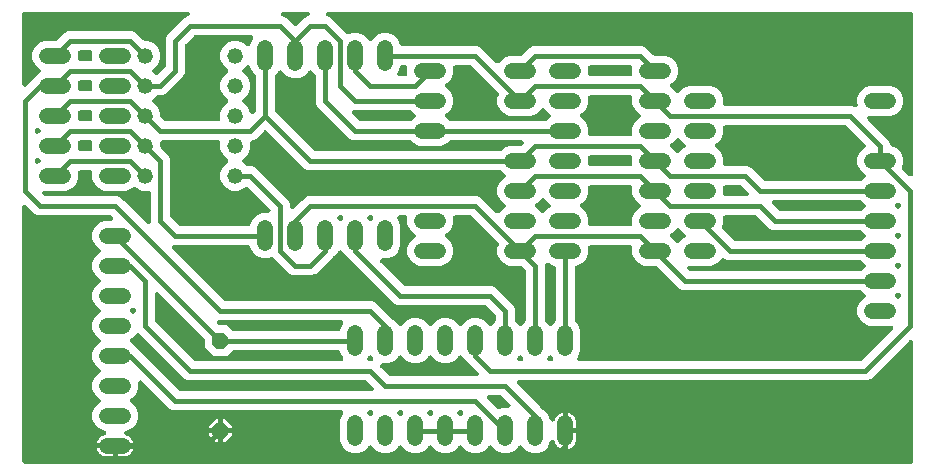
<source format=gbr>
G04 EAGLE Gerber X2 export*
G04 #@! %TF.Part,Single*
G04 #@! %TF.FileFunction,Copper,L2,Bot,Mixed*
G04 #@! %TF.FilePolarity,Positive*
G04 #@! %TF.GenerationSoftware,Autodesk,EAGLE,9.0.0*
G04 #@! %TF.CreationDate,2019-08-08T19:18:53Z*
G75*
%MOMM*%
%FSLAX34Y34*%
%LPD*%
%AMOC8*
5,1,8,0,0,1.08239X$1,22.5*%
G01*
%ADD10P,1.539592X8X292.500000*%
%ADD11C,1.320800*%
%ADD12C,1.320800*%
%ADD13C,0.406400*%

G36*
X762326Y10163D02*
X762326Y10163D01*
X762344Y10161D01*
X762526Y10182D01*
X762709Y10201D01*
X762726Y10206D01*
X762743Y10208D01*
X762918Y10265D01*
X763094Y10319D01*
X763109Y10327D01*
X763126Y10333D01*
X763286Y10423D01*
X763448Y10511D01*
X763461Y10522D01*
X763477Y10531D01*
X763616Y10651D01*
X763757Y10768D01*
X763768Y10782D01*
X763782Y10794D01*
X763894Y10939D01*
X764009Y11082D01*
X764017Y11098D01*
X764028Y11112D01*
X764110Y11277D01*
X764195Y11439D01*
X764200Y11456D01*
X764208Y11472D01*
X764255Y11651D01*
X764306Y11826D01*
X764308Y11844D01*
X764312Y11861D01*
X764339Y12192D01*
X764339Y112940D01*
X764338Y112948D01*
X764339Y112957D01*
X764318Y113151D01*
X764299Y113340D01*
X764297Y113349D01*
X764296Y113358D01*
X764237Y113542D01*
X764181Y113725D01*
X764177Y113733D01*
X764174Y113742D01*
X764081Y113910D01*
X763989Y114079D01*
X763984Y114086D01*
X763979Y114094D01*
X763855Y114241D01*
X763732Y114388D01*
X763725Y114394D01*
X763719Y114401D01*
X763567Y114521D01*
X763418Y114641D01*
X763410Y114645D01*
X763403Y114650D01*
X763230Y114738D01*
X763061Y114826D01*
X763052Y114829D01*
X763044Y114833D01*
X762858Y114885D01*
X762674Y114938D01*
X762665Y114938D01*
X762656Y114941D01*
X762463Y114955D01*
X762272Y114971D01*
X762264Y114970D01*
X762255Y114970D01*
X762062Y114946D01*
X761873Y114924D01*
X761864Y114921D01*
X761855Y114920D01*
X761673Y114859D01*
X761490Y114799D01*
X761482Y114794D01*
X761474Y114792D01*
X761307Y114695D01*
X761139Y114601D01*
X761132Y114595D01*
X761125Y114591D01*
X760872Y114376D01*
X728505Y82009D01*
X725517Y80771D01*
X430928Y80771D01*
X430920Y80770D01*
X430911Y80771D01*
X430717Y80750D01*
X430528Y80731D01*
X430519Y80729D01*
X430510Y80728D01*
X430325Y80669D01*
X430143Y80613D01*
X430135Y80609D01*
X430126Y80606D01*
X429957Y80513D01*
X429789Y80421D01*
X429782Y80416D01*
X429774Y80411D01*
X429627Y80287D01*
X429480Y80164D01*
X429474Y80157D01*
X429467Y80151D01*
X429347Y79999D01*
X429227Y79850D01*
X429223Y79842D01*
X429218Y79835D01*
X429130Y79662D01*
X429042Y79493D01*
X429039Y79484D01*
X429035Y79476D01*
X428983Y79290D01*
X428930Y79106D01*
X428930Y79097D01*
X428927Y79088D01*
X428913Y78895D01*
X428897Y78704D01*
X428898Y78696D01*
X428898Y78687D01*
X428922Y78494D01*
X428944Y78305D01*
X428947Y78296D01*
X428948Y78287D01*
X429010Y78104D01*
X429069Y77922D01*
X429074Y77914D01*
X429076Y77906D01*
X429173Y77739D01*
X429267Y77571D01*
X429273Y77564D01*
X429277Y77557D01*
X429492Y77304D01*
X448819Y57977D01*
X450777Y56018D01*
X450802Y55999D01*
X450822Y55975D01*
X450957Y55871D01*
X451089Y55763D01*
X451117Y55749D01*
X451141Y55730D01*
X451436Y55578D01*
X451694Y55471D01*
X455267Y51898D01*
X457282Y47034D01*
X457324Y46956D01*
X457357Y46874D01*
X457419Y46779D01*
X457472Y46679D01*
X457529Y46611D01*
X457577Y46537D01*
X457657Y46456D01*
X457729Y46369D01*
X457797Y46313D01*
X457860Y46250D01*
X457953Y46186D01*
X458041Y46115D01*
X458120Y46074D01*
X458193Y46024D01*
X458298Y45981D01*
X458398Y45928D01*
X458483Y45903D01*
X458565Y45869D01*
X458676Y45847D01*
X458784Y45815D01*
X458873Y45807D01*
X458960Y45790D01*
X459073Y45790D01*
X459185Y45780D01*
X459273Y45790D01*
X459362Y45791D01*
X459473Y45813D01*
X459585Y45826D01*
X459670Y45853D01*
X459757Y45870D01*
X459861Y45914D01*
X459969Y45949D01*
X460046Y45992D01*
X460128Y46027D01*
X460221Y46090D01*
X460320Y46145D01*
X460388Y46203D01*
X460461Y46253D01*
X460540Y46333D01*
X460626Y46407D01*
X460681Y46477D01*
X460743Y46540D01*
X460804Y46635D01*
X460874Y46724D01*
X460914Y46803D01*
X460962Y46878D01*
X461017Y47008D01*
X461055Y47084D01*
X461067Y47128D01*
X461090Y47184D01*
X461425Y48214D01*
X462079Y49497D01*
X462925Y50661D01*
X463943Y51679D01*
X465107Y52525D01*
X466390Y53179D01*
X467759Y53624D01*
X467869Y53641D01*
X467869Y38100D01*
X467869Y22559D01*
X467759Y22576D01*
X466390Y23021D01*
X465107Y23675D01*
X463943Y24521D01*
X462925Y25539D01*
X462079Y26703D01*
X461425Y27986D01*
X461090Y29016D01*
X461055Y29097D01*
X461028Y29182D01*
X460974Y29281D01*
X460929Y29385D01*
X460878Y29458D01*
X460835Y29535D01*
X460762Y29622D01*
X460697Y29714D01*
X460633Y29776D01*
X460576Y29843D01*
X460488Y29914D01*
X460406Y29992D01*
X460330Y30039D01*
X460261Y30094D01*
X460161Y30146D01*
X460065Y30206D01*
X459982Y30238D01*
X459903Y30278D01*
X459794Y30309D01*
X459689Y30349D01*
X459601Y30364D01*
X459516Y30388D01*
X459403Y30397D01*
X459291Y30415D01*
X459203Y30412D01*
X459114Y30419D01*
X459002Y30406D01*
X458889Y30402D01*
X458803Y30381D01*
X458714Y30371D01*
X458607Y30335D01*
X458497Y30309D01*
X458416Y30272D01*
X458332Y30244D01*
X458234Y30188D01*
X458131Y30141D01*
X458060Y30089D01*
X457983Y30045D01*
X457897Y29970D01*
X457806Y29904D01*
X457746Y29838D01*
X457679Y29780D01*
X457610Y29690D01*
X457534Y29607D01*
X457488Y29531D01*
X457434Y29461D01*
X457369Y29335D01*
X457325Y29263D01*
X457309Y29219D01*
X457282Y29166D01*
X455267Y24302D01*
X451694Y20729D01*
X447026Y18795D01*
X441974Y18795D01*
X437306Y20729D01*
X433733Y24302D01*
X433677Y24437D01*
X433672Y24445D01*
X433670Y24454D01*
X433577Y24623D01*
X433487Y24792D01*
X433481Y24799D01*
X433477Y24807D01*
X433353Y24954D01*
X433230Y25103D01*
X433223Y25108D01*
X433217Y25115D01*
X433067Y25235D01*
X432917Y25356D01*
X432910Y25360D01*
X432903Y25366D01*
X432732Y25454D01*
X432561Y25543D01*
X432552Y25546D01*
X432544Y25550D01*
X432359Y25602D01*
X432175Y25656D01*
X432166Y25657D01*
X432157Y25660D01*
X431965Y25675D01*
X431773Y25691D01*
X431765Y25690D01*
X431756Y25691D01*
X431564Y25667D01*
X431373Y25646D01*
X431365Y25643D01*
X431356Y25642D01*
X431173Y25582D01*
X430990Y25523D01*
X430982Y25518D01*
X430974Y25516D01*
X430808Y25421D01*
X430639Y25326D01*
X430632Y25320D01*
X430624Y25316D01*
X430480Y25191D01*
X430333Y25065D01*
X430327Y25058D01*
X430320Y25052D01*
X430202Y24898D01*
X430084Y24748D01*
X430081Y24740D01*
X430075Y24732D01*
X429923Y24437D01*
X429867Y24302D01*
X426294Y20729D01*
X421626Y18795D01*
X416574Y18795D01*
X411906Y20729D01*
X408333Y24302D01*
X408277Y24437D01*
X408272Y24445D01*
X408270Y24454D01*
X408177Y24623D01*
X408087Y24792D01*
X408081Y24799D01*
X408077Y24807D01*
X407953Y24954D01*
X407830Y25103D01*
X407823Y25108D01*
X407817Y25115D01*
X407667Y25235D01*
X407517Y25356D01*
X407510Y25360D01*
X407503Y25366D01*
X407332Y25454D01*
X407161Y25543D01*
X407152Y25546D01*
X407144Y25550D01*
X406959Y25602D01*
X406775Y25656D01*
X406766Y25657D01*
X406757Y25660D01*
X406565Y25675D01*
X406373Y25691D01*
X406365Y25690D01*
X406356Y25691D01*
X406164Y25667D01*
X405973Y25646D01*
X405965Y25643D01*
X405956Y25642D01*
X405773Y25582D01*
X405590Y25523D01*
X405582Y25518D01*
X405574Y25516D01*
X405408Y25421D01*
X405239Y25326D01*
X405232Y25320D01*
X405224Y25316D01*
X405080Y25191D01*
X404933Y25065D01*
X404927Y25058D01*
X404920Y25052D01*
X404802Y24898D01*
X404684Y24748D01*
X404681Y24740D01*
X404675Y24732D01*
X404523Y24437D01*
X404467Y24302D01*
X400894Y20729D01*
X396226Y18795D01*
X391174Y18795D01*
X386506Y20729D01*
X382933Y24302D01*
X382877Y24437D01*
X382872Y24445D01*
X382870Y24454D01*
X382778Y24622D01*
X382686Y24792D01*
X382681Y24799D01*
X382676Y24807D01*
X382553Y24954D01*
X382430Y25103D01*
X382423Y25108D01*
X382417Y25115D01*
X382268Y25234D01*
X382117Y25356D01*
X382109Y25361D01*
X382102Y25366D01*
X381933Y25453D01*
X381761Y25543D01*
X381752Y25546D01*
X381744Y25550D01*
X381559Y25602D01*
X381374Y25656D01*
X381366Y25657D01*
X381357Y25660D01*
X381164Y25675D01*
X380973Y25691D01*
X380964Y25690D01*
X380955Y25691D01*
X380764Y25667D01*
X380573Y25646D01*
X380565Y25643D01*
X380556Y25642D01*
X380372Y25581D01*
X380190Y25523D01*
X380182Y25518D01*
X380174Y25516D01*
X380007Y25420D01*
X379838Y25326D01*
X379832Y25320D01*
X379824Y25316D01*
X379681Y25191D01*
X379533Y25065D01*
X379527Y25057D01*
X379520Y25052D01*
X379404Y24900D01*
X379284Y24747D01*
X379280Y24739D01*
X379275Y24732D01*
X379123Y24437D01*
X379067Y24302D01*
X375494Y20729D01*
X370826Y18795D01*
X365774Y18795D01*
X361106Y20729D01*
X357533Y24302D01*
X357477Y24437D01*
X357472Y24445D01*
X357470Y24454D01*
X357378Y24622D01*
X357286Y24792D01*
X357281Y24799D01*
X357276Y24807D01*
X357153Y24954D01*
X357030Y25103D01*
X357023Y25108D01*
X357017Y25115D01*
X356868Y25234D01*
X356717Y25356D01*
X356709Y25361D01*
X356702Y25366D01*
X356533Y25453D01*
X356361Y25543D01*
X356352Y25546D01*
X356344Y25550D01*
X356159Y25602D01*
X355974Y25656D01*
X355966Y25657D01*
X355957Y25660D01*
X355764Y25675D01*
X355573Y25691D01*
X355564Y25690D01*
X355555Y25691D01*
X355364Y25667D01*
X355173Y25646D01*
X355165Y25643D01*
X355156Y25642D01*
X354972Y25581D01*
X354790Y25523D01*
X354782Y25518D01*
X354774Y25516D01*
X354607Y25420D01*
X354438Y25326D01*
X354432Y25320D01*
X354424Y25316D01*
X354281Y25191D01*
X354133Y25065D01*
X354127Y25057D01*
X354120Y25052D01*
X354004Y24900D01*
X353884Y24747D01*
X353880Y24739D01*
X353875Y24732D01*
X353723Y24437D01*
X353667Y24302D01*
X350094Y20729D01*
X345426Y18795D01*
X340374Y18795D01*
X335706Y20729D01*
X332133Y24302D01*
X332077Y24437D01*
X332072Y24445D01*
X332070Y24454D01*
X331978Y24622D01*
X331886Y24792D01*
X331881Y24799D01*
X331876Y24807D01*
X331753Y24954D01*
X331630Y25103D01*
X331623Y25108D01*
X331617Y25115D01*
X331468Y25234D01*
X331317Y25356D01*
X331309Y25361D01*
X331302Y25366D01*
X331133Y25453D01*
X330961Y25543D01*
X330952Y25546D01*
X330944Y25550D01*
X330759Y25602D01*
X330574Y25656D01*
X330566Y25657D01*
X330557Y25660D01*
X330364Y25675D01*
X330173Y25691D01*
X330164Y25690D01*
X330155Y25691D01*
X329964Y25667D01*
X329773Y25646D01*
X329765Y25643D01*
X329756Y25642D01*
X329572Y25581D01*
X329390Y25523D01*
X329382Y25518D01*
X329374Y25516D01*
X329207Y25420D01*
X329038Y25326D01*
X329032Y25320D01*
X329024Y25316D01*
X328881Y25191D01*
X328733Y25065D01*
X328727Y25057D01*
X328720Y25052D01*
X328604Y24900D01*
X328484Y24747D01*
X328480Y24739D01*
X328475Y24732D01*
X328323Y24437D01*
X328267Y24302D01*
X324694Y20729D01*
X320026Y18795D01*
X314974Y18795D01*
X310306Y20729D01*
X306733Y24302D01*
X306677Y24437D01*
X306672Y24445D01*
X306670Y24454D01*
X306578Y24622D01*
X306486Y24792D01*
X306481Y24799D01*
X306476Y24807D01*
X306353Y24953D01*
X306230Y25103D01*
X306223Y25108D01*
X306217Y25115D01*
X306067Y25235D01*
X305917Y25356D01*
X305909Y25360D01*
X305902Y25366D01*
X305730Y25454D01*
X305561Y25543D01*
X305552Y25546D01*
X305544Y25550D01*
X305358Y25603D01*
X305174Y25656D01*
X305165Y25657D01*
X305157Y25660D01*
X304965Y25675D01*
X304773Y25691D01*
X304764Y25690D01*
X304755Y25691D01*
X304563Y25667D01*
X304373Y25646D01*
X304365Y25643D01*
X304356Y25642D01*
X304172Y25581D01*
X303990Y25523D01*
X303982Y25518D01*
X303974Y25516D01*
X303806Y25420D01*
X303638Y25326D01*
X303632Y25321D01*
X303624Y25316D01*
X303479Y25190D01*
X303333Y25065D01*
X303327Y25057D01*
X303320Y25052D01*
X303205Y24901D01*
X303084Y24748D01*
X303080Y24739D01*
X303075Y24732D01*
X302923Y24437D01*
X302867Y24302D01*
X299294Y20729D01*
X294626Y18795D01*
X289574Y18795D01*
X284906Y20729D01*
X281333Y24302D01*
X279399Y28970D01*
X279399Y47230D01*
X281333Y51898D01*
X281338Y51904D01*
X281344Y51911D01*
X281351Y51916D01*
X281472Y52067D01*
X281593Y52215D01*
X281597Y52223D01*
X281603Y52230D01*
X281691Y52400D01*
X281782Y52571D01*
X281784Y52579D01*
X281789Y52587D01*
X281842Y52772D01*
X281897Y52957D01*
X281897Y52966D01*
X281900Y52974D01*
X281916Y53166D01*
X281933Y53358D01*
X281932Y53367D01*
X281933Y53376D01*
X281910Y53566D01*
X281890Y53758D01*
X281887Y53766D01*
X281886Y53775D01*
X281826Y53959D01*
X281768Y54142D01*
X281764Y54150D01*
X281761Y54158D01*
X281666Y54326D01*
X281573Y54494D01*
X281568Y54501D01*
X281563Y54509D01*
X281438Y54654D01*
X281313Y54801D01*
X281306Y54807D01*
X281300Y54814D01*
X281149Y54931D01*
X280997Y55051D01*
X280989Y55055D01*
X280982Y55060D01*
X280810Y55146D01*
X280638Y55233D01*
X280629Y55236D01*
X280621Y55240D01*
X280435Y55290D01*
X280250Y55341D01*
X280241Y55342D01*
X280233Y55344D01*
X279902Y55371D01*
X138083Y55371D01*
X135095Y56609D01*
X132523Y59181D01*
X111672Y80032D01*
X111665Y80038D01*
X111660Y80044D01*
X111510Y80165D01*
X111361Y80287D01*
X111353Y80291D01*
X111346Y80297D01*
X111175Y80386D01*
X111005Y80476D01*
X110997Y80478D01*
X110989Y80482D01*
X110803Y80536D01*
X110619Y80590D01*
X110610Y80591D01*
X110602Y80594D01*
X110410Y80609D01*
X110218Y80627D01*
X110209Y80626D01*
X110200Y80627D01*
X110011Y80604D01*
X109818Y80583D01*
X109809Y80581D01*
X109801Y80580D01*
X109619Y80520D01*
X109434Y80462D01*
X109426Y80458D01*
X109418Y80455D01*
X109249Y80360D01*
X109082Y80267D01*
X109075Y80261D01*
X109067Y80257D01*
X108921Y80131D01*
X108775Y80007D01*
X108769Y80000D01*
X108762Y79994D01*
X108645Y79842D01*
X108525Y79691D01*
X108521Y79683D01*
X108516Y79676D01*
X108430Y79504D01*
X108343Y79332D01*
X108340Y79323D01*
X108336Y79315D01*
X108286Y79129D01*
X108235Y78944D01*
X108234Y78935D01*
X108232Y78926D01*
X108205Y78596D01*
X108205Y73674D01*
X106271Y69006D01*
X102698Y65433D01*
X102563Y65377D01*
X102555Y65372D01*
X102546Y65370D01*
X102379Y65278D01*
X102208Y65187D01*
X102201Y65181D01*
X102193Y65176D01*
X102047Y65053D01*
X101897Y64930D01*
X101892Y64923D01*
X101885Y64917D01*
X101765Y64767D01*
X101644Y64618D01*
X101640Y64610D01*
X101634Y64603D01*
X101547Y64433D01*
X101457Y64261D01*
X101454Y64252D01*
X101450Y64244D01*
X101398Y64061D01*
X101344Y63875D01*
X101343Y63866D01*
X101340Y63857D01*
X101325Y63664D01*
X101309Y63473D01*
X101310Y63465D01*
X101309Y63456D01*
X101332Y63265D01*
X101354Y63073D01*
X101357Y63065D01*
X101358Y63056D01*
X101418Y62874D01*
X101477Y62690D01*
X101482Y62682D01*
X101484Y62674D01*
X101580Y62506D01*
X101674Y62339D01*
X101679Y62332D01*
X101684Y62324D01*
X101811Y62178D01*
X101935Y62033D01*
X101942Y62027D01*
X101948Y62020D01*
X102101Y61903D01*
X102252Y61784D01*
X102260Y61780D01*
X102268Y61775D01*
X102563Y61623D01*
X102698Y61567D01*
X106271Y57994D01*
X108205Y53326D01*
X108205Y48274D01*
X106271Y43606D01*
X102698Y40033D01*
X97834Y38018D01*
X97756Y37976D01*
X97674Y37943D01*
X97579Y37881D01*
X97479Y37828D01*
X97411Y37771D01*
X97337Y37723D01*
X97256Y37643D01*
X97169Y37571D01*
X97113Y37503D01*
X97050Y37440D01*
X96986Y37347D01*
X96915Y37259D01*
X96874Y37180D01*
X96824Y37107D01*
X96781Y37002D01*
X96728Y36902D01*
X96703Y36817D01*
X96669Y36735D01*
X96647Y36624D01*
X96615Y36516D01*
X96607Y36427D01*
X96590Y36340D01*
X96590Y36227D01*
X96580Y36115D01*
X96590Y36027D01*
X96591Y35938D01*
X96613Y35827D01*
X96626Y35715D01*
X96653Y35630D01*
X96670Y35543D01*
X96714Y35439D01*
X96749Y35331D01*
X96792Y35254D01*
X96827Y35172D01*
X96890Y35079D01*
X96945Y34980D01*
X97003Y34912D01*
X97053Y34839D01*
X97133Y34760D01*
X97207Y34674D01*
X97277Y34619D01*
X97340Y34557D01*
X97435Y34496D01*
X97524Y34426D01*
X97603Y34386D01*
X97678Y34338D01*
X97808Y34283D01*
X97884Y34245D01*
X97928Y34233D01*
X97984Y34210D01*
X99014Y33875D01*
X100297Y33221D01*
X101461Y32375D01*
X102479Y31357D01*
X103325Y30193D01*
X103979Y28910D01*
X104424Y27541D01*
X104441Y27431D01*
X88900Y27431D01*
X73359Y27431D01*
X73376Y27541D01*
X73821Y28910D01*
X74475Y30193D01*
X75321Y31357D01*
X76339Y32375D01*
X77503Y33221D01*
X78786Y33875D01*
X79816Y34210D01*
X79897Y34245D01*
X79982Y34272D01*
X80081Y34326D01*
X80185Y34371D01*
X80258Y34422D01*
X80335Y34465D01*
X80422Y34538D01*
X80514Y34603D01*
X80576Y34667D01*
X80643Y34724D01*
X80714Y34812D01*
X80792Y34894D01*
X80839Y34970D01*
X80894Y35039D01*
X80946Y35139D01*
X81006Y35235D01*
X81038Y35318D01*
X81078Y35397D01*
X81109Y35506D01*
X81149Y35611D01*
X81164Y35699D01*
X81188Y35784D01*
X81197Y35897D01*
X81215Y36009D01*
X81212Y36097D01*
X81219Y36186D01*
X81206Y36298D01*
X81202Y36411D01*
X81181Y36497D01*
X81171Y36586D01*
X81135Y36693D01*
X81109Y36803D01*
X81072Y36884D01*
X81044Y36968D01*
X80988Y37066D01*
X80941Y37169D01*
X80889Y37240D01*
X80845Y37317D01*
X80770Y37403D01*
X80704Y37494D01*
X80638Y37554D01*
X80580Y37621D01*
X80490Y37690D01*
X80407Y37766D01*
X80331Y37812D01*
X80261Y37866D01*
X80135Y37931D01*
X80063Y37975D01*
X80019Y37991D01*
X79966Y38018D01*
X75102Y40033D01*
X71529Y43606D01*
X69595Y48274D01*
X69595Y53326D01*
X71529Y57994D01*
X75102Y61567D01*
X75237Y61623D01*
X75245Y61628D01*
X75254Y61630D01*
X75422Y61722D01*
X75592Y61814D01*
X75599Y61819D01*
X75607Y61824D01*
X75753Y61947D01*
X75903Y62070D01*
X75908Y62077D01*
X75915Y62083D01*
X76035Y62233D01*
X76156Y62383D01*
X76160Y62391D01*
X76166Y62398D01*
X76254Y62570D01*
X76343Y62739D01*
X76346Y62748D01*
X76350Y62756D01*
X76403Y62942D01*
X76456Y63126D01*
X76457Y63135D01*
X76460Y63143D01*
X76474Y63334D01*
X76491Y63527D01*
X76490Y63536D01*
X76491Y63545D01*
X76467Y63737D01*
X76446Y63927D01*
X76443Y63935D01*
X76442Y63944D01*
X76381Y64128D01*
X76323Y64310D01*
X76318Y64318D01*
X76316Y64326D01*
X76220Y64494D01*
X76126Y64662D01*
X76121Y64668D01*
X76116Y64676D01*
X75990Y64821D01*
X75865Y64967D01*
X75857Y64973D01*
X75852Y64980D01*
X75701Y65095D01*
X75548Y65216D01*
X75539Y65220D01*
X75532Y65225D01*
X75237Y65377D01*
X75102Y65433D01*
X71529Y69006D01*
X69595Y73674D01*
X69595Y78726D01*
X71529Y83394D01*
X75102Y86967D01*
X75237Y87023D01*
X75245Y87028D01*
X75254Y87030D01*
X75422Y87122D01*
X75592Y87214D01*
X75599Y87219D01*
X75607Y87224D01*
X75753Y87347D01*
X75903Y87470D01*
X75908Y87477D01*
X75915Y87483D01*
X76035Y87633D01*
X76156Y87783D01*
X76160Y87791D01*
X76166Y87798D01*
X76254Y87970D01*
X76343Y88139D01*
X76346Y88148D01*
X76350Y88156D01*
X76403Y88342D01*
X76456Y88526D01*
X76457Y88535D01*
X76460Y88543D01*
X76475Y88735D01*
X76491Y88927D01*
X76490Y88936D01*
X76491Y88945D01*
X76467Y89137D01*
X76446Y89327D01*
X76443Y89335D01*
X76442Y89344D01*
X76381Y89528D01*
X76323Y89710D01*
X76318Y89718D01*
X76316Y89726D01*
X76220Y89894D01*
X76126Y90062D01*
X76121Y90068D01*
X76116Y90076D01*
X75990Y90221D01*
X75865Y90367D01*
X75857Y90373D01*
X75852Y90380D01*
X75701Y90495D01*
X75548Y90616D01*
X75539Y90620D01*
X75532Y90625D01*
X75237Y90777D01*
X75102Y90833D01*
X71529Y94406D01*
X69595Y99074D01*
X69595Y104126D01*
X71529Y108794D01*
X75102Y112367D01*
X75237Y112423D01*
X75245Y112428D01*
X75254Y112430D01*
X75422Y112522D01*
X75592Y112614D01*
X75599Y112619D01*
X75607Y112624D01*
X75753Y112747D01*
X75903Y112870D01*
X75908Y112877D01*
X75915Y112883D01*
X76035Y113033D01*
X76156Y113183D01*
X76160Y113191D01*
X76166Y113198D01*
X76254Y113370D01*
X76343Y113539D01*
X76346Y113548D01*
X76350Y113556D01*
X76403Y113742D01*
X76456Y113926D01*
X76457Y113935D01*
X76460Y113943D01*
X76474Y114134D01*
X76491Y114327D01*
X76490Y114336D01*
X76491Y114345D01*
X76467Y114537D01*
X76446Y114727D01*
X76443Y114735D01*
X76442Y114744D01*
X76381Y114928D01*
X76323Y115110D01*
X76318Y115118D01*
X76316Y115126D01*
X76220Y115294D01*
X76126Y115462D01*
X76121Y115468D01*
X76116Y115476D01*
X75990Y115621D01*
X75865Y115767D01*
X75857Y115773D01*
X75852Y115780D01*
X75701Y115895D01*
X75548Y116016D01*
X75539Y116020D01*
X75532Y116025D01*
X75237Y116177D01*
X75102Y116233D01*
X71529Y119806D01*
X69595Y124474D01*
X69595Y129526D01*
X71529Y134194D01*
X75102Y137767D01*
X75237Y137823D01*
X75245Y137828D01*
X75254Y137830D01*
X75422Y137922D01*
X75592Y138014D01*
X75599Y138019D01*
X75607Y138024D01*
X75753Y138147D01*
X75903Y138270D01*
X75908Y138277D01*
X75915Y138283D01*
X76035Y138433D01*
X76156Y138583D01*
X76160Y138591D01*
X76166Y138598D01*
X76254Y138770D01*
X76343Y138939D01*
X76346Y138948D01*
X76350Y138956D01*
X76403Y139142D01*
X76456Y139326D01*
X76457Y139335D01*
X76460Y139343D01*
X76474Y139534D01*
X76491Y139727D01*
X76490Y139736D01*
X76491Y139745D01*
X76467Y139937D01*
X76446Y140127D01*
X76443Y140135D01*
X76442Y140144D01*
X76381Y140328D01*
X76323Y140510D01*
X76318Y140518D01*
X76316Y140526D01*
X76220Y140694D01*
X76126Y140862D01*
X76121Y140868D01*
X76116Y140876D01*
X75990Y141021D01*
X75865Y141167D01*
X75857Y141173D01*
X75852Y141180D01*
X75701Y141295D01*
X75548Y141416D01*
X75539Y141420D01*
X75532Y141425D01*
X75237Y141577D01*
X75102Y141633D01*
X71529Y145206D01*
X69595Y149874D01*
X69595Y154926D01*
X71529Y159594D01*
X75102Y163167D01*
X75237Y163223D01*
X75245Y163228D01*
X75254Y163230D01*
X75422Y163322D01*
X75592Y163414D01*
X75599Y163419D01*
X75607Y163424D01*
X75753Y163547D01*
X75903Y163670D01*
X75908Y163677D01*
X75915Y163683D01*
X76035Y163833D01*
X76156Y163983D01*
X76160Y163991D01*
X76166Y163998D01*
X76254Y164170D01*
X76343Y164339D01*
X76346Y164348D01*
X76350Y164356D01*
X76403Y164542D01*
X76456Y164726D01*
X76457Y164735D01*
X76460Y164743D01*
X76475Y164935D01*
X76491Y165127D01*
X76490Y165136D01*
X76491Y165145D01*
X76467Y165337D01*
X76446Y165527D01*
X76443Y165535D01*
X76442Y165544D01*
X76381Y165728D01*
X76323Y165910D01*
X76318Y165918D01*
X76316Y165926D01*
X76220Y166094D01*
X76126Y166262D01*
X76121Y166268D01*
X76116Y166276D01*
X75990Y166421D01*
X75865Y166567D01*
X75857Y166573D01*
X75852Y166580D01*
X75701Y166695D01*
X75548Y166816D01*
X75539Y166820D01*
X75532Y166825D01*
X75237Y166977D01*
X75102Y167033D01*
X71529Y170606D01*
X69595Y175274D01*
X69595Y180326D01*
X71529Y184994D01*
X75102Y188567D01*
X75237Y188623D01*
X75245Y188628D01*
X75254Y188630D01*
X75422Y188722D01*
X75592Y188814D01*
X75599Y188819D01*
X75607Y188824D01*
X75753Y188947D01*
X75903Y189070D01*
X75908Y189077D01*
X75915Y189083D01*
X76035Y189233D01*
X76156Y189383D01*
X76160Y189391D01*
X76166Y189398D01*
X76254Y189570D01*
X76343Y189739D01*
X76346Y189748D01*
X76350Y189756D01*
X76403Y189942D01*
X76456Y190126D01*
X76457Y190135D01*
X76460Y190143D01*
X76474Y190334D01*
X76491Y190527D01*
X76490Y190536D01*
X76491Y190545D01*
X76467Y190737D01*
X76446Y190927D01*
X76443Y190935D01*
X76442Y190944D01*
X76381Y191128D01*
X76323Y191310D01*
X76318Y191318D01*
X76316Y191326D01*
X76220Y191494D01*
X76126Y191662D01*
X76121Y191668D01*
X76116Y191676D01*
X75990Y191821D01*
X75865Y191967D01*
X75857Y191973D01*
X75852Y191980D01*
X75701Y192095D01*
X75548Y192216D01*
X75539Y192220D01*
X75532Y192225D01*
X75237Y192377D01*
X75102Y192433D01*
X71529Y196006D01*
X69595Y200674D01*
X69595Y205726D01*
X71529Y210394D01*
X75102Y213967D01*
X79770Y215901D01*
X85200Y215901D01*
X85209Y215902D01*
X85217Y215901D01*
X85408Y215921D01*
X85600Y215941D01*
X85609Y215943D01*
X85618Y215944D01*
X85801Y216002D01*
X85985Y216059D01*
X85993Y216063D01*
X86002Y216066D01*
X86170Y216159D01*
X86339Y216251D01*
X86346Y216256D01*
X86354Y216261D01*
X86501Y216386D01*
X86648Y216508D01*
X86654Y216515D01*
X86661Y216521D01*
X86781Y216672D01*
X86901Y216822D01*
X86905Y216830D01*
X86910Y216837D01*
X86998Y217010D01*
X87086Y217179D01*
X87089Y217188D01*
X87093Y217196D01*
X87145Y217382D01*
X87198Y217566D01*
X87198Y217575D01*
X87201Y217584D01*
X87215Y217776D01*
X87231Y217968D01*
X87230Y217976D01*
X87230Y217985D01*
X87206Y218177D01*
X87184Y218367D01*
X87181Y218376D01*
X87180Y218385D01*
X87119Y218567D01*
X87059Y218750D01*
X87054Y218758D01*
X87052Y218766D01*
X86955Y218934D01*
X86861Y219101D01*
X86855Y219108D01*
X86851Y219115D01*
X86636Y219368D01*
X86128Y219876D01*
X86107Y219893D01*
X86090Y219914D01*
X85952Y220021D01*
X85816Y220131D01*
X85793Y220144D01*
X85772Y220160D01*
X85615Y220238D01*
X85461Y220320D01*
X85435Y220328D01*
X85411Y220340D01*
X85242Y220385D01*
X85075Y220435D01*
X85048Y220437D01*
X85022Y220444D01*
X84692Y220471D01*
X23783Y220471D01*
X20795Y221709D01*
X13628Y228876D01*
X13621Y228882D01*
X13616Y228888D01*
X13466Y229009D01*
X13317Y229131D01*
X13309Y229135D01*
X13302Y229141D01*
X13132Y229229D01*
X12961Y229320D01*
X12952Y229322D01*
X12945Y229326D01*
X12760Y229379D01*
X12575Y229434D01*
X12566Y229435D01*
X12558Y229438D01*
X12366Y229453D01*
X12174Y229471D01*
X12165Y229470D01*
X12156Y229471D01*
X11967Y229448D01*
X11774Y229427D01*
X11765Y229425D01*
X11757Y229424D01*
X11575Y229364D01*
X11390Y229306D01*
X11382Y229302D01*
X11374Y229299D01*
X11205Y229204D01*
X11038Y229111D01*
X11031Y229105D01*
X11023Y229101D01*
X10877Y228974D01*
X10731Y228851D01*
X10725Y228844D01*
X10718Y228838D01*
X10601Y228686D01*
X10481Y228535D01*
X10477Y228527D01*
X10472Y228520D01*
X10386Y228348D01*
X10299Y228176D01*
X10296Y228167D01*
X10292Y228159D01*
X10242Y227973D01*
X10191Y227788D01*
X10190Y227779D01*
X10188Y227770D01*
X10161Y227440D01*
X10161Y12192D01*
X10163Y12174D01*
X10161Y12156D01*
X10182Y11974D01*
X10201Y11791D01*
X10206Y11774D01*
X10208Y11757D01*
X10265Y11582D01*
X10319Y11406D01*
X10327Y11391D01*
X10333Y11374D01*
X10423Y11214D01*
X10511Y11052D01*
X10522Y11039D01*
X10531Y11023D01*
X10651Y10884D01*
X10768Y10743D01*
X10782Y10732D01*
X10794Y10718D01*
X10939Y10606D01*
X11082Y10491D01*
X11098Y10483D01*
X11112Y10472D01*
X11277Y10390D01*
X11439Y10305D01*
X11456Y10300D01*
X11472Y10292D01*
X11651Y10245D01*
X11826Y10194D01*
X11844Y10192D01*
X11861Y10188D01*
X12192Y10161D01*
X762308Y10161D01*
X762326Y10163D01*
G37*
G36*
X762335Y253330D02*
X762335Y253330D01*
X762344Y253329D01*
X762533Y253352D01*
X762726Y253373D01*
X762735Y253375D01*
X762743Y253376D01*
X762925Y253436D01*
X763110Y253494D01*
X763118Y253498D01*
X763126Y253501D01*
X763295Y253596D01*
X763462Y253689D01*
X763469Y253695D01*
X763477Y253699D01*
X763623Y253825D01*
X763769Y253949D01*
X763775Y253956D01*
X763782Y253962D01*
X763899Y254114D01*
X764019Y254265D01*
X764023Y254273D01*
X764028Y254280D01*
X764114Y254452D01*
X764201Y254624D01*
X764204Y254633D01*
X764208Y254641D01*
X764257Y254826D01*
X764309Y255012D01*
X764310Y255021D01*
X764312Y255030D01*
X764339Y255360D01*
X764339Y390908D01*
X764337Y390926D01*
X764339Y390944D01*
X764318Y391126D01*
X764299Y391309D01*
X764294Y391326D01*
X764292Y391343D01*
X764235Y391518D01*
X764181Y391694D01*
X764173Y391709D01*
X764167Y391726D01*
X764077Y391886D01*
X763989Y392048D01*
X763978Y392061D01*
X763969Y392077D01*
X763849Y392216D01*
X763732Y392357D01*
X763718Y392368D01*
X763706Y392382D01*
X763561Y392494D01*
X763418Y392609D01*
X763402Y392617D01*
X763388Y392628D01*
X763223Y392710D01*
X763061Y392795D01*
X763044Y392800D01*
X763028Y392808D01*
X762849Y392855D01*
X762674Y392906D01*
X762656Y392908D01*
X762639Y392912D01*
X762308Y392939D01*
X269329Y392939D01*
X269325Y392939D01*
X269320Y392939D01*
X269126Y392919D01*
X268929Y392899D01*
X268924Y392898D01*
X268920Y392898D01*
X268732Y392839D01*
X268544Y392781D01*
X268540Y392779D01*
X268535Y392778D01*
X268361Y392682D01*
X268190Y392589D01*
X268186Y392587D01*
X268182Y392584D01*
X268029Y392456D01*
X267880Y392332D01*
X267878Y392328D01*
X267874Y392325D01*
X267749Y392169D01*
X267628Y392018D01*
X267626Y392014D01*
X267623Y392011D01*
X267531Y391830D01*
X267443Y391661D01*
X267441Y391656D01*
X267439Y391652D01*
X267385Y391462D01*
X267331Y391274D01*
X267331Y391269D01*
X267330Y391265D01*
X267315Y391072D01*
X267298Y390872D01*
X267299Y390868D01*
X267298Y390864D01*
X267322Y390670D01*
X267345Y390473D01*
X267347Y390468D01*
X267347Y390464D01*
X267408Y390279D01*
X267470Y390090D01*
X267472Y390086D01*
X267474Y390082D01*
X267570Y389913D01*
X267668Y389739D01*
X267671Y389736D01*
X267673Y389732D01*
X267803Y389583D01*
X267931Y389435D01*
X267935Y389432D01*
X267938Y389428D01*
X268096Y389306D01*
X268249Y389188D01*
X268253Y389186D01*
X268257Y389183D01*
X268552Y389031D01*
X271305Y387891D01*
X284879Y374317D01*
X284884Y374313D01*
X284885Y374312D01*
X284886Y374311D01*
X284896Y374303D01*
X284910Y374286D01*
X285052Y374176D01*
X285190Y374062D01*
X285210Y374052D01*
X285227Y374038D01*
X285388Y373957D01*
X285546Y373874D01*
X285567Y373867D01*
X285587Y373857D01*
X285760Y373810D01*
X285932Y373759D01*
X285954Y373757D01*
X285975Y373751D01*
X286154Y373739D01*
X286333Y373722D01*
X286355Y373725D01*
X286377Y373723D01*
X286555Y373746D01*
X286733Y373766D01*
X286754Y373772D01*
X286776Y373775D01*
X287092Y373877D01*
X289574Y374905D01*
X294626Y374905D01*
X299294Y372971D01*
X302867Y369398D01*
X302923Y369263D01*
X302928Y369255D01*
X302930Y369246D01*
X303022Y369078D01*
X303114Y368908D01*
X303119Y368901D01*
X303124Y368893D01*
X303247Y368747D01*
X303370Y368597D01*
X303377Y368592D01*
X303383Y368585D01*
X303533Y368465D01*
X303683Y368344D01*
X303691Y368340D01*
X303698Y368334D01*
X303870Y368246D01*
X304039Y368157D01*
X304048Y368154D01*
X304056Y368150D01*
X304242Y368097D01*
X304426Y368044D01*
X304435Y368043D01*
X304443Y368040D01*
X304635Y368025D01*
X304827Y368009D01*
X304836Y368010D01*
X304845Y368009D01*
X305037Y368033D01*
X305227Y368054D01*
X305235Y368057D01*
X305244Y368058D01*
X305428Y368119D01*
X305610Y368177D01*
X305618Y368182D01*
X305626Y368184D01*
X305794Y368280D01*
X305962Y368374D01*
X305968Y368379D01*
X305976Y368384D01*
X306121Y368510D01*
X306267Y368635D01*
X306273Y368643D01*
X306280Y368648D01*
X306395Y368799D01*
X306516Y368952D01*
X306520Y368961D01*
X306525Y368968D01*
X306677Y369263D01*
X306733Y369398D01*
X310306Y372971D01*
X314974Y374905D01*
X320026Y374905D01*
X324694Y372971D01*
X328267Y369398D01*
X330096Y364983D01*
X330107Y364963D01*
X330114Y364942D01*
X330202Y364786D01*
X330286Y364628D01*
X330301Y364611D01*
X330312Y364591D01*
X330428Y364456D01*
X330543Y364317D01*
X330560Y364303D01*
X330575Y364286D01*
X330716Y364177D01*
X330855Y364064D01*
X330875Y364053D01*
X330893Y364040D01*
X331054Y363960D01*
X331212Y363877D01*
X331233Y363870D01*
X331253Y363860D01*
X331427Y363814D01*
X331598Y363764D01*
X331621Y363762D01*
X331642Y363756D01*
X331973Y363729D01*
X395317Y363729D01*
X398305Y362491D01*
X411188Y349608D01*
X411198Y349600D01*
X411207Y349589D01*
X411354Y349472D01*
X411499Y349353D01*
X411511Y349347D01*
X411521Y349338D01*
X411690Y349252D01*
X411855Y349165D01*
X411867Y349161D01*
X411880Y349155D01*
X412061Y349103D01*
X412241Y349050D01*
X412254Y349049D01*
X412267Y349045D01*
X412453Y349031D01*
X412642Y349013D01*
X412655Y349015D01*
X412668Y349014D01*
X412854Y349036D01*
X413042Y349057D01*
X413055Y349061D01*
X413068Y349063D01*
X413246Y349121D01*
X413426Y349178D01*
X413438Y349185D01*
X413450Y349189D01*
X413614Y349282D01*
X413778Y349373D01*
X413788Y349382D01*
X413800Y349389D01*
X413942Y349512D01*
X414085Y349634D01*
X414093Y349644D01*
X414104Y349653D01*
X414218Y349802D01*
X414335Y349950D01*
X414341Y349962D01*
X414349Y349972D01*
X414394Y350059D01*
X418002Y353667D01*
X422670Y355601D01*
X432164Y355601D01*
X432190Y355603D01*
X432217Y355601D01*
X432391Y355623D01*
X432564Y355641D01*
X432590Y355648D01*
X432616Y355652D01*
X432782Y355708D01*
X432949Y355759D01*
X432973Y355772D01*
X432998Y355780D01*
X433150Y355867D01*
X433303Y355951D01*
X433324Y355968D01*
X433347Y355981D01*
X433600Y356196D01*
X439895Y362491D01*
X442883Y363729D01*
X535017Y363729D01*
X538005Y362491D01*
X540577Y359919D01*
X544300Y356196D01*
X544321Y356179D01*
X544338Y356158D01*
X544476Y356051D01*
X544612Y355941D01*
X544635Y355928D01*
X544656Y355912D01*
X544813Y355834D01*
X544967Y355752D01*
X544993Y355744D01*
X545017Y355732D01*
X545186Y355687D01*
X545353Y355637D01*
X545380Y355635D01*
X545406Y355628D01*
X545736Y355601D01*
X555230Y355601D01*
X559898Y353667D01*
X563471Y350094D01*
X565405Y345426D01*
X565405Y340374D01*
X563471Y335706D01*
X559898Y332133D01*
X559763Y332077D01*
X559755Y332072D01*
X559746Y332070D01*
X559578Y331978D01*
X559408Y331886D01*
X559401Y331881D01*
X559393Y331876D01*
X559246Y331753D01*
X559097Y331630D01*
X559092Y331623D01*
X559085Y331617D01*
X558966Y331468D01*
X558844Y331317D01*
X558839Y331309D01*
X558834Y331302D01*
X558747Y331133D01*
X558657Y330961D01*
X558654Y330952D01*
X558650Y330944D01*
X558598Y330759D01*
X558544Y330574D01*
X558543Y330566D01*
X558540Y330557D01*
X558525Y330364D01*
X558509Y330173D01*
X558510Y330164D01*
X558509Y330155D01*
X558533Y329964D01*
X558554Y329773D01*
X558557Y329765D01*
X558558Y329756D01*
X558619Y329572D01*
X558677Y329390D01*
X558682Y329382D01*
X558684Y329374D01*
X558780Y329207D01*
X558874Y329038D01*
X558880Y329032D01*
X558884Y329024D01*
X559009Y328881D01*
X559135Y328733D01*
X559143Y328727D01*
X559148Y328720D01*
X559300Y328604D01*
X559453Y328484D01*
X559461Y328480D01*
X559468Y328475D01*
X559763Y328323D01*
X559898Y328267D01*
X563714Y324452D01*
X563728Y324440D01*
X563739Y324427D01*
X563883Y324313D01*
X564025Y324197D01*
X564041Y324188D01*
X564055Y324177D01*
X564219Y324094D01*
X564381Y324008D01*
X564398Y324003D01*
X564414Y323995D01*
X564591Y323946D01*
X564767Y323893D01*
X564785Y323892D01*
X564802Y323887D01*
X564985Y323874D01*
X565168Y323857D01*
X565186Y323859D01*
X565203Y323858D01*
X565385Y323881D01*
X565568Y323900D01*
X565585Y323906D01*
X565603Y323908D01*
X565777Y323966D01*
X565952Y324022D01*
X565968Y324031D01*
X565984Y324036D01*
X566144Y324128D01*
X566304Y324217D01*
X566318Y324228D01*
X566333Y324237D01*
X566586Y324452D01*
X570402Y328267D01*
X575070Y330201D01*
X593330Y330201D01*
X597998Y328267D01*
X601571Y324694D01*
X603505Y320026D01*
X603505Y314960D01*
X603507Y314942D01*
X603505Y314924D01*
X603526Y314742D01*
X603545Y314559D01*
X603550Y314542D01*
X603552Y314525D01*
X603609Y314350D01*
X603663Y314174D01*
X603671Y314159D01*
X603677Y314142D01*
X603767Y313982D01*
X603855Y313820D01*
X603866Y313807D01*
X603875Y313791D01*
X603995Y313652D01*
X604112Y313511D01*
X604126Y313500D01*
X604138Y313486D01*
X604283Y313374D01*
X604426Y313259D01*
X604442Y313251D01*
X604456Y313240D01*
X604621Y313158D01*
X604783Y313073D01*
X604800Y313068D01*
X604816Y313060D01*
X604995Y313013D01*
X605170Y312962D01*
X605188Y312960D01*
X605205Y312956D01*
X605536Y312929D01*
X712817Y312929D01*
X714715Y312143D01*
X714723Y312140D01*
X714731Y312136D01*
X714915Y312082D01*
X715100Y312026D01*
X715109Y312025D01*
X715118Y312023D01*
X715308Y312006D01*
X715501Y311988D01*
X715510Y311989D01*
X715519Y311988D01*
X715711Y312010D01*
X715901Y312030D01*
X715910Y312032D01*
X715919Y312033D01*
X716104Y312093D01*
X716286Y312150D01*
X716293Y312154D01*
X716302Y312157D01*
X716472Y312251D01*
X716639Y312343D01*
X716646Y312349D01*
X716654Y312353D01*
X716800Y312479D01*
X716947Y312602D01*
X716953Y312609D01*
X716959Y312615D01*
X717078Y312767D01*
X717198Y312917D01*
X717202Y312925D01*
X717208Y312932D01*
X717294Y313104D01*
X717382Y313275D01*
X717384Y313284D01*
X717388Y313292D01*
X717439Y313478D01*
X717492Y313662D01*
X717492Y313671D01*
X717495Y313680D01*
X717508Y313872D01*
X717523Y314064D01*
X717522Y314073D01*
X717522Y314082D01*
X717497Y314273D01*
X717474Y314463D01*
X717471Y314472D01*
X717470Y314481D01*
X717369Y314797D01*
X717295Y314974D01*
X717295Y320026D01*
X719229Y324694D01*
X722802Y328267D01*
X727470Y330201D01*
X745730Y330201D01*
X750398Y328267D01*
X753971Y324694D01*
X755905Y320026D01*
X755905Y314974D01*
X753971Y310306D01*
X750398Y306733D01*
X749994Y306565D01*
X745730Y304799D01*
X727600Y304799D01*
X727592Y304798D01*
X727583Y304799D01*
X727389Y304778D01*
X727200Y304759D01*
X727191Y304757D01*
X727182Y304756D01*
X726997Y304697D01*
X726815Y304641D01*
X726807Y304637D01*
X726798Y304634D01*
X726629Y304541D01*
X726461Y304449D01*
X726454Y304444D01*
X726446Y304439D01*
X726299Y304315D01*
X726152Y304192D01*
X726146Y304185D01*
X726139Y304179D01*
X726019Y304027D01*
X725899Y303878D01*
X725895Y303870D01*
X725890Y303863D01*
X725802Y303690D01*
X725714Y303521D01*
X725711Y303512D01*
X725707Y303504D01*
X725655Y303318D01*
X725602Y303134D01*
X725602Y303125D01*
X725599Y303116D01*
X725585Y302923D01*
X725569Y302732D01*
X725570Y302724D01*
X725570Y302715D01*
X725594Y302522D01*
X725616Y302333D01*
X725619Y302324D01*
X725620Y302315D01*
X725682Y302132D01*
X725741Y301950D01*
X725746Y301942D01*
X725748Y301934D01*
X725845Y301767D01*
X725939Y301599D01*
X725945Y301592D01*
X725949Y301585D01*
X726164Y301332D01*
X743491Y284005D01*
X744749Y280969D01*
X744751Y280951D01*
X744769Y280772D01*
X744775Y280751D01*
X744778Y280729D01*
X744834Y280559D01*
X744887Y280387D01*
X744897Y280368D01*
X744904Y280347D01*
X744993Y280191D01*
X745079Y280033D01*
X745093Y280016D01*
X745104Y279997D01*
X745222Y279861D01*
X745336Y279724D01*
X745354Y279710D01*
X745368Y279693D01*
X745511Y279584D01*
X745650Y279472D01*
X745670Y279461D01*
X745687Y279448D01*
X745983Y279296D01*
X750398Y277467D01*
X753971Y273894D01*
X755905Y269226D01*
X755905Y264174D01*
X754877Y261692D01*
X754870Y261671D01*
X754860Y261651D01*
X754812Y261478D01*
X754760Y261307D01*
X754758Y261285D01*
X754752Y261263D01*
X754739Y261084D01*
X754722Y260906D01*
X754725Y260884D01*
X754723Y260862D01*
X754746Y260683D01*
X754764Y260506D01*
X754771Y260484D01*
X754773Y260462D01*
X754830Y260292D01*
X754884Y260121D01*
X754894Y260102D01*
X754902Y260080D01*
X754991Y259925D01*
X755077Y259768D01*
X755091Y259751D01*
X755103Y259732D01*
X755317Y259479D01*
X760872Y253924D01*
X760879Y253918D01*
X760884Y253912D01*
X761034Y253791D01*
X761183Y253669D01*
X761191Y253665D01*
X761198Y253659D01*
X761368Y253571D01*
X761539Y253480D01*
X761548Y253478D01*
X761555Y253474D01*
X761740Y253421D01*
X761925Y253366D01*
X761934Y253365D01*
X761942Y253362D01*
X762134Y253347D01*
X762326Y253329D01*
X762335Y253330D01*
G37*
G36*
X719718Y97031D02*
X719718Y97031D01*
X719745Y97029D01*
X719919Y97051D01*
X720092Y97069D01*
X720118Y97076D01*
X720144Y97080D01*
X720310Y97135D01*
X720477Y97187D01*
X720501Y97200D01*
X720526Y97208D01*
X720678Y97295D01*
X720831Y97379D01*
X720852Y97396D01*
X720875Y97409D01*
X721128Y97624D01*
X747036Y123532D01*
X747042Y123539D01*
X747048Y123544D01*
X747169Y123694D01*
X747291Y123843D01*
X747295Y123851D01*
X747301Y123858D01*
X747390Y124029D01*
X747480Y124199D01*
X747482Y124207D01*
X747486Y124215D01*
X747540Y124401D01*
X747594Y124585D01*
X747595Y124594D01*
X747598Y124602D01*
X747613Y124794D01*
X747631Y124986D01*
X747630Y124995D01*
X747631Y125004D01*
X747608Y125193D01*
X747587Y125386D01*
X747585Y125395D01*
X747584Y125403D01*
X747524Y125585D01*
X747466Y125770D01*
X747462Y125778D01*
X747459Y125786D01*
X747364Y125955D01*
X747271Y126122D01*
X747265Y126129D01*
X747261Y126137D01*
X747135Y126283D01*
X747011Y126429D01*
X747004Y126435D01*
X746998Y126442D01*
X746846Y126559D01*
X746695Y126679D01*
X746687Y126683D01*
X746680Y126688D01*
X746508Y126774D01*
X746336Y126861D01*
X746327Y126864D01*
X746319Y126868D01*
X746133Y126918D01*
X745948Y126969D01*
X745939Y126970D01*
X745930Y126972D01*
X745600Y126999D01*
X727470Y126999D01*
X722802Y128933D01*
X719229Y132506D01*
X717295Y137174D01*
X717295Y142226D01*
X719229Y146894D01*
X722802Y150467D01*
X722937Y150523D01*
X722945Y150528D01*
X722954Y150530D01*
X723121Y150622D01*
X723292Y150713D01*
X723299Y150719D01*
X723307Y150724D01*
X723453Y150847D01*
X723603Y150970D01*
X723608Y150977D01*
X723615Y150983D01*
X723735Y151133D01*
X723856Y151282D01*
X723860Y151290D01*
X723866Y151297D01*
X723953Y151466D01*
X724043Y151639D01*
X724046Y151648D01*
X724050Y151656D01*
X724102Y151839D01*
X724156Y152025D01*
X724157Y152034D01*
X724160Y152043D01*
X724174Y152234D01*
X724191Y152427D01*
X724190Y152435D01*
X724191Y152444D01*
X724168Y152635D01*
X724146Y152827D01*
X724143Y152835D01*
X724142Y152844D01*
X724082Y153026D01*
X724023Y153210D01*
X724018Y153218D01*
X724016Y153226D01*
X723920Y153394D01*
X723826Y153561D01*
X723821Y153568D01*
X723816Y153576D01*
X723689Y153722D01*
X723565Y153867D01*
X723558Y153873D01*
X723552Y153880D01*
X723399Y153997D01*
X723248Y154116D01*
X723240Y154120D01*
X723232Y154125D01*
X722937Y154277D01*
X722802Y154333D01*
X720758Y156376D01*
X720737Y156393D01*
X720720Y156414D01*
X720582Y156521D01*
X720447Y156631D01*
X720423Y156644D01*
X720402Y156660D01*
X720245Y156738D01*
X720091Y156820D01*
X720065Y156828D01*
X720041Y156840D01*
X719872Y156885D01*
X719705Y156935D01*
X719678Y156937D01*
X719653Y156944D01*
X719322Y156971D01*
X569883Y156971D01*
X566895Y158209D01*
X547900Y177204D01*
X547879Y177221D01*
X547862Y177242D01*
X547724Y177349D01*
X547588Y177459D01*
X547565Y177472D01*
X547544Y177488D01*
X547387Y177566D01*
X547233Y177648D01*
X547207Y177656D01*
X547183Y177668D01*
X547014Y177713D01*
X546847Y177763D01*
X546820Y177765D01*
X546794Y177772D01*
X546464Y177799D01*
X536970Y177799D01*
X532302Y179733D01*
X528729Y183306D01*
X526795Y187974D01*
X526795Y193040D01*
X526793Y193058D01*
X526795Y193076D01*
X526774Y193258D01*
X526755Y193441D01*
X526750Y193458D01*
X526748Y193475D01*
X526691Y193650D01*
X526637Y193826D01*
X526629Y193841D01*
X526623Y193858D01*
X526533Y194018D01*
X526445Y194180D01*
X526434Y194193D01*
X526425Y194209D01*
X526305Y194348D01*
X526188Y194489D01*
X526174Y194500D01*
X526162Y194514D01*
X526017Y194626D01*
X525874Y194741D01*
X525858Y194749D01*
X525844Y194760D01*
X525679Y194842D01*
X525517Y194927D01*
X525500Y194932D01*
X525484Y194940D01*
X525305Y194987D01*
X525130Y195038D01*
X525112Y195040D01*
X525095Y195044D01*
X524764Y195071D01*
X491236Y195071D01*
X491218Y195069D01*
X491200Y195071D01*
X491018Y195050D01*
X490835Y195031D01*
X490818Y195026D01*
X490801Y195024D01*
X490626Y194967D01*
X490450Y194913D01*
X490435Y194905D01*
X490418Y194899D01*
X490258Y194809D01*
X490096Y194721D01*
X490083Y194710D01*
X490067Y194701D01*
X489928Y194581D01*
X489787Y194464D01*
X489776Y194450D01*
X489762Y194438D01*
X489650Y194293D01*
X489535Y194150D01*
X489527Y194134D01*
X489516Y194120D01*
X489434Y193955D01*
X489349Y193793D01*
X489344Y193776D01*
X489336Y193760D01*
X489288Y193581D01*
X489238Y193406D01*
X489236Y193388D01*
X489232Y193371D01*
X489205Y193040D01*
X489205Y187974D01*
X487271Y183306D01*
X483698Y179733D01*
X479283Y177904D01*
X479263Y177893D01*
X479242Y177886D01*
X479085Y177798D01*
X478928Y177714D01*
X478911Y177699D01*
X478891Y177688D01*
X478755Y177571D01*
X478617Y177457D01*
X478603Y177440D01*
X478586Y177425D01*
X478477Y177284D01*
X478364Y177145D01*
X478353Y177125D01*
X478340Y177107D01*
X478260Y176947D01*
X478177Y176788D01*
X478170Y176767D01*
X478160Y176747D01*
X478114Y176573D01*
X478064Y176402D01*
X478062Y176379D01*
X478056Y176358D01*
X478029Y176027D01*
X478029Y131578D01*
X478031Y131552D01*
X478029Y131525D01*
X478051Y131351D01*
X478069Y131178D01*
X478076Y131152D01*
X478080Y131125D01*
X478135Y130960D01*
X478187Y130793D01*
X478200Y130769D01*
X478208Y130744D01*
X478295Y130592D01*
X478379Y130439D01*
X478396Y130418D01*
X478409Y130395D01*
X478624Y130142D01*
X480667Y128098D01*
X482601Y123430D01*
X482601Y105170D01*
X480667Y100502D01*
X480662Y100496D01*
X480656Y100489D01*
X480649Y100484D01*
X480528Y100333D01*
X480407Y100185D01*
X480403Y100177D01*
X480397Y100170D01*
X480309Y100000D01*
X480218Y99829D01*
X480216Y99821D01*
X480211Y99813D01*
X480158Y99628D01*
X480103Y99443D01*
X480103Y99434D01*
X480100Y99426D01*
X480084Y99234D01*
X480067Y99042D01*
X480068Y99033D01*
X480067Y99024D01*
X480090Y98834D01*
X480110Y98642D01*
X480113Y98634D01*
X480114Y98625D01*
X480174Y98441D01*
X480232Y98258D01*
X480236Y98250D01*
X480239Y98242D01*
X480334Y98074D01*
X480427Y97906D01*
X480432Y97899D01*
X480437Y97891D01*
X480562Y97746D01*
X480687Y97599D01*
X480694Y97593D01*
X480700Y97586D01*
X480851Y97469D01*
X481003Y97349D01*
X481011Y97345D01*
X481018Y97340D01*
X481190Y97254D01*
X481362Y97167D01*
X481371Y97164D01*
X481379Y97160D01*
X481565Y97110D01*
X481750Y97059D01*
X481759Y97058D01*
X481767Y97056D01*
X482098Y97029D01*
X719692Y97029D01*
X719718Y97031D01*
G37*
G36*
X406435Y126710D02*
X406435Y126710D01*
X406444Y126709D01*
X406635Y126732D01*
X406827Y126754D01*
X406835Y126757D01*
X406844Y126758D01*
X407026Y126818D01*
X407210Y126877D01*
X407218Y126882D01*
X407226Y126884D01*
X407394Y126980D01*
X407561Y127074D01*
X407568Y127079D01*
X407576Y127084D01*
X407722Y127211D01*
X407867Y127335D01*
X407873Y127342D01*
X407880Y127348D01*
X407997Y127501D01*
X408116Y127652D01*
X408120Y127660D01*
X408125Y127668D01*
X408277Y127963D01*
X408333Y128098D01*
X410376Y130142D01*
X410393Y130163D01*
X410414Y130180D01*
X410521Y130318D01*
X410631Y130453D01*
X410644Y130477D01*
X410660Y130498D01*
X410738Y130655D01*
X410820Y130809D01*
X410828Y130835D01*
X410840Y130859D01*
X410885Y131028D01*
X410935Y131195D01*
X410937Y131222D01*
X410944Y131247D01*
X410971Y131578D01*
X410971Y135492D01*
X410969Y135518D01*
X410971Y135545D01*
X410949Y135719D01*
X410931Y135892D01*
X410924Y135918D01*
X410920Y135944D01*
X410865Y136110D01*
X410813Y136277D01*
X410800Y136301D01*
X410792Y136326D01*
X410705Y136478D01*
X410621Y136631D01*
X410604Y136652D01*
X410591Y136675D01*
X410376Y136928D01*
X403628Y143676D01*
X403607Y143693D01*
X403590Y143714D01*
X403452Y143821D01*
X403316Y143931D01*
X403293Y143944D01*
X403272Y143960D01*
X403115Y144038D01*
X402961Y144120D01*
X402935Y144128D01*
X402911Y144140D01*
X402742Y144185D01*
X402575Y144235D01*
X402548Y144237D01*
X402522Y144244D01*
X402192Y144271D01*
X328583Y144271D01*
X325595Y145509D01*
X285823Y185282D01*
X285798Y185301D01*
X285778Y185325D01*
X285643Y185429D01*
X285511Y185537D01*
X285483Y185551D01*
X285459Y185570D01*
X285164Y185722D01*
X284906Y185829D01*
X281333Y189402D01*
X281277Y189537D01*
X281272Y189545D01*
X281270Y189554D01*
X281178Y189722D01*
X281086Y189892D01*
X281081Y189899D01*
X281076Y189907D01*
X280953Y190053D01*
X280830Y190203D01*
X280823Y190208D01*
X280817Y190215D01*
X280667Y190335D01*
X280517Y190456D01*
X280509Y190460D01*
X280502Y190466D01*
X280330Y190554D01*
X280161Y190643D01*
X280152Y190646D01*
X280144Y190650D01*
X279958Y190703D01*
X279774Y190756D01*
X279765Y190757D01*
X279757Y190760D01*
X279565Y190775D01*
X279373Y190791D01*
X279364Y190790D01*
X279355Y190791D01*
X279163Y190767D01*
X278973Y190746D01*
X278965Y190743D01*
X278956Y190742D01*
X278772Y190681D01*
X278590Y190623D01*
X278582Y190618D01*
X278574Y190616D01*
X278406Y190520D01*
X278238Y190426D01*
X278232Y190421D01*
X278224Y190416D01*
X278079Y190290D01*
X277933Y190165D01*
X277927Y190157D01*
X277920Y190152D01*
X277805Y190001D01*
X277684Y189848D01*
X277680Y189839D01*
X277675Y189832D01*
X277523Y189537D01*
X277467Y189402D01*
X273894Y185829D01*
X273636Y185722D01*
X273609Y185707D01*
X273579Y185697D01*
X273432Y185612D01*
X273282Y185532D01*
X273258Y185512D01*
X273230Y185496D01*
X272977Y185282D01*
X258605Y170909D01*
X257549Y170471D01*
X255617Y169671D01*
X239683Y169671D01*
X236695Y170909D01*
X234123Y173481D01*
X223121Y184483D01*
X223104Y184497D01*
X223090Y184514D01*
X222948Y184625D01*
X222810Y184738D01*
X222790Y184748D01*
X222773Y184762D01*
X222612Y184843D01*
X222454Y184927D01*
X222433Y184933D01*
X222413Y184943D01*
X222240Y184990D01*
X222068Y185041D01*
X222046Y185043D01*
X222025Y185049D01*
X221847Y185061D01*
X221667Y185078D01*
X221645Y185075D01*
X221623Y185077D01*
X221446Y185054D01*
X221267Y185034D01*
X221246Y185028D01*
X221224Y185025D01*
X220908Y184923D01*
X218426Y183895D01*
X213374Y183895D01*
X208706Y185829D01*
X205133Y189402D01*
X203304Y193817D01*
X203293Y193837D01*
X203286Y193858D01*
X203198Y194014D01*
X203114Y194172D01*
X203099Y194189D01*
X203088Y194209D01*
X202972Y194344D01*
X202857Y194483D01*
X202840Y194497D01*
X202825Y194514D01*
X202684Y194623D01*
X202545Y194736D01*
X202525Y194747D01*
X202507Y194760D01*
X202346Y194840D01*
X202188Y194923D01*
X202167Y194930D01*
X202147Y194940D01*
X201973Y194986D01*
X201802Y195036D01*
X201779Y195038D01*
X201758Y195044D01*
X201427Y195071D01*
X138828Y195071D01*
X138820Y195070D01*
X138811Y195071D01*
X138617Y195050D01*
X138428Y195031D01*
X138419Y195029D01*
X138410Y195028D01*
X138226Y194969D01*
X138043Y194913D01*
X138035Y194909D01*
X138026Y194906D01*
X137858Y194813D01*
X137689Y194721D01*
X137682Y194716D01*
X137674Y194711D01*
X137527Y194587D01*
X137380Y194464D01*
X137374Y194457D01*
X137367Y194451D01*
X137247Y194299D01*
X137127Y194150D01*
X137123Y194142D01*
X137118Y194135D01*
X137030Y193962D01*
X136942Y193793D01*
X136939Y193784D01*
X136935Y193776D01*
X136883Y193590D01*
X136830Y193406D01*
X136830Y193397D01*
X136827Y193388D01*
X136813Y193195D01*
X136797Y193004D01*
X136798Y192996D01*
X136798Y192987D01*
X136822Y192794D01*
X136844Y192605D01*
X136847Y192596D01*
X136848Y192587D01*
X136909Y192405D01*
X136969Y192222D01*
X136974Y192214D01*
X136976Y192206D01*
X137073Y192039D01*
X137167Y191871D01*
X137173Y191864D01*
X137177Y191857D01*
X137392Y191604D01*
X180572Y148424D01*
X180593Y148407D01*
X180610Y148386D01*
X180748Y148279D01*
X180884Y148169D01*
X180907Y148156D01*
X180928Y148140D01*
X181085Y148062D01*
X181239Y147980D01*
X181265Y147972D01*
X181289Y147960D01*
X181458Y147915D01*
X181625Y147865D01*
X181652Y147863D01*
X181678Y147856D01*
X182008Y147829D01*
X306417Y147829D01*
X309405Y146591D01*
X323777Y132218D01*
X323802Y132199D01*
X323822Y132175D01*
X323957Y132071D01*
X324089Y131963D01*
X324117Y131949D01*
X324141Y131930D01*
X324436Y131778D01*
X324694Y131671D01*
X328267Y128098D01*
X328323Y127963D01*
X328328Y127955D01*
X328330Y127946D01*
X328422Y127778D01*
X328514Y127608D01*
X328519Y127601D01*
X328524Y127593D01*
X328647Y127447D01*
X328770Y127297D01*
X328777Y127292D01*
X328783Y127285D01*
X328933Y127165D01*
X329083Y127044D01*
X329091Y127040D01*
X329098Y127034D01*
X329270Y126946D01*
X329439Y126857D01*
X329448Y126854D01*
X329456Y126850D01*
X329642Y126797D01*
X329826Y126744D01*
X329835Y126743D01*
X329843Y126740D01*
X330035Y126725D01*
X330227Y126709D01*
X330236Y126710D01*
X330245Y126709D01*
X330437Y126733D01*
X330627Y126754D01*
X330635Y126757D01*
X330644Y126758D01*
X330828Y126819D01*
X331010Y126877D01*
X331018Y126882D01*
X331026Y126884D01*
X331194Y126980D01*
X331362Y127074D01*
X331368Y127079D01*
X331376Y127084D01*
X331521Y127210D01*
X331667Y127335D01*
X331673Y127343D01*
X331680Y127348D01*
X331795Y127499D01*
X331916Y127652D01*
X331920Y127661D01*
X331925Y127668D01*
X332077Y127963D01*
X332133Y128098D01*
X335706Y131671D01*
X336967Y132194D01*
X340374Y133605D01*
X345426Y133605D01*
X350094Y131671D01*
X353667Y128098D01*
X353723Y127963D01*
X353728Y127955D01*
X353730Y127946D01*
X353822Y127778D01*
X353914Y127608D01*
X353919Y127601D01*
X353924Y127593D01*
X354047Y127447D01*
X354170Y127297D01*
X354177Y127292D01*
X354183Y127285D01*
X354333Y127165D01*
X354483Y127044D01*
X354491Y127040D01*
X354498Y127034D01*
X354670Y126946D01*
X354839Y126857D01*
X354848Y126854D01*
X354856Y126850D01*
X355042Y126797D01*
X355226Y126744D01*
X355235Y126743D01*
X355243Y126740D01*
X355435Y126725D01*
X355627Y126709D01*
X355636Y126710D01*
X355645Y126709D01*
X355837Y126733D01*
X356027Y126754D01*
X356035Y126757D01*
X356044Y126758D01*
X356228Y126819D01*
X356410Y126877D01*
X356418Y126882D01*
X356426Y126884D01*
X356594Y126980D01*
X356762Y127074D01*
X356768Y127079D01*
X356776Y127084D01*
X356921Y127210D01*
X357067Y127335D01*
X357073Y127343D01*
X357080Y127348D01*
X357195Y127499D01*
X357316Y127652D01*
X357320Y127661D01*
X357325Y127668D01*
X357477Y127963D01*
X357533Y128098D01*
X361106Y131671D01*
X362367Y132194D01*
X365774Y133605D01*
X370826Y133605D01*
X375494Y131671D01*
X379067Y128098D01*
X379123Y127963D01*
X379128Y127955D01*
X379130Y127946D01*
X379222Y127778D01*
X379314Y127608D01*
X379319Y127601D01*
X379324Y127593D01*
X379447Y127447D01*
X379570Y127297D01*
X379577Y127292D01*
X379583Y127285D01*
X379733Y127165D01*
X379883Y127044D01*
X379891Y127040D01*
X379898Y127034D01*
X380070Y126946D01*
X380239Y126857D01*
X380248Y126854D01*
X380256Y126850D01*
X380442Y126797D01*
X380626Y126744D01*
X380635Y126743D01*
X380643Y126740D01*
X380835Y126725D01*
X381027Y126709D01*
X381036Y126710D01*
X381045Y126709D01*
X381237Y126733D01*
X381427Y126754D01*
X381435Y126757D01*
X381444Y126758D01*
X381628Y126819D01*
X381810Y126877D01*
X381818Y126882D01*
X381826Y126884D01*
X381994Y126980D01*
X382162Y127074D01*
X382168Y127079D01*
X382176Y127084D01*
X382321Y127210D01*
X382467Y127335D01*
X382473Y127343D01*
X382480Y127348D01*
X382595Y127499D01*
X382716Y127652D01*
X382720Y127661D01*
X382725Y127668D01*
X382877Y127963D01*
X382933Y128098D01*
X386506Y131671D01*
X387767Y132194D01*
X391174Y133605D01*
X396226Y133605D01*
X400894Y131671D01*
X404467Y128098D01*
X404523Y127963D01*
X404528Y127955D01*
X404530Y127946D01*
X404622Y127779D01*
X404713Y127608D01*
X404719Y127601D01*
X404724Y127593D01*
X404847Y127447D01*
X404970Y127297D01*
X404977Y127292D01*
X404983Y127285D01*
X405133Y127165D01*
X405282Y127044D01*
X405290Y127040D01*
X405297Y127034D01*
X405467Y126947D01*
X405639Y126857D01*
X405648Y126854D01*
X405656Y126850D01*
X405839Y126798D01*
X406025Y126744D01*
X406034Y126743D01*
X406043Y126740D01*
X406234Y126726D01*
X406427Y126709D01*
X406435Y126710D01*
G37*
G36*
X412655Y222015D02*
X412655Y222015D01*
X412668Y222014D01*
X412854Y222036D01*
X413042Y222057D01*
X413055Y222061D01*
X413068Y222063D01*
X413246Y222121D01*
X413426Y222178D01*
X413438Y222185D01*
X413450Y222189D01*
X413614Y222282D01*
X413778Y222373D01*
X413788Y222382D01*
X413800Y222389D01*
X413942Y222512D01*
X414085Y222634D01*
X414093Y222644D01*
X414104Y222653D01*
X414218Y222802D01*
X414335Y222950D01*
X414341Y222962D01*
X414349Y222972D01*
X414394Y223059D01*
X418002Y226667D01*
X418137Y226723D01*
X418145Y226728D01*
X418154Y226730D01*
X418321Y226822D01*
X418492Y226913D01*
X418499Y226919D01*
X418507Y226924D01*
X418653Y227047D01*
X418803Y227170D01*
X418808Y227177D01*
X418815Y227183D01*
X418933Y227331D01*
X419056Y227482D01*
X419060Y227490D01*
X419066Y227497D01*
X419153Y227667D01*
X419243Y227839D01*
X419246Y227848D01*
X419250Y227856D01*
X419302Y228039D01*
X419356Y228225D01*
X419357Y228234D01*
X419360Y228243D01*
X419374Y228434D01*
X419391Y228627D01*
X419390Y228635D01*
X419391Y228644D01*
X419368Y228835D01*
X419346Y229027D01*
X419343Y229035D01*
X419342Y229044D01*
X419282Y229226D01*
X419223Y229410D01*
X419218Y229418D01*
X419216Y229426D01*
X419120Y229594D01*
X419026Y229761D01*
X419021Y229768D01*
X419016Y229776D01*
X418889Y229922D01*
X418765Y230067D01*
X418758Y230073D01*
X418752Y230080D01*
X418599Y230197D01*
X418448Y230316D01*
X418440Y230320D01*
X418432Y230325D01*
X418137Y230477D01*
X418002Y230533D01*
X414429Y234106D01*
X412495Y238774D01*
X412495Y243826D01*
X414429Y248494D01*
X418002Y252067D01*
X418137Y252123D01*
X418145Y252128D01*
X418154Y252130D01*
X418321Y252222D01*
X418492Y252313D01*
X418499Y252319D01*
X418507Y252324D01*
X418653Y252447D01*
X418803Y252570D01*
X418808Y252577D01*
X418815Y252583D01*
X418935Y252733D01*
X419056Y252882D01*
X419060Y252890D01*
X419066Y252897D01*
X419153Y253066D01*
X419243Y253239D01*
X419246Y253248D01*
X419250Y253256D01*
X419302Y253439D01*
X419356Y253625D01*
X419357Y253634D01*
X419360Y253643D01*
X419374Y253834D01*
X419391Y254027D01*
X419390Y254035D01*
X419391Y254044D01*
X419368Y254235D01*
X419346Y254427D01*
X419343Y254435D01*
X419342Y254444D01*
X419282Y254624D01*
X419223Y254810D01*
X419218Y254818D01*
X419216Y254826D01*
X419120Y254994D01*
X419026Y255161D01*
X419021Y255168D01*
X419016Y255176D01*
X418889Y255322D01*
X418765Y255467D01*
X418758Y255473D01*
X418752Y255480D01*
X418599Y255597D01*
X418448Y255716D01*
X418440Y255720D01*
X418432Y255725D01*
X418137Y255877D01*
X418002Y255933D01*
X415958Y257976D01*
X415937Y257993D01*
X415920Y258014D01*
X415782Y258121D01*
X415647Y258231D01*
X415623Y258244D01*
X415602Y258260D01*
X415445Y258338D01*
X415291Y258420D01*
X415265Y258428D01*
X415241Y258440D01*
X415072Y258485D01*
X414905Y258535D01*
X414878Y258537D01*
X414853Y258544D01*
X414522Y258571D01*
X252383Y258571D01*
X249395Y259809D01*
X217336Y291868D01*
X217322Y291879D01*
X217311Y291893D01*
X217167Y292006D01*
X217025Y292123D01*
X217009Y292131D01*
X216995Y292142D01*
X216831Y292226D01*
X216669Y292312D01*
X216652Y292317D01*
X216636Y292325D01*
X216459Y292374D01*
X216283Y292426D01*
X216265Y292428D01*
X216248Y292433D01*
X216065Y292446D01*
X215882Y292463D01*
X215864Y292461D01*
X215847Y292462D01*
X215665Y292439D01*
X215482Y292419D01*
X215465Y292414D01*
X215447Y292412D01*
X215273Y292353D01*
X215098Y292298D01*
X215082Y292289D01*
X215066Y292284D01*
X214906Y292192D01*
X214746Y292103D01*
X214732Y292092D01*
X214717Y292083D01*
X214464Y291868D01*
X210377Y287781D01*
X207805Y285209D01*
X205421Y284221D01*
X204455Y283821D01*
X204435Y283811D01*
X204414Y283804D01*
X204258Y283716D01*
X204100Y283631D01*
X204083Y283617D01*
X204063Y283606D01*
X203928Y283489D01*
X203789Y283375D01*
X203775Y283357D01*
X203758Y283343D01*
X203649Y283201D01*
X203536Y283062D01*
X203525Y283042D01*
X203512Y283025D01*
X203432Y282864D01*
X203349Y282706D01*
X203342Y282684D01*
X203332Y282664D01*
X203286Y282491D01*
X203236Y282319D01*
X203234Y282297D01*
X203228Y282275D01*
X203201Y281945D01*
X203201Y276874D01*
X201267Y272206D01*
X197694Y268633D01*
X197559Y268577D01*
X197551Y268572D01*
X197542Y268570D01*
X197374Y268478D01*
X197204Y268386D01*
X197197Y268381D01*
X197189Y268376D01*
X197042Y268253D01*
X196893Y268130D01*
X196888Y268123D01*
X196881Y268117D01*
X196762Y267968D01*
X196640Y267817D01*
X196635Y267809D01*
X196630Y267802D01*
X196543Y267633D01*
X196453Y267461D01*
X196450Y267452D01*
X196446Y267444D01*
X196394Y267259D01*
X196340Y267074D01*
X196339Y267066D01*
X196336Y267057D01*
X196321Y266864D01*
X196305Y266673D01*
X196306Y266664D01*
X196305Y266655D01*
X196329Y266464D01*
X196350Y266273D01*
X196353Y266265D01*
X196354Y266256D01*
X196415Y266071D01*
X196473Y265890D01*
X196478Y265882D01*
X196480Y265874D01*
X196576Y265707D01*
X196670Y265538D01*
X196676Y265532D01*
X196680Y265524D01*
X196805Y265381D01*
X196931Y265233D01*
X196939Y265227D01*
X196944Y265220D01*
X197096Y265104D01*
X197249Y264984D01*
X197257Y264980D01*
X197264Y264975D01*
X197559Y264823D01*
X197694Y264767D01*
X199738Y262724D01*
X199759Y262707D01*
X199776Y262686D01*
X199914Y262579D01*
X200049Y262469D01*
X200073Y262456D01*
X200094Y262440D01*
X200251Y262362D01*
X200405Y262280D01*
X200431Y262272D01*
X200455Y262260D01*
X200624Y262215D01*
X200791Y262165D01*
X200818Y262163D01*
X200843Y262156D01*
X201174Y262129D01*
X204817Y262129D01*
X207805Y260891D01*
X235491Y233205D01*
X236729Y230217D01*
X236729Y227728D01*
X236730Y227720D01*
X236729Y227711D01*
X236750Y227517D01*
X236769Y227328D01*
X236771Y227319D01*
X236772Y227310D01*
X236830Y227126D01*
X236887Y226943D01*
X236891Y226935D01*
X236894Y226926D01*
X236987Y226758D01*
X237079Y226589D01*
X237084Y226582D01*
X237089Y226574D01*
X237213Y226427D01*
X237336Y226280D01*
X237343Y226274D01*
X237349Y226267D01*
X237500Y226148D01*
X237650Y226027D01*
X237658Y226023D01*
X237665Y226018D01*
X237838Y225930D01*
X238007Y225842D01*
X238016Y225839D01*
X238024Y225835D01*
X238210Y225783D01*
X238394Y225730D01*
X238403Y225730D01*
X238412Y225727D01*
X238605Y225713D01*
X238796Y225697D01*
X238804Y225698D01*
X238813Y225698D01*
X239006Y225722D01*
X239195Y225744D01*
X239204Y225747D01*
X239213Y225748D01*
X239396Y225810D01*
X239578Y225869D01*
X239586Y225874D01*
X239594Y225876D01*
X239761Y225972D01*
X239929Y226067D01*
X239936Y226073D01*
X239943Y226077D01*
X240196Y226292D01*
X246823Y232919D01*
X249395Y235491D01*
X252383Y236729D01*
X395317Y236729D01*
X398305Y235491D01*
X411188Y222608D01*
X411198Y222600D01*
X411207Y222589D01*
X411354Y222472D01*
X411499Y222353D01*
X411511Y222347D01*
X411521Y222338D01*
X411690Y222252D01*
X411855Y222165D01*
X411867Y222161D01*
X411880Y222155D01*
X412061Y222103D01*
X412241Y222050D01*
X412254Y222049D01*
X412267Y222045D01*
X412453Y222031D01*
X412642Y222013D01*
X412655Y222015D01*
G37*
G36*
X719348Y249431D02*
X719348Y249431D01*
X719375Y249429D01*
X719549Y249451D01*
X719722Y249469D01*
X719748Y249476D01*
X719775Y249480D01*
X719940Y249535D01*
X720107Y249587D01*
X720131Y249600D01*
X720156Y249608D01*
X720308Y249695D01*
X720461Y249779D01*
X720482Y249796D01*
X720505Y249809D01*
X720758Y250024D01*
X722802Y252067D01*
X722937Y252123D01*
X722945Y252128D01*
X722954Y252130D01*
X723121Y252222D01*
X723292Y252313D01*
X723299Y252319D01*
X723307Y252324D01*
X723453Y252447D01*
X723603Y252570D01*
X723608Y252577D01*
X723615Y252583D01*
X723735Y252733D01*
X723856Y252882D01*
X723860Y252890D01*
X723866Y252897D01*
X723953Y253066D01*
X724043Y253239D01*
X724046Y253248D01*
X724050Y253256D01*
X724102Y253439D01*
X724156Y253625D01*
X724157Y253634D01*
X724160Y253643D01*
X724174Y253834D01*
X724191Y254027D01*
X724190Y254035D01*
X724191Y254044D01*
X724168Y254235D01*
X724146Y254427D01*
X724143Y254435D01*
X724142Y254444D01*
X724082Y254624D01*
X724023Y254810D01*
X724018Y254818D01*
X724016Y254826D01*
X723920Y254994D01*
X723826Y255161D01*
X723821Y255168D01*
X723816Y255176D01*
X723689Y255322D01*
X723565Y255467D01*
X723558Y255473D01*
X723552Y255480D01*
X723399Y255597D01*
X723248Y255716D01*
X723240Y255720D01*
X723232Y255725D01*
X722937Y255877D01*
X722802Y255933D01*
X719229Y259506D01*
X717295Y264174D01*
X717295Y269226D01*
X719229Y273894D01*
X722802Y277467D01*
X722988Y277544D01*
X723000Y277551D01*
X723013Y277555D01*
X723176Y277645D01*
X723343Y277735D01*
X723353Y277743D01*
X723365Y277750D01*
X723508Y277871D01*
X723653Y277991D01*
X723662Y278001D01*
X723672Y278010D01*
X723789Y278158D01*
X723907Y278304D01*
X723913Y278315D01*
X723921Y278326D01*
X724007Y278494D01*
X724094Y278660D01*
X724098Y278673D01*
X724104Y278685D01*
X724154Y278867D01*
X724207Y279047D01*
X724208Y279060D01*
X724212Y279073D01*
X724226Y279261D01*
X724242Y279448D01*
X724240Y279461D01*
X724241Y279474D01*
X724217Y279663D01*
X724197Y279848D01*
X724192Y279860D01*
X724191Y279874D01*
X724131Y280053D01*
X724073Y280231D01*
X724067Y280243D01*
X724063Y280255D01*
X723969Y280419D01*
X723877Y280583D01*
X723868Y280593D01*
X723862Y280604D01*
X723647Y280857D01*
X708428Y296076D01*
X708407Y296093D01*
X708390Y296114D01*
X708252Y296221D01*
X708116Y296331D01*
X708093Y296344D01*
X708072Y296360D01*
X707915Y296438D01*
X707761Y296520D01*
X707735Y296528D01*
X707711Y296540D01*
X707542Y296585D01*
X707375Y296635D01*
X707348Y296637D01*
X707322Y296644D01*
X706992Y296671D01*
X605536Y296671D01*
X605518Y296669D01*
X605500Y296671D01*
X605318Y296650D01*
X605135Y296631D01*
X605118Y296626D01*
X605101Y296624D01*
X604926Y296567D01*
X604750Y296513D01*
X604735Y296505D01*
X604718Y296499D01*
X604558Y296409D01*
X604396Y296321D01*
X604383Y296310D01*
X604367Y296301D01*
X604228Y296181D01*
X604087Y296064D01*
X604076Y296050D01*
X604062Y296038D01*
X603950Y295893D01*
X603835Y295750D01*
X603827Y295734D01*
X603816Y295720D01*
X603734Y295555D01*
X603649Y295393D01*
X603644Y295376D01*
X603636Y295360D01*
X603589Y295181D01*
X603538Y295006D01*
X603536Y294988D01*
X603532Y294971D01*
X603505Y294640D01*
X603505Y289574D01*
X601571Y284906D01*
X597998Y281333D01*
X597863Y281277D01*
X597855Y281272D01*
X597846Y281270D01*
X597679Y281178D01*
X597508Y281087D01*
X597501Y281081D01*
X597493Y281076D01*
X597347Y280953D01*
X597197Y280830D01*
X597192Y280823D01*
X597185Y280817D01*
X597065Y280667D01*
X596944Y280518D01*
X596940Y280510D01*
X596934Y280503D01*
X596847Y280333D01*
X596757Y280161D01*
X596754Y280152D01*
X596750Y280144D01*
X596698Y279961D01*
X596644Y279775D01*
X596643Y279766D01*
X596640Y279757D01*
X596625Y279564D01*
X596609Y279373D01*
X596610Y279365D01*
X596609Y279356D01*
X596632Y279165D01*
X596654Y278973D01*
X596657Y278965D01*
X596658Y278956D01*
X596718Y278774D01*
X596777Y278590D01*
X596782Y278582D01*
X596784Y278574D01*
X596880Y278406D01*
X596974Y278239D01*
X596979Y278232D01*
X596984Y278224D01*
X597111Y278078D01*
X597235Y277933D01*
X597242Y277927D01*
X597248Y277920D01*
X597401Y277803D01*
X597552Y277684D01*
X597560Y277680D01*
X597568Y277675D01*
X597863Y277523D01*
X597998Y277467D01*
X601571Y273894D01*
X603505Y269226D01*
X603505Y264160D01*
X603507Y264142D01*
X603505Y264124D01*
X603526Y263942D01*
X603545Y263759D01*
X603550Y263742D01*
X603552Y263725D01*
X603609Y263550D01*
X603663Y263374D01*
X603671Y263359D01*
X603677Y263342D01*
X603767Y263182D01*
X603855Y263020D01*
X603866Y263007D01*
X603875Y262991D01*
X603995Y262852D01*
X604112Y262711D01*
X604126Y262700D01*
X604138Y262686D01*
X604283Y262574D01*
X604426Y262459D01*
X604442Y262451D01*
X604456Y262440D01*
X604621Y262358D01*
X604783Y262273D01*
X604800Y262268D01*
X604816Y262260D01*
X604995Y262213D01*
X605170Y262162D01*
X605188Y262160D01*
X605205Y262156D01*
X605536Y262129D01*
X623917Y262129D01*
X626905Y260891D01*
X637772Y250024D01*
X637793Y250007D01*
X637810Y249986D01*
X637948Y249879D01*
X638084Y249769D01*
X638107Y249756D01*
X638128Y249740D01*
X638285Y249662D01*
X638439Y249580D01*
X638465Y249572D01*
X638489Y249560D01*
X638658Y249515D01*
X638825Y249465D01*
X638852Y249463D01*
X638878Y249456D01*
X639208Y249429D01*
X719322Y249429D01*
X719348Y249431D01*
G37*
G36*
X431836Y126710D02*
X431836Y126710D01*
X431845Y126709D01*
X432036Y126733D01*
X432227Y126754D01*
X432235Y126757D01*
X432244Y126758D01*
X432428Y126819D01*
X432610Y126877D01*
X432618Y126882D01*
X432626Y126884D01*
X432793Y126980D01*
X432962Y127074D01*
X432968Y127080D01*
X432976Y127084D01*
X433119Y127209D01*
X433267Y127335D01*
X433273Y127343D01*
X433280Y127348D01*
X433396Y127500D01*
X433516Y127653D01*
X433520Y127661D01*
X433525Y127668D01*
X433677Y127963D01*
X433733Y128098D01*
X435776Y130142D01*
X435793Y130163D01*
X435814Y130180D01*
X435921Y130318D01*
X436031Y130453D01*
X436044Y130477D01*
X436060Y130498D01*
X436138Y130655D01*
X436220Y130809D01*
X436228Y130835D01*
X436240Y130859D01*
X436285Y131028D01*
X436335Y131195D01*
X436337Y131222D01*
X436344Y131247D01*
X436371Y131578D01*
X436371Y173592D01*
X436369Y173618D01*
X436371Y173645D01*
X436349Y173819D01*
X436331Y173992D01*
X436324Y174018D01*
X436320Y174044D01*
X436265Y174210D01*
X436213Y174377D01*
X436200Y174401D01*
X436192Y174426D01*
X436105Y174578D01*
X436021Y174731D01*
X436004Y174752D01*
X435991Y174775D01*
X435776Y175028D01*
X433600Y177204D01*
X433579Y177221D01*
X433562Y177242D01*
X433424Y177349D01*
X433288Y177459D01*
X433265Y177472D01*
X433244Y177488D01*
X433087Y177566D01*
X432933Y177648D01*
X432907Y177656D01*
X432883Y177668D01*
X432714Y177713D01*
X432547Y177763D01*
X432520Y177765D01*
X432494Y177772D01*
X432164Y177799D01*
X422670Y177799D01*
X418002Y179733D01*
X414429Y183306D01*
X412495Y187974D01*
X412495Y193026D01*
X413523Y195508D01*
X413530Y195529D01*
X413540Y195549D01*
X413588Y195722D01*
X413640Y195893D01*
X413642Y195915D01*
X413648Y195937D01*
X413661Y196116D01*
X413678Y196294D01*
X413675Y196316D01*
X413677Y196338D01*
X413654Y196517D01*
X413636Y196694D01*
X413629Y196716D01*
X413627Y196738D01*
X413569Y196908D01*
X413516Y197079D01*
X413506Y197098D01*
X413498Y197120D01*
X413409Y197275D01*
X413323Y197432D01*
X413309Y197449D01*
X413297Y197468D01*
X413083Y197721D01*
X390928Y219876D01*
X390907Y219893D01*
X390890Y219914D01*
X390752Y220021D01*
X390616Y220131D01*
X390593Y220144D01*
X390572Y220160D01*
X390415Y220238D01*
X390261Y220320D01*
X390235Y220328D01*
X390211Y220340D01*
X390042Y220385D01*
X389875Y220435D01*
X389848Y220437D01*
X389822Y220444D01*
X389492Y220471D01*
X376936Y220471D01*
X376918Y220469D01*
X376900Y220471D01*
X376718Y220450D01*
X376535Y220431D01*
X376518Y220426D01*
X376501Y220424D01*
X376326Y220367D01*
X376150Y220313D01*
X376135Y220305D01*
X376118Y220299D01*
X375958Y220209D01*
X375796Y220121D01*
X375783Y220110D01*
X375767Y220101D01*
X375628Y219981D01*
X375487Y219864D01*
X375476Y219850D01*
X375462Y219838D01*
X375350Y219693D01*
X375235Y219550D01*
X375227Y219534D01*
X375216Y219520D01*
X375134Y219355D01*
X375049Y219193D01*
X375044Y219176D01*
X375036Y219160D01*
X374989Y218981D01*
X374938Y218806D01*
X374936Y218788D01*
X374932Y218771D01*
X374905Y218440D01*
X374905Y213374D01*
X372971Y208706D01*
X369398Y205133D01*
X369263Y205077D01*
X369255Y205072D01*
X369246Y205070D01*
X369079Y204978D01*
X368908Y204887D01*
X368901Y204881D01*
X368893Y204876D01*
X368747Y204753D01*
X368597Y204630D01*
X368592Y204623D01*
X368585Y204617D01*
X368465Y204467D01*
X368344Y204318D01*
X368340Y204310D01*
X368334Y204303D01*
X368246Y204131D01*
X368157Y203961D01*
X368154Y203952D01*
X368150Y203944D01*
X368098Y203761D01*
X368044Y203575D01*
X368043Y203566D01*
X368040Y203557D01*
X368025Y203364D01*
X368009Y203173D01*
X368010Y203165D01*
X368009Y203156D01*
X368032Y202965D01*
X368054Y202773D01*
X368057Y202765D01*
X368058Y202756D01*
X368118Y202574D01*
X368177Y202390D01*
X368182Y202382D01*
X368184Y202374D01*
X368280Y202206D01*
X368374Y202039D01*
X368379Y202032D01*
X368384Y202024D01*
X368511Y201878D01*
X368635Y201733D01*
X368642Y201727D01*
X368648Y201720D01*
X368801Y201603D01*
X368952Y201484D01*
X368960Y201480D01*
X368968Y201475D01*
X369263Y201323D01*
X369398Y201267D01*
X372971Y197694D01*
X374905Y193026D01*
X374905Y187974D01*
X372971Y183306D01*
X369398Y179733D01*
X364730Y177799D01*
X346470Y177799D01*
X341802Y179733D01*
X338229Y183306D01*
X336295Y187974D01*
X336295Y193026D01*
X338229Y197694D01*
X341802Y201267D01*
X341937Y201323D01*
X341945Y201328D01*
X341954Y201330D01*
X342122Y201422D01*
X342292Y201514D01*
X342299Y201519D01*
X342307Y201524D01*
X342453Y201647D01*
X342603Y201770D01*
X342608Y201777D01*
X342615Y201783D01*
X342735Y201933D01*
X342856Y202083D01*
X342860Y202091D01*
X342866Y202098D01*
X342954Y202270D01*
X343043Y202439D01*
X343046Y202448D01*
X343050Y202456D01*
X343103Y202642D01*
X343156Y202826D01*
X343157Y202835D01*
X343160Y202843D01*
X343174Y203034D01*
X343191Y203227D01*
X343190Y203236D01*
X343191Y203245D01*
X343167Y203437D01*
X343146Y203627D01*
X343143Y203635D01*
X343142Y203644D01*
X343081Y203828D01*
X343023Y204010D01*
X343018Y204018D01*
X343016Y204026D01*
X342920Y204194D01*
X342826Y204362D01*
X342821Y204368D01*
X342816Y204376D01*
X342690Y204521D01*
X342565Y204667D01*
X342557Y204673D01*
X342552Y204680D01*
X342401Y204795D01*
X342248Y204916D01*
X342239Y204920D01*
X342232Y204925D01*
X341937Y205077D01*
X341802Y205133D01*
X338229Y208706D01*
X336295Y213374D01*
X336295Y218440D01*
X336293Y218458D01*
X336295Y218476D01*
X336274Y218658D01*
X336255Y218841D01*
X336250Y218858D01*
X336248Y218875D01*
X336191Y219050D01*
X336137Y219226D01*
X336129Y219241D01*
X336123Y219258D01*
X336033Y219418D01*
X335945Y219580D01*
X335934Y219593D01*
X335925Y219609D01*
X335805Y219748D01*
X335688Y219889D01*
X335674Y219900D01*
X335662Y219914D01*
X335517Y220026D01*
X335374Y220141D01*
X335358Y220149D01*
X335344Y220160D01*
X335179Y220242D01*
X335017Y220327D01*
X335000Y220332D01*
X334984Y220340D01*
X334805Y220387D01*
X334630Y220438D01*
X334612Y220440D01*
X334595Y220444D01*
X334264Y220471D01*
X329698Y220471D01*
X329689Y220470D01*
X329680Y220471D01*
X329489Y220450D01*
X329298Y220431D01*
X329289Y220429D01*
X329280Y220428D01*
X329096Y220370D01*
X328913Y220313D01*
X328905Y220309D01*
X328896Y220306D01*
X328728Y220213D01*
X328559Y220121D01*
X328552Y220116D01*
X328544Y220111D01*
X328397Y219987D01*
X328249Y219864D01*
X328244Y219857D01*
X328237Y219851D01*
X328117Y219699D01*
X327997Y219550D01*
X327993Y219542D01*
X327987Y219535D01*
X327900Y219362D01*
X327811Y219193D01*
X327809Y219184D01*
X327805Y219176D01*
X327753Y218991D01*
X327700Y218806D01*
X327699Y218797D01*
X327697Y218788D01*
X327683Y218596D01*
X327667Y218404D01*
X327668Y218396D01*
X327668Y218387D01*
X327692Y218194D01*
X327714Y218005D01*
X327717Y217996D01*
X327718Y217987D01*
X327779Y217804D01*
X327839Y217622D01*
X327843Y217614D01*
X327846Y217605D01*
X327943Y217438D01*
X328037Y217271D01*
X328043Y217264D01*
X328047Y217257D01*
X328262Y217004D01*
X328267Y216998D01*
X330201Y212330D01*
X330201Y194070D01*
X328267Y189402D01*
X324694Y185829D01*
X320026Y183895D01*
X315104Y183895D01*
X315096Y183894D01*
X315087Y183895D01*
X314893Y183874D01*
X314704Y183855D01*
X314695Y183853D01*
X314686Y183852D01*
X314501Y183793D01*
X314319Y183737D01*
X314311Y183733D01*
X314302Y183730D01*
X314133Y183637D01*
X313965Y183545D01*
X313958Y183540D01*
X313950Y183535D01*
X313803Y183411D01*
X313656Y183288D01*
X313650Y183281D01*
X313643Y183275D01*
X313523Y183123D01*
X313403Y182974D01*
X313399Y182966D01*
X313394Y182959D01*
X313306Y182786D01*
X313218Y182617D01*
X313215Y182608D01*
X313211Y182600D01*
X313159Y182414D01*
X313106Y182230D01*
X313106Y182221D01*
X313103Y182212D01*
X313089Y182019D01*
X313073Y181828D01*
X313074Y181820D01*
X313074Y181811D01*
X313098Y181617D01*
X313120Y181429D01*
X313123Y181420D01*
X313124Y181411D01*
X313186Y181228D01*
X313245Y181046D01*
X313250Y181038D01*
X313252Y181030D01*
X313349Y180863D01*
X313443Y180695D01*
X313449Y180688D01*
X313453Y180681D01*
X313668Y180428D01*
X332972Y161124D01*
X332993Y161107D01*
X333010Y161086D01*
X333148Y160979D01*
X333284Y160869D01*
X333307Y160856D01*
X333328Y160840D01*
X333485Y160762D01*
X333639Y160680D01*
X333665Y160672D01*
X333689Y160660D01*
X333858Y160615D01*
X334025Y160565D01*
X334052Y160563D01*
X334078Y160556D01*
X334408Y160529D01*
X408017Y160529D01*
X411005Y159291D01*
X425991Y144305D01*
X427229Y141317D01*
X427229Y131578D01*
X427231Y131552D01*
X427229Y131525D01*
X427251Y131351D01*
X427269Y131178D01*
X427276Y131152D01*
X427280Y131125D01*
X427335Y130960D01*
X427387Y130793D01*
X427400Y130769D01*
X427408Y130744D01*
X427495Y130592D01*
X427579Y130439D01*
X427596Y130418D01*
X427609Y130395D01*
X427824Y130142D01*
X429867Y128098D01*
X429923Y127963D01*
X429928Y127955D01*
X429930Y127946D01*
X430022Y127778D01*
X430114Y127608D01*
X430119Y127601D01*
X430124Y127593D01*
X430247Y127446D01*
X430370Y127297D01*
X430377Y127292D01*
X430383Y127285D01*
X430532Y127166D01*
X430683Y127044D01*
X430691Y127039D01*
X430698Y127034D01*
X430867Y126947D01*
X431039Y126857D01*
X431048Y126854D01*
X431056Y126850D01*
X431241Y126798D01*
X431426Y126744D01*
X431434Y126743D01*
X431443Y126740D01*
X431636Y126725D01*
X431827Y126709D01*
X431836Y126710D01*
G37*
G36*
X201449Y211331D02*
X201449Y211331D01*
X201472Y211329D01*
X201649Y211351D01*
X201828Y211369D01*
X201849Y211375D01*
X201871Y211378D01*
X202041Y211434D01*
X202213Y211487D01*
X202232Y211497D01*
X202253Y211504D01*
X202409Y211593D01*
X202567Y211679D01*
X202584Y211693D01*
X202603Y211704D01*
X202739Y211822D01*
X202876Y211936D01*
X202890Y211954D01*
X202907Y211968D01*
X203015Y212110D01*
X203128Y212250D01*
X203139Y212270D01*
X203152Y212288D01*
X203304Y212583D01*
X205133Y216998D01*
X208706Y220571D01*
X211114Y221569D01*
X213374Y222505D01*
X218296Y222505D01*
X218304Y222506D01*
X218313Y222505D01*
X218507Y222526D01*
X218696Y222545D01*
X218705Y222547D01*
X218714Y222548D01*
X218898Y222607D01*
X219081Y222663D01*
X219089Y222667D01*
X219098Y222670D01*
X219266Y222763D01*
X219435Y222855D01*
X219442Y222860D01*
X219450Y222865D01*
X219597Y222989D01*
X219744Y223112D01*
X219750Y223119D01*
X219757Y223125D01*
X219877Y223277D01*
X219997Y223426D01*
X220001Y223434D01*
X220006Y223441D01*
X220094Y223614D01*
X220182Y223783D01*
X220185Y223792D01*
X220189Y223800D01*
X220241Y223986D01*
X220294Y224170D01*
X220294Y224179D01*
X220297Y224188D01*
X220311Y224381D01*
X220327Y224572D01*
X220326Y224580D01*
X220326Y224589D01*
X220302Y224782D01*
X220280Y224971D01*
X220277Y224980D01*
X220276Y224989D01*
X220215Y225171D01*
X220155Y225354D01*
X220150Y225362D01*
X220148Y225370D01*
X220051Y225537D01*
X219957Y225705D01*
X219951Y225712D01*
X219947Y225719D01*
X219732Y225972D01*
X201519Y244185D01*
X201505Y244196D01*
X201494Y244210D01*
X201350Y244324D01*
X201208Y244440D01*
X201192Y244449D01*
X201178Y244460D01*
X201014Y244543D01*
X200852Y244629D01*
X200835Y244634D01*
X200819Y244642D01*
X200642Y244691D01*
X200466Y244744D01*
X200448Y244745D01*
X200431Y244750D01*
X200248Y244763D01*
X200065Y244780D01*
X200047Y244778D01*
X200030Y244779D01*
X199847Y244756D01*
X199665Y244737D01*
X199648Y244731D01*
X199630Y244729D01*
X199456Y244671D01*
X199281Y244615D01*
X199265Y244606D01*
X199248Y244601D01*
X199090Y244509D01*
X198929Y244420D01*
X198915Y244409D01*
X198900Y244400D01*
X198647Y244185D01*
X197694Y243233D01*
X193026Y241299D01*
X187974Y241299D01*
X183306Y243233D01*
X179733Y246806D01*
X177799Y251474D01*
X177799Y256526D01*
X179733Y261194D01*
X183306Y264767D01*
X183441Y264823D01*
X183449Y264828D01*
X183458Y264830D01*
X183627Y264923D01*
X183796Y265013D01*
X183803Y265019D01*
X183811Y265023D01*
X183958Y265147D01*
X184107Y265270D01*
X184112Y265277D01*
X184119Y265283D01*
X184239Y265433D01*
X184360Y265583D01*
X184364Y265590D01*
X184370Y265597D01*
X184458Y265769D01*
X184547Y265939D01*
X184550Y265948D01*
X184554Y265956D01*
X184606Y266141D01*
X184660Y266325D01*
X184661Y266334D01*
X184664Y266343D01*
X184678Y266534D01*
X184695Y266727D01*
X184694Y266735D01*
X184695Y266744D01*
X184672Y266933D01*
X184650Y267127D01*
X184647Y267135D01*
X184646Y267144D01*
X184586Y267327D01*
X184527Y267510D01*
X184522Y267518D01*
X184520Y267526D01*
X184425Y267692D01*
X184330Y267861D01*
X184324Y267868D01*
X184320Y267876D01*
X184195Y268020D01*
X184069Y268167D01*
X184062Y268173D01*
X184056Y268180D01*
X183903Y268297D01*
X183752Y268416D01*
X183744Y268419D01*
X183736Y268425D01*
X183441Y268577D01*
X183306Y268633D01*
X179733Y272206D01*
X177799Y276874D01*
X177799Y281940D01*
X177797Y281958D01*
X177799Y281976D01*
X177778Y282158D01*
X177759Y282341D01*
X177754Y282358D01*
X177752Y282375D01*
X177695Y282550D01*
X177641Y282726D01*
X177633Y282741D01*
X177627Y282758D01*
X177537Y282918D01*
X177449Y283080D01*
X177438Y283093D01*
X177429Y283109D01*
X177309Y283248D01*
X177192Y283389D01*
X177178Y283400D01*
X177166Y283414D01*
X177021Y283526D01*
X176878Y283641D01*
X176862Y283649D01*
X176848Y283660D01*
X176683Y283742D01*
X176521Y283827D01*
X176504Y283832D01*
X176488Y283840D01*
X176309Y283887D01*
X176134Y283938D01*
X176116Y283940D01*
X176099Y283944D01*
X175768Y283971D01*
X129032Y283971D01*
X129014Y283969D01*
X128996Y283971D01*
X128814Y283950D01*
X128631Y283931D01*
X128614Y283926D01*
X128597Y283924D01*
X128422Y283867D01*
X128246Y283813D01*
X128231Y283805D01*
X128214Y283799D01*
X128054Y283709D01*
X127892Y283621D01*
X127879Y283610D01*
X127863Y283601D01*
X127724Y283481D01*
X127583Y283364D01*
X127572Y283350D01*
X127558Y283338D01*
X127446Y283193D01*
X127331Y283050D01*
X127323Y283034D01*
X127312Y283020D01*
X127230Y282855D01*
X127145Y282693D01*
X127140Y282676D01*
X127132Y282660D01*
X127085Y282481D01*
X127034Y282306D01*
X127032Y282288D01*
X127028Y282271D01*
X127001Y281940D01*
X127001Y279036D01*
X127003Y279010D01*
X127001Y278983D01*
X127023Y278809D01*
X127041Y278636D01*
X127048Y278610D01*
X127052Y278584D01*
X127108Y278418D01*
X127159Y278251D01*
X127172Y278227D01*
X127180Y278202D01*
X127267Y278050D01*
X127351Y277897D01*
X127368Y277876D01*
X127381Y277853D01*
X127596Y277600D01*
X133891Y271305D01*
X135129Y268317D01*
X135129Y220108D01*
X135131Y220082D01*
X135129Y220055D01*
X135151Y219881D01*
X135169Y219708D01*
X135176Y219682D01*
X135180Y219656D01*
X135235Y219490D01*
X135287Y219323D01*
X135300Y219299D01*
X135308Y219274D01*
X135395Y219122D01*
X135479Y218969D01*
X135496Y218948D01*
X135509Y218925D01*
X135724Y218672D01*
X142472Y211924D01*
X142493Y211907D01*
X142510Y211886D01*
X142648Y211779D01*
X142784Y211669D01*
X142807Y211656D01*
X142828Y211640D01*
X142985Y211562D01*
X143139Y211480D01*
X143165Y211472D01*
X143189Y211460D01*
X143358Y211415D01*
X143525Y211365D01*
X143552Y211363D01*
X143578Y211356D01*
X143908Y211329D01*
X201427Y211329D01*
X201449Y211331D01*
G37*
G36*
X414548Y274831D02*
X414548Y274831D01*
X414575Y274829D01*
X414749Y274851D01*
X414922Y274869D01*
X414948Y274876D01*
X414975Y274880D01*
X415140Y274935D01*
X415307Y274987D01*
X415331Y275000D01*
X415356Y275008D01*
X415508Y275095D01*
X415661Y275179D01*
X415682Y275196D01*
X415705Y275209D01*
X415958Y275424D01*
X418002Y277467D01*
X422670Y279401D01*
X432164Y279401D01*
X432190Y279403D01*
X432217Y279401D01*
X432391Y279423D01*
X432564Y279441D01*
X432590Y279448D01*
X432616Y279452D01*
X432782Y279507D01*
X432949Y279559D01*
X432973Y279572D01*
X432998Y279580D01*
X433150Y279667D01*
X433303Y279751D01*
X433324Y279768D01*
X433347Y279781D01*
X433600Y279996D01*
X434108Y280504D01*
X434114Y280511D01*
X434120Y280516D01*
X434241Y280666D01*
X434363Y280815D01*
X434367Y280823D01*
X434373Y280830D01*
X434462Y281001D01*
X434552Y281171D01*
X434554Y281179D01*
X434558Y281187D01*
X434612Y281373D01*
X434666Y281557D01*
X434667Y281566D01*
X434670Y281574D01*
X434685Y281766D01*
X434703Y281958D01*
X434702Y281967D01*
X434703Y281976D01*
X434680Y282165D01*
X434659Y282358D01*
X434657Y282367D01*
X434656Y282375D01*
X434597Y282557D01*
X434538Y282742D01*
X434534Y282750D01*
X434531Y282758D01*
X434436Y282927D01*
X434343Y283094D01*
X434337Y283101D01*
X434333Y283109D01*
X434207Y283255D01*
X434083Y283401D01*
X434076Y283407D01*
X434070Y283414D01*
X433918Y283531D01*
X433767Y283651D01*
X433759Y283655D01*
X433752Y283660D01*
X433580Y283746D01*
X433408Y283833D01*
X433399Y283836D01*
X433391Y283840D01*
X433205Y283890D01*
X433020Y283941D01*
X433011Y283942D01*
X433002Y283944D01*
X432672Y283971D01*
X372878Y283971D01*
X372852Y283969D01*
X372825Y283971D01*
X372651Y283949D01*
X372478Y283931D01*
X372452Y283924D01*
X372425Y283920D01*
X372260Y283865D01*
X372093Y283813D01*
X372069Y283800D01*
X372044Y283792D01*
X371892Y283705D01*
X371739Y283621D01*
X371718Y283604D01*
X371695Y283591D01*
X371442Y283376D01*
X369398Y281333D01*
X364730Y279399D01*
X346470Y279399D01*
X341802Y281333D01*
X339758Y283376D01*
X339737Y283393D01*
X339720Y283414D01*
X339582Y283521D01*
X339447Y283631D01*
X339423Y283644D01*
X339402Y283660D01*
X339245Y283738D01*
X339091Y283820D01*
X339065Y283828D01*
X339041Y283840D01*
X338872Y283885D01*
X338705Y283935D01*
X338678Y283937D01*
X338653Y283944D01*
X338322Y283971D01*
X290483Y283971D01*
X287495Y285209D01*
X259809Y312895D01*
X258571Y315883D01*
X258571Y338322D01*
X258569Y338348D01*
X258571Y338375D01*
X258549Y338549D01*
X258531Y338722D01*
X258524Y338748D01*
X258520Y338775D01*
X258464Y338940D01*
X258413Y339107D01*
X258400Y339131D01*
X258392Y339156D01*
X258305Y339308D01*
X258221Y339461D01*
X258204Y339482D01*
X258191Y339505D01*
X257976Y339758D01*
X255933Y341802D01*
X255877Y341937D01*
X255872Y341945D01*
X255870Y341954D01*
X255778Y342121D01*
X255687Y342292D01*
X255681Y342299D01*
X255676Y342307D01*
X255553Y342453D01*
X255430Y342603D01*
X255423Y342608D01*
X255417Y342615D01*
X255267Y342735D01*
X255118Y342856D01*
X255110Y342860D01*
X255103Y342866D01*
X254933Y342953D01*
X254761Y343043D01*
X254752Y343046D01*
X254744Y343050D01*
X254561Y343102D01*
X254375Y343156D01*
X254366Y343157D01*
X254357Y343160D01*
X254166Y343174D01*
X253973Y343191D01*
X253965Y343190D01*
X253956Y343191D01*
X253765Y343168D01*
X253573Y343146D01*
X253565Y343143D01*
X253556Y343142D01*
X253374Y343082D01*
X253190Y343023D01*
X253182Y343018D01*
X253174Y343016D01*
X253006Y342920D01*
X252839Y342826D01*
X252832Y342821D01*
X252824Y342816D01*
X252678Y342689D01*
X252533Y342565D01*
X252527Y342558D01*
X252520Y342552D01*
X252403Y342399D01*
X252284Y342248D01*
X252280Y342240D01*
X252275Y342232D01*
X252123Y341937D01*
X252067Y341802D01*
X248494Y338229D01*
X245610Y337034D01*
X243826Y336295D01*
X238774Y336295D01*
X234106Y338229D01*
X230533Y341802D01*
X230477Y341937D01*
X230472Y341945D01*
X230470Y341954D01*
X230378Y342121D01*
X230287Y342292D01*
X230281Y342299D01*
X230276Y342307D01*
X230153Y342453D01*
X230030Y342603D01*
X230023Y342608D01*
X230017Y342615D01*
X229867Y342735D01*
X229718Y342856D01*
X229710Y342860D01*
X229703Y342866D01*
X229533Y342953D01*
X229361Y343043D01*
X229352Y343046D01*
X229344Y343050D01*
X229161Y343102D01*
X228975Y343156D01*
X228966Y343157D01*
X228957Y343160D01*
X228766Y343174D01*
X228573Y343191D01*
X228565Y343190D01*
X228556Y343191D01*
X228365Y343168D01*
X228173Y343146D01*
X228165Y343143D01*
X228156Y343142D01*
X227974Y343082D01*
X227790Y343023D01*
X227782Y343018D01*
X227774Y343016D01*
X227606Y342920D01*
X227439Y342826D01*
X227432Y342821D01*
X227424Y342816D01*
X227278Y342689D01*
X227133Y342565D01*
X227127Y342558D01*
X227120Y342552D01*
X227003Y342399D01*
X226884Y342248D01*
X226880Y342240D01*
X226875Y342232D01*
X226723Y341937D01*
X226667Y341802D01*
X224624Y339758D01*
X224607Y339737D01*
X224586Y339720D01*
X224479Y339582D01*
X224369Y339447D01*
X224356Y339423D01*
X224340Y339402D01*
X224262Y339245D01*
X224180Y339091D01*
X224172Y339065D01*
X224160Y339041D01*
X224115Y338872D01*
X224065Y338705D01*
X224063Y338678D01*
X224056Y338653D01*
X224029Y338322D01*
X224029Y309008D01*
X224031Y308982D01*
X224029Y308955D01*
X224051Y308781D01*
X224069Y308608D01*
X224076Y308582D01*
X224080Y308556D01*
X224135Y308390D01*
X224187Y308223D01*
X224200Y308199D01*
X224208Y308174D01*
X224295Y308022D01*
X224379Y307869D01*
X224396Y307848D01*
X224409Y307825D01*
X224624Y307572D01*
X256772Y275424D01*
X256793Y275407D01*
X256810Y275386D01*
X256948Y275279D01*
X257084Y275169D01*
X257107Y275156D01*
X257128Y275140D01*
X257285Y275062D01*
X257439Y274980D01*
X257465Y274972D01*
X257489Y274960D01*
X257658Y274915D01*
X257825Y274865D01*
X257852Y274863D01*
X257878Y274856D01*
X258208Y274829D01*
X414522Y274829D01*
X414548Y274831D01*
G37*
G36*
X12236Y329330D02*
X12236Y329330D01*
X12245Y329330D01*
X12438Y329354D01*
X12627Y329376D01*
X12636Y329379D01*
X12645Y329380D01*
X12828Y329442D01*
X13010Y329501D01*
X13018Y329506D01*
X13026Y329508D01*
X13193Y329605D01*
X13361Y329699D01*
X13368Y329705D01*
X13375Y329709D01*
X13628Y329924D01*
X18223Y334519D01*
X20182Y336477D01*
X20201Y336502D01*
X20225Y336522D01*
X20329Y336657D01*
X20437Y336789D01*
X20451Y336817D01*
X20470Y336841D01*
X20622Y337136D01*
X20729Y337394D01*
X24302Y340967D01*
X24437Y341023D01*
X24445Y341028D01*
X24454Y341030D01*
X24622Y341122D01*
X24792Y341214D01*
X24799Y341219D01*
X24807Y341224D01*
X24953Y341347D01*
X25103Y341470D01*
X25108Y341477D01*
X25115Y341483D01*
X25235Y341633D01*
X25356Y341783D01*
X25360Y341791D01*
X25366Y341798D01*
X25454Y341970D01*
X25543Y342139D01*
X25546Y342148D01*
X25550Y342156D01*
X25603Y342342D01*
X25656Y342526D01*
X25657Y342535D01*
X25660Y342543D01*
X25674Y342734D01*
X25691Y342927D01*
X25690Y342936D01*
X25691Y342945D01*
X25667Y343137D01*
X25646Y343327D01*
X25643Y343335D01*
X25642Y343344D01*
X25581Y343528D01*
X25523Y343710D01*
X25518Y343718D01*
X25516Y343726D01*
X25420Y343893D01*
X25326Y344062D01*
X25321Y344068D01*
X25316Y344076D01*
X25190Y344221D01*
X25065Y344367D01*
X25057Y344373D01*
X25052Y344380D01*
X24901Y344495D01*
X24748Y344616D01*
X24739Y344620D01*
X24732Y344625D01*
X24437Y344777D01*
X24302Y344833D01*
X20729Y348406D01*
X18795Y353074D01*
X18795Y358126D01*
X20729Y362794D01*
X24302Y366367D01*
X28970Y368301D01*
X38464Y368301D01*
X38490Y368303D01*
X38517Y368301D01*
X38691Y368323D01*
X38864Y368341D01*
X38890Y368348D01*
X38916Y368352D01*
X39082Y368407D01*
X39249Y368459D01*
X39273Y368472D01*
X39298Y368480D01*
X39450Y368567D01*
X39603Y368651D01*
X39624Y368668D01*
X39647Y368681D01*
X39900Y368896D01*
X46195Y375191D01*
X49183Y376429D01*
X103217Y376429D01*
X106205Y375191D01*
X112500Y368896D01*
X112521Y368879D01*
X112538Y368858D01*
X112676Y368751D01*
X112812Y368641D01*
X112835Y368628D01*
X112856Y368612D01*
X113013Y368534D01*
X113167Y368452D01*
X113193Y368444D01*
X113217Y368432D01*
X113386Y368387D01*
X113553Y368337D01*
X113580Y368335D01*
X113606Y368328D01*
X113936Y368301D01*
X116826Y368301D01*
X121494Y366367D01*
X125067Y362794D01*
X127001Y358126D01*
X127001Y353074D01*
X125067Y348406D01*
X121494Y344833D01*
X121359Y344777D01*
X121351Y344772D01*
X121342Y344770D01*
X121173Y344677D01*
X121004Y344587D01*
X120997Y344581D01*
X120989Y344577D01*
X120842Y344453D01*
X120693Y344330D01*
X120688Y344323D01*
X120681Y344317D01*
X120561Y344167D01*
X120440Y344017D01*
X120436Y344010D01*
X120430Y344003D01*
X120342Y343831D01*
X120253Y343661D01*
X120250Y343652D01*
X120246Y343644D01*
X120194Y343459D01*
X120140Y343275D01*
X120139Y343266D01*
X120136Y343257D01*
X120121Y343064D01*
X120105Y342873D01*
X120106Y342865D01*
X120105Y342856D01*
X120129Y342664D01*
X120150Y342473D01*
X120153Y342465D01*
X120154Y342456D01*
X120215Y342271D01*
X120273Y342090D01*
X120278Y342082D01*
X120280Y342074D01*
X120375Y341908D01*
X120470Y341739D01*
X120476Y341732D01*
X120480Y341724D01*
X120605Y341580D01*
X120731Y341433D01*
X120738Y341427D01*
X120744Y341420D01*
X120898Y341302D01*
X121048Y341184D01*
X121056Y341181D01*
X121064Y341175D01*
X121359Y341023D01*
X121494Y340967D01*
X122447Y340015D01*
X122460Y340004D01*
X122472Y339990D01*
X122616Y339876D01*
X122758Y339760D01*
X122774Y339752D01*
X122788Y339740D01*
X122952Y339657D01*
X123114Y339571D01*
X123131Y339566D01*
X123147Y339558D01*
X123324Y339509D01*
X123500Y339456D01*
X123517Y339455D01*
X123535Y339450D01*
X123718Y339437D01*
X123901Y339420D01*
X123918Y339422D01*
X123936Y339421D01*
X124118Y339444D01*
X124301Y339463D01*
X124318Y339469D01*
X124336Y339471D01*
X124509Y339529D01*
X124685Y339585D01*
X124700Y339594D01*
X124717Y339599D01*
X124876Y339691D01*
X125037Y339780D01*
X125051Y339791D01*
X125066Y339800D01*
X125319Y340015D01*
X130976Y345672D01*
X130993Y345693D01*
X131014Y345710D01*
X131121Y345848D01*
X131231Y345984D01*
X131244Y346007D01*
X131260Y346028D01*
X131338Y346185D01*
X131420Y346339D01*
X131428Y346365D01*
X131440Y346389D01*
X131485Y346558D01*
X131535Y346725D01*
X131537Y346752D01*
X131544Y346778D01*
X131571Y347108D01*
X131571Y369917D01*
X132809Y372905D01*
X147795Y387891D01*
X150548Y389031D01*
X150552Y389034D01*
X150556Y389035D01*
X150728Y389128D01*
X150903Y389222D01*
X150906Y389224D01*
X150910Y389227D01*
X151061Y389352D01*
X151213Y389478D01*
X151216Y389481D01*
X151220Y389484D01*
X151342Y389637D01*
X151467Y389791D01*
X151469Y389795D01*
X151472Y389798D01*
X151561Y389969D01*
X151654Y390147D01*
X151655Y390151D01*
X151657Y390155D01*
X151711Y390343D01*
X151767Y390534D01*
X151768Y390538D01*
X151769Y390542D01*
X151785Y390740D01*
X151802Y390935D01*
X151801Y390939D01*
X151802Y390944D01*
X151779Y391138D01*
X151757Y391335D01*
X151755Y391339D01*
X151755Y391343D01*
X151694Y391529D01*
X151634Y391718D01*
X151631Y391722D01*
X151630Y391726D01*
X151533Y391898D01*
X151437Y392070D01*
X151434Y392073D01*
X151432Y392077D01*
X151304Y392225D01*
X151175Y392375D01*
X151172Y392378D01*
X151169Y392382D01*
X151014Y392502D01*
X150858Y392624D01*
X150854Y392626D01*
X150851Y392628D01*
X150673Y392717D01*
X150499Y392804D01*
X150494Y392806D01*
X150490Y392808D01*
X150298Y392859D01*
X150110Y392911D01*
X150106Y392911D01*
X150102Y392912D01*
X149771Y392939D01*
X12192Y392939D01*
X12174Y392937D01*
X12156Y392939D01*
X11974Y392918D01*
X11791Y392899D01*
X11774Y392894D01*
X11757Y392892D01*
X11582Y392835D01*
X11406Y392781D01*
X11391Y392773D01*
X11374Y392767D01*
X11214Y392677D01*
X11052Y392589D01*
X11039Y392578D01*
X11023Y392569D01*
X10884Y392449D01*
X10743Y392332D01*
X10732Y392318D01*
X10718Y392306D01*
X10606Y392161D01*
X10491Y392018D01*
X10483Y392002D01*
X10472Y391988D01*
X10390Y391823D01*
X10305Y391661D01*
X10300Y391644D01*
X10292Y391628D01*
X10245Y391449D01*
X10194Y391274D01*
X10192Y391256D01*
X10188Y391239D01*
X10161Y390908D01*
X10161Y331360D01*
X10162Y331352D01*
X10161Y331343D01*
X10182Y331151D01*
X10201Y330960D01*
X10203Y330951D01*
X10204Y330942D01*
X10262Y330760D01*
X10319Y330575D01*
X10323Y330567D01*
X10326Y330558D01*
X10419Y330390D01*
X10511Y330221D01*
X10516Y330214D01*
X10521Y330206D01*
X10645Y330059D01*
X10768Y329912D01*
X10775Y329906D01*
X10781Y329899D01*
X10932Y329780D01*
X11082Y329659D01*
X11090Y329655D01*
X11097Y329650D01*
X11270Y329562D01*
X11439Y329474D01*
X11448Y329471D01*
X11456Y329467D01*
X11642Y329415D01*
X11826Y329362D01*
X11835Y329362D01*
X11844Y329359D01*
X12037Y329345D01*
X12228Y329329D01*
X12236Y329330D01*
G37*
G36*
X175786Y300231D02*
X175786Y300231D01*
X175804Y300229D01*
X175986Y300250D01*
X176169Y300269D01*
X176186Y300274D01*
X176203Y300276D01*
X176378Y300333D01*
X176554Y300387D01*
X176569Y300395D01*
X176586Y300401D01*
X176746Y300491D01*
X176908Y300579D01*
X176921Y300590D01*
X176937Y300599D01*
X177076Y300719D01*
X177217Y300836D01*
X177228Y300850D01*
X177242Y300862D01*
X177354Y301007D01*
X177469Y301150D01*
X177477Y301166D01*
X177488Y301180D01*
X177570Y301344D01*
X177655Y301507D01*
X177660Y301524D01*
X177668Y301540D01*
X177715Y301719D01*
X177766Y301894D01*
X177768Y301912D01*
X177772Y301929D01*
X177799Y302260D01*
X177799Y307326D01*
X179733Y311994D01*
X183306Y315567D01*
X183441Y315623D01*
X183449Y315628D01*
X183458Y315630D01*
X183627Y315723D01*
X183796Y315813D01*
X183803Y315819D01*
X183811Y315823D01*
X183958Y315947D01*
X184107Y316070D01*
X184112Y316077D01*
X184119Y316083D01*
X184239Y316233D01*
X184360Y316383D01*
X184364Y316390D01*
X184370Y316397D01*
X184458Y316569D01*
X184547Y316739D01*
X184550Y316748D01*
X184554Y316756D01*
X184606Y316941D01*
X184660Y317125D01*
X184661Y317134D01*
X184664Y317143D01*
X184678Y317334D01*
X184695Y317527D01*
X184694Y317535D01*
X184695Y317544D01*
X184672Y317733D01*
X184650Y317927D01*
X184647Y317935D01*
X184646Y317944D01*
X184586Y318127D01*
X184527Y318310D01*
X184522Y318318D01*
X184520Y318326D01*
X184425Y318492D01*
X184330Y318661D01*
X184324Y318668D01*
X184320Y318676D01*
X184195Y318820D01*
X184069Y318967D01*
X184062Y318973D01*
X184056Y318980D01*
X183902Y319098D01*
X183752Y319216D01*
X183744Y319219D01*
X183736Y319225D01*
X183441Y319377D01*
X183306Y319433D01*
X179733Y323006D01*
X177799Y327674D01*
X177799Y332726D01*
X179733Y337394D01*
X183306Y340967D01*
X183441Y341023D01*
X183449Y341028D01*
X183458Y341030D01*
X183627Y341123D01*
X183796Y341213D01*
X183803Y341219D01*
X183811Y341223D01*
X183958Y341347D01*
X184107Y341470D01*
X184112Y341477D01*
X184119Y341483D01*
X184239Y341633D01*
X184360Y341783D01*
X184364Y341790D01*
X184370Y341797D01*
X184458Y341969D01*
X184547Y342139D01*
X184550Y342148D01*
X184554Y342156D01*
X184606Y342341D01*
X184660Y342525D01*
X184661Y342534D01*
X184664Y342543D01*
X184679Y342735D01*
X184695Y342927D01*
X184694Y342935D01*
X184695Y342944D01*
X184672Y343133D01*
X184650Y343327D01*
X184647Y343335D01*
X184646Y343344D01*
X184586Y343527D01*
X184527Y343710D01*
X184522Y343718D01*
X184520Y343726D01*
X184425Y343892D01*
X184330Y344061D01*
X184324Y344068D01*
X184320Y344076D01*
X184195Y344220D01*
X184069Y344367D01*
X184062Y344373D01*
X184056Y344380D01*
X183902Y344498D01*
X183752Y344616D01*
X183744Y344619D01*
X183736Y344625D01*
X183441Y344777D01*
X183306Y344833D01*
X179733Y348406D01*
X177799Y353074D01*
X177799Y358126D01*
X179733Y362794D01*
X183306Y366367D01*
X187974Y368301D01*
X193026Y368301D01*
X197694Y366367D01*
X199917Y364145D01*
X199927Y364136D01*
X199936Y364126D01*
X200083Y364009D01*
X200228Y363890D01*
X200240Y363883D01*
X200251Y363875D01*
X200418Y363789D01*
X200584Y363701D01*
X200597Y363697D01*
X200609Y363691D01*
X200789Y363640D01*
X200970Y363586D01*
X200983Y363585D01*
X200996Y363581D01*
X201182Y363567D01*
X201371Y363550D01*
X201384Y363551D01*
X201398Y363550D01*
X201582Y363573D01*
X201771Y363593D01*
X201784Y363597D01*
X201797Y363599D01*
X201974Y363657D01*
X202155Y363715D01*
X202167Y363721D01*
X202179Y363726D01*
X202342Y363818D01*
X202507Y363910D01*
X202517Y363918D01*
X202529Y363925D01*
X202671Y364049D01*
X202814Y364170D01*
X202823Y364181D01*
X202833Y364189D01*
X202947Y364338D01*
X203064Y364486D01*
X203070Y364498D01*
X203078Y364509D01*
X203230Y364804D01*
X205133Y369398D01*
X205138Y369404D01*
X205144Y369411D01*
X205151Y369416D01*
X205272Y369567D01*
X205393Y369715D01*
X205397Y369723D01*
X205403Y369730D01*
X205491Y369900D01*
X205582Y370071D01*
X205584Y370079D01*
X205589Y370087D01*
X205642Y370272D01*
X205697Y370457D01*
X205697Y370466D01*
X205700Y370474D01*
X205716Y370666D01*
X205733Y370858D01*
X205732Y370867D01*
X205733Y370876D01*
X205710Y371066D01*
X205690Y371258D01*
X205687Y371266D01*
X205686Y371275D01*
X205626Y371459D01*
X205568Y371642D01*
X205564Y371650D01*
X205561Y371658D01*
X205466Y371826D01*
X205373Y371994D01*
X205368Y372001D01*
X205363Y372009D01*
X205238Y372154D01*
X205113Y372301D01*
X205106Y372307D01*
X205100Y372314D01*
X204949Y372431D01*
X204797Y372551D01*
X204789Y372555D01*
X204782Y372560D01*
X204610Y372646D01*
X204438Y372733D01*
X204429Y372736D01*
X204421Y372740D01*
X204235Y372790D01*
X204050Y372841D01*
X204041Y372842D01*
X204033Y372844D01*
X203702Y372871D01*
X156608Y372871D01*
X156582Y372869D01*
X156555Y372871D01*
X156381Y372849D01*
X156208Y372831D01*
X156182Y372824D01*
X156156Y372820D01*
X155990Y372765D01*
X155823Y372713D01*
X155799Y372700D01*
X155774Y372692D01*
X155622Y372605D01*
X155469Y372521D01*
X155448Y372504D01*
X155425Y372491D01*
X155172Y372276D01*
X148424Y365528D01*
X148407Y365507D01*
X148386Y365490D01*
X148279Y365352D01*
X148169Y365216D01*
X148156Y365193D01*
X148140Y365172D01*
X148062Y365015D01*
X147980Y364861D01*
X147972Y364835D01*
X147960Y364811D01*
X147915Y364642D01*
X147865Y364475D01*
X147863Y364448D01*
X147856Y364422D01*
X147829Y364092D01*
X147829Y341283D01*
X146591Y338295D01*
X144019Y335723D01*
X131605Y323309D01*
X128617Y322071D01*
X124974Y322071D01*
X124948Y322069D01*
X124921Y322071D01*
X124747Y322049D01*
X124574Y322031D01*
X124548Y322024D01*
X124521Y322020D01*
X124356Y321965D01*
X124189Y321913D01*
X124165Y321900D01*
X124140Y321892D01*
X123988Y321805D01*
X123835Y321721D01*
X123814Y321704D01*
X123791Y321691D01*
X123538Y321476D01*
X121494Y319433D01*
X121359Y319377D01*
X121351Y319372D01*
X121342Y319370D01*
X121173Y319277D01*
X121004Y319187D01*
X120997Y319181D01*
X120989Y319177D01*
X120842Y319053D01*
X120693Y318930D01*
X120688Y318923D01*
X120681Y318917D01*
X120561Y318767D01*
X120440Y318617D01*
X120436Y318610D01*
X120430Y318603D01*
X120342Y318431D01*
X120253Y318261D01*
X120250Y318252D01*
X120246Y318244D01*
X120194Y318059D01*
X120140Y317875D01*
X120139Y317866D01*
X120136Y317857D01*
X120121Y317664D01*
X120105Y317473D01*
X120106Y317465D01*
X120105Y317456D01*
X120129Y317264D01*
X120150Y317073D01*
X120153Y317065D01*
X120154Y317056D01*
X120214Y316873D01*
X120273Y316690D01*
X120278Y316682D01*
X120280Y316674D01*
X120375Y316508D01*
X120470Y316339D01*
X120476Y316332D01*
X120480Y316324D01*
X120605Y316180D01*
X120731Y316033D01*
X120738Y316027D01*
X120744Y316020D01*
X120898Y315902D01*
X121048Y315784D01*
X121056Y315781D01*
X121064Y315775D01*
X121359Y315623D01*
X121494Y315567D01*
X125067Y311994D01*
X127001Y307326D01*
X127001Y304436D01*
X127003Y304410D01*
X127001Y304383D01*
X127023Y304209D01*
X127041Y304036D01*
X127048Y304010D01*
X127052Y303984D01*
X127107Y303818D01*
X127159Y303651D01*
X127172Y303627D01*
X127180Y303602D01*
X127267Y303450D01*
X127351Y303297D01*
X127368Y303276D01*
X127381Y303253D01*
X127596Y303000D01*
X129772Y300824D01*
X129793Y300807D01*
X129810Y300786D01*
X129948Y300679D01*
X130084Y300569D01*
X130107Y300556D01*
X130128Y300540D01*
X130285Y300462D01*
X130439Y300380D01*
X130465Y300372D01*
X130489Y300360D01*
X130658Y300315D01*
X130825Y300265D01*
X130852Y300263D01*
X130878Y300256D01*
X131208Y300229D01*
X175768Y300229D01*
X175786Y300231D01*
G37*
G36*
X279911Y97030D02*
X279911Y97030D01*
X279920Y97029D01*
X280111Y97050D01*
X280302Y97069D01*
X280311Y97071D01*
X280320Y97072D01*
X280504Y97130D01*
X280687Y97187D01*
X280695Y97191D01*
X280704Y97194D01*
X280872Y97287D01*
X281041Y97379D01*
X281048Y97384D01*
X281056Y97389D01*
X281203Y97513D01*
X281351Y97636D01*
X281356Y97643D01*
X281363Y97649D01*
X281483Y97801D01*
X281603Y97950D01*
X281607Y97958D01*
X281613Y97965D01*
X281700Y98138D01*
X281789Y98307D01*
X281791Y98316D01*
X281795Y98324D01*
X281847Y98509D01*
X281900Y98694D01*
X281901Y98703D01*
X281903Y98712D01*
X281917Y98904D01*
X281933Y99096D01*
X281932Y99104D01*
X281932Y99113D01*
X281908Y99306D01*
X281886Y99495D01*
X281883Y99504D01*
X281882Y99513D01*
X281821Y99694D01*
X281761Y99878D01*
X281757Y99886D01*
X281754Y99895D01*
X281657Y100062D01*
X281563Y100229D01*
X281557Y100236D01*
X281553Y100243D01*
X281338Y100496D01*
X281333Y100502D01*
X279504Y104917D01*
X279493Y104937D01*
X279486Y104958D01*
X279398Y105114D01*
X279314Y105272D01*
X279299Y105289D01*
X279288Y105309D01*
X279172Y105444D01*
X279057Y105583D01*
X279040Y105597D01*
X279025Y105614D01*
X278884Y105723D01*
X278745Y105836D01*
X278725Y105847D01*
X278707Y105860D01*
X278546Y105940D01*
X278388Y106023D01*
X278367Y106030D01*
X278347Y106040D01*
X278173Y106086D01*
X278002Y106136D01*
X277979Y106138D01*
X277958Y106144D01*
X277627Y106171D01*
X189193Y106171D01*
X189166Y106169D01*
X189139Y106171D01*
X188965Y106149D01*
X188792Y106131D01*
X188766Y106124D01*
X188740Y106120D01*
X188574Y106065D01*
X188407Y106013D01*
X188383Y106000D01*
X188358Y105992D01*
X188207Y105905D01*
X188053Y105821D01*
X188033Y105804D01*
X188009Y105791D01*
X187756Y105576D01*
X183271Y101091D01*
X172329Y101091D01*
X164591Y108829D01*
X164591Y115172D01*
X164589Y115198D01*
X164591Y115225D01*
X164569Y115399D01*
X164551Y115572D01*
X164544Y115598D01*
X164540Y115624D01*
X164485Y115790D01*
X164433Y115957D01*
X164420Y115981D01*
X164412Y116006D01*
X164325Y116158D01*
X164241Y116311D01*
X164224Y116332D01*
X164211Y116355D01*
X163996Y116608D01*
X125896Y154708D01*
X125889Y154714D01*
X125884Y154720D01*
X125734Y154841D01*
X125585Y154963D01*
X125577Y154967D01*
X125570Y154973D01*
X125399Y155062D01*
X125229Y155152D01*
X125221Y155154D01*
X125213Y155158D01*
X125027Y155212D01*
X124843Y155266D01*
X124834Y155267D01*
X124826Y155270D01*
X124634Y155285D01*
X124442Y155303D01*
X124433Y155302D01*
X124424Y155303D01*
X124235Y155280D01*
X124042Y155259D01*
X124033Y155257D01*
X124025Y155256D01*
X123843Y155196D01*
X123658Y155138D01*
X123650Y155134D01*
X123642Y155131D01*
X123473Y155036D01*
X123306Y154943D01*
X123299Y154937D01*
X123291Y154933D01*
X123145Y154807D01*
X122999Y154683D01*
X122993Y154676D01*
X122986Y154670D01*
X122869Y154518D01*
X122749Y154367D01*
X122745Y154359D01*
X122740Y154352D01*
X122654Y154180D01*
X122567Y154008D01*
X122564Y153999D01*
X122560Y153991D01*
X122510Y153805D01*
X122459Y153620D01*
X122458Y153611D01*
X122456Y153602D01*
X122429Y153272D01*
X122429Y131208D01*
X122431Y131182D01*
X122429Y131155D01*
X122451Y130981D01*
X122469Y130808D01*
X122476Y130782D01*
X122480Y130756D01*
X122535Y130590D01*
X122587Y130423D01*
X122600Y130399D01*
X122608Y130374D01*
X122695Y130222D01*
X122779Y130069D01*
X122796Y130048D01*
X122809Y130025D01*
X123024Y129772D01*
X155172Y97624D01*
X155193Y97607D01*
X155210Y97586D01*
X155348Y97479D01*
X155484Y97369D01*
X155507Y97356D01*
X155528Y97340D01*
X155685Y97262D01*
X155839Y97180D01*
X155865Y97172D01*
X155889Y97160D01*
X156058Y97115D01*
X156225Y97065D01*
X156252Y97063D01*
X156278Y97056D01*
X156608Y97029D01*
X279902Y97029D01*
X279911Y97030D01*
G37*
G36*
X305680Y71630D02*
X305680Y71630D01*
X305689Y71629D01*
X305881Y71650D01*
X306072Y71669D01*
X306081Y71671D01*
X306090Y71672D01*
X306272Y71730D01*
X306457Y71787D01*
X306465Y71791D01*
X306474Y71794D01*
X306642Y71887D01*
X306811Y71979D01*
X306818Y71984D01*
X306826Y71989D01*
X306973Y72113D01*
X307120Y72236D01*
X307126Y72243D01*
X307133Y72249D01*
X307252Y72400D01*
X307373Y72550D01*
X307377Y72558D01*
X307382Y72565D01*
X307470Y72738D01*
X307558Y72907D01*
X307561Y72916D01*
X307565Y72924D01*
X307617Y73110D01*
X307670Y73294D01*
X307670Y73303D01*
X307673Y73312D01*
X307687Y73505D01*
X307703Y73696D01*
X307702Y73704D01*
X307702Y73713D01*
X307678Y73906D01*
X307656Y74095D01*
X307653Y74104D01*
X307652Y74113D01*
X307590Y74296D01*
X307531Y74478D01*
X307526Y74486D01*
X307524Y74494D01*
X307427Y74661D01*
X307333Y74829D01*
X307327Y74836D01*
X307323Y74843D01*
X307108Y75096D01*
X302028Y80176D01*
X302007Y80193D01*
X301990Y80214D01*
X301852Y80320D01*
X301716Y80431D01*
X301693Y80444D01*
X301672Y80460D01*
X301515Y80538D01*
X301361Y80620D01*
X301335Y80628D01*
X301311Y80640D01*
X301142Y80685D01*
X300975Y80735D01*
X300948Y80737D01*
X300922Y80744D01*
X300592Y80771D01*
X150783Y80771D01*
X147795Y82009D01*
X109512Y120292D01*
X109502Y120300D01*
X109493Y120311D01*
X109346Y120428D01*
X109201Y120547D01*
X109189Y120553D01*
X109179Y120562D01*
X109010Y120648D01*
X108845Y120735D01*
X108833Y120739D01*
X108820Y120745D01*
X108639Y120797D01*
X108459Y120850D01*
X108446Y120851D01*
X108433Y120855D01*
X108247Y120869D01*
X108058Y120887D01*
X108045Y120885D01*
X108032Y120886D01*
X107846Y120864D01*
X107658Y120843D01*
X107645Y120839D01*
X107632Y120837D01*
X107454Y120779D01*
X107274Y120722D01*
X107262Y120715D01*
X107250Y120711D01*
X107086Y120618D01*
X106922Y120527D01*
X106912Y120518D01*
X106900Y120511D01*
X106758Y120388D01*
X106615Y120266D01*
X106607Y120256D01*
X106596Y120247D01*
X106482Y120098D01*
X106365Y119950D01*
X106359Y119938D01*
X106351Y119928D01*
X106306Y119841D01*
X102698Y116233D01*
X102563Y116177D01*
X102555Y116172D01*
X102546Y116170D01*
X102379Y116078D01*
X102208Y115987D01*
X102201Y115981D01*
X102193Y115976D01*
X102047Y115853D01*
X101897Y115730D01*
X101892Y115723D01*
X101885Y115717D01*
X101765Y115567D01*
X101644Y115418D01*
X101640Y115410D01*
X101634Y115403D01*
X101547Y115233D01*
X101457Y115061D01*
X101454Y115052D01*
X101450Y115044D01*
X101398Y114861D01*
X101344Y114675D01*
X101343Y114666D01*
X101340Y114657D01*
X101325Y114464D01*
X101309Y114273D01*
X101310Y114265D01*
X101309Y114256D01*
X101332Y114065D01*
X101354Y113873D01*
X101357Y113865D01*
X101358Y113856D01*
X101418Y113674D01*
X101477Y113490D01*
X101482Y113482D01*
X101484Y113474D01*
X101580Y113306D01*
X101674Y113139D01*
X101679Y113132D01*
X101684Y113124D01*
X101811Y112978D01*
X101935Y112833D01*
X101942Y112827D01*
X101948Y112820D01*
X102101Y112703D01*
X102252Y112584D01*
X102260Y112580D01*
X102268Y112575D01*
X102563Y112423D01*
X102698Y112367D01*
X106271Y108794D01*
X106378Y108536D01*
X106393Y108509D01*
X106403Y108479D01*
X106488Y108332D01*
X106568Y108182D01*
X106588Y108158D01*
X106604Y108130D01*
X106818Y107877D01*
X142472Y72224D01*
X142493Y72207D01*
X142510Y72186D01*
X142648Y72079D01*
X142784Y71969D01*
X142807Y71956D01*
X142828Y71940D01*
X142985Y71862D01*
X143139Y71780D01*
X143165Y71772D01*
X143189Y71760D01*
X143358Y71715D01*
X143525Y71665D01*
X143552Y71663D01*
X143578Y71656D01*
X143908Y71629D01*
X305672Y71629D01*
X305680Y71630D01*
G37*
G36*
X452648Y300231D02*
X452648Y300231D01*
X452675Y300229D01*
X452849Y300251D01*
X453022Y300269D01*
X453048Y300276D01*
X453075Y300280D01*
X453240Y300335D01*
X453407Y300387D01*
X453431Y300400D01*
X453456Y300408D01*
X453608Y300495D01*
X453761Y300579D01*
X453782Y300596D01*
X453805Y300609D01*
X454058Y300824D01*
X456102Y302867D01*
X456237Y302923D01*
X456245Y302928D01*
X456254Y302930D01*
X456422Y303022D01*
X456592Y303114D01*
X456599Y303119D01*
X456607Y303124D01*
X456754Y303247D01*
X456903Y303370D01*
X456908Y303377D01*
X456915Y303383D01*
X457034Y303532D01*
X457156Y303683D01*
X457161Y303691D01*
X457166Y303698D01*
X457253Y303867D01*
X457343Y304039D01*
X457346Y304048D01*
X457350Y304056D01*
X457402Y304241D01*
X457456Y304426D01*
X457457Y304434D01*
X457460Y304443D01*
X457474Y304634D01*
X457491Y304827D01*
X457490Y304836D01*
X457491Y304845D01*
X457467Y305036D01*
X457446Y305227D01*
X457443Y305235D01*
X457442Y305244D01*
X457381Y305428D01*
X457323Y305610D01*
X457318Y305618D01*
X457316Y305626D01*
X457220Y305793D01*
X457126Y305962D01*
X457120Y305968D01*
X457116Y305976D01*
X456991Y306119D01*
X456865Y306267D01*
X456857Y306273D01*
X456852Y306280D01*
X456700Y306396D01*
X456547Y306516D01*
X456539Y306520D01*
X456532Y306525D01*
X456237Y306677D01*
X456102Y306733D01*
X452286Y310548D01*
X452273Y310559D01*
X452261Y310573D01*
X452117Y310687D01*
X451975Y310803D01*
X451959Y310812D01*
X451945Y310823D01*
X451781Y310906D01*
X451619Y310992D01*
X451602Y310997D01*
X451586Y311005D01*
X451409Y311054D01*
X451233Y311107D01*
X451215Y311108D01*
X451198Y311113D01*
X451015Y311126D01*
X450832Y311143D01*
X450814Y311141D01*
X450797Y311142D01*
X450615Y311119D01*
X450432Y311100D01*
X450415Y311094D01*
X450397Y311092D01*
X450224Y311034D01*
X450048Y310978D01*
X450032Y310969D01*
X450016Y310964D01*
X449856Y310872D01*
X449696Y310783D01*
X449682Y310772D01*
X449667Y310763D01*
X449414Y310548D01*
X445598Y306733D01*
X445194Y306565D01*
X440930Y304799D01*
X422670Y304799D01*
X418002Y306733D01*
X414429Y310306D01*
X412495Y314974D01*
X412495Y320026D01*
X413523Y322508D01*
X413530Y322529D01*
X413540Y322549D01*
X413588Y322722D01*
X413640Y322893D01*
X413642Y322915D01*
X413648Y322937D01*
X413661Y323116D01*
X413678Y323294D01*
X413675Y323316D01*
X413677Y323338D01*
X413654Y323517D01*
X413636Y323694D01*
X413629Y323716D01*
X413627Y323738D01*
X413569Y323908D01*
X413516Y324079D01*
X413506Y324098D01*
X413498Y324120D01*
X413409Y324275D01*
X413323Y324432D01*
X413309Y324449D01*
X413297Y324468D01*
X413083Y324721D01*
X390928Y346876D01*
X390907Y346893D01*
X390890Y346914D01*
X390752Y347021D01*
X390616Y347131D01*
X390593Y347144D01*
X390572Y347160D01*
X390415Y347238D01*
X390261Y347320D01*
X390235Y347328D01*
X390211Y347340D01*
X390042Y347385D01*
X389875Y347435D01*
X389848Y347437D01*
X389822Y347444D01*
X389492Y347471D01*
X376936Y347471D01*
X376918Y347469D01*
X376900Y347471D01*
X376718Y347450D01*
X376535Y347431D01*
X376518Y347426D01*
X376501Y347424D01*
X376326Y347367D01*
X376150Y347313D01*
X376135Y347305D01*
X376118Y347299D01*
X375958Y347209D01*
X375796Y347121D01*
X375783Y347110D01*
X375767Y347101D01*
X375628Y346981D01*
X375487Y346864D01*
X375476Y346850D01*
X375462Y346838D01*
X375350Y346693D01*
X375235Y346550D01*
X375227Y346534D01*
X375216Y346520D01*
X375134Y346355D01*
X375049Y346193D01*
X375044Y346176D01*
X375036Y346160D01*
X374989Y345981D01*
X374938Y345806D01*
X374936Y345788D01*
X374932Y345771D01*
X374905Y345440D01*
X374905Y340374D01*
X372971Y335706D01*
X369398Y332133D01*
X369263Y332077D01*
X369255Y332072D01*
X369246Y332070D01*
X369079Y331978D01*
X368908Y331887D01*
X368901Y331881D01*
X368893Y331876D01*
X368747Y331753D01*
X368597Y331630D01*
X368592Y331623D01*
X368585Y331617D01*
X368465Y331467D01*
X368344Y331318D01*
X368340Y331310D01*
X368334Y331303D01*
X368246Y331131D01*
X368157Y330961D01*
X368154Y330952D01*
X368150Y330944D01*
X368098Y330761D01*
X368044Y330575D01*
X368043Y330566D01*
X368040Y330557D01*
X368025Y330364D01*
X368009Y330173D01*
X368010Y330165D01*
X368009Y330156D01*
X368032Y329965D01*
X368054Y329773D01*
X368057Y329765D01*
X368058Y329756D01*
X368118Y329574D01*
X368177Y329390D01*
X368182Y329382D01*
X368184Y329374D01*
X368280Y329206D01*
X368374Y329039D01*
X368379Y329032D01*
X368384Y329024D01*
X368511Y328878D01*
X368635Y328733D01*
X368642Y328727D01*
X368648Y328720D01*
X368801Y328603D01*
X368952Y328484D01*
X368960Y328480D01*
X368968Y328475D01*
X369263Y328323D01*
X369398Y328267D01*
X372971Y324694D01*
X374905Y320026D01*
X374905Y314974D01*
X372971Y310306D01*
X369398Y306733D01*
X369263Y306677D01*
X369255Y306672D01*
X369246Y306670D01*
X369079Y306578D01*
X368908Y306487D01*
X368901Y306481D01*
X368893Y306476D01*
X368747Y306353D01*
X368597Y306230D01*
X368592Y306223D01*
X368585Y306217D01*
X368465Y306067D01*
X368344Y305918D01*
X368340Y305910D01*
X368334Y305903D01*
X368246Y305731D01*
X368157Y305561D01*
X368154Y305552D01*
X368150Y305544D01*
X368098Y305361D01*
X368044Y305175D01*
X368043Y305166D01*
X368040Y305157D01*
X368026Y304966D01*
X368009Y304773D01*
X368010Y304765D01*
X368009Y304756D01*
X368032Y304565D01*
X368054Y304373D01*
X368057Y304365D01*
X368058Y304356D01*
X368118Y304174D01*
X368177Y303990D01*
X368182Y303982D01*
X368184Y303974D01*
X368280Y303806D01*
X368374Y303639D01*
X368379Y303632D01*
X368384Y303624D01*
X368511Y303478D01*
X368635Y303333D01*
X368642Y303327D01*
X368648Y303320D01*
X368801Y303203D01*
X368952Y303084D01*
X368960Y303080D01*
X368968Y303075D01*
X369263Y302923D01*
X369398Y302867D01*
X371442Y300824D01*
X371463Y300807D01*
X371480Y300786D01*
X371618Y300679D01*
X371753Y300569D01*
X371777Y300556D01*
X371798Y300540D01*
X371955Y300462D01*
X372109Y300380D01*
X372135Y300372D01*
X372159Y300360D01*
X372328Y300315D01*
X372495Y300265D01*
X372522Y300263D01*
X372547Y300256D01*
X372878Y300229D01*
X452622Y300229D01*
X452648Y300231D01*
G37*
G36*
X719348Y198631D02*
X719348Y198631D01*
X719375Y198629D01*
X719549Y198651D01*
X719722Y198669D01*
X719748Y198676D01*
X719775Y198680D01*
X719940Y198735D01*
X720107Y198787D01*
X720131Y198800D01*
X720156Y198808D01*
X720308Y198895D01*
X720461Y198979D01*
X720482Y198996D01*
X720505Y199009D01*
X720758Y199224D01*
X722802Y201267D01*
X722937Y201323D01*
X722945Y201328D01*
X722954Y201330D01*
X723122Y201422D01*
X723292Y201514D01*
X723299Y201519D01*
X723307Y201524D01*
X723453Y201647D01*
X723603Y201770D01*
X723608Y201777D01*
X723615Y201783D01*
X723735Y201933D01*
X723856Y202083D01*
X723860Y202091D01*
X723866Y202098D01*
X723954Y202270D01*
X724043Y202439D01*
X724046Y202448D01*
X724050Y202456D01*
X724103Y202642D01*
X724156Y202826D01*
X724157Y202835D01*
X724160Y202843D01*
X724174Y203034D01*
X724191Y203227D01*
X724190Y203236D01*
X724191Y203245D01*
X724167Y203437D01*
X724146Y203627D01*
X724143Y203635D01*
X724142Y203644D01*
X724081Y203828D01*
X724023Y204010D01*
X724018Y204018D01*
X724016Y204026D01*
X723920Y204194D01*
X723826Y204362D01*
X723821Y204368D01*
X723816Y204376D01*
X723690Y204521D01*
X723565Y204667D01*
X723557Y204673D01*
X723552Y204680D01*
X723401Y204795D01*
X723248Y204916D01*
X723239Y204920D01*
X723232Y204925D01*
X722937Y205077D01*
X722802Y205133D01*
X720758Y207176D01*
X720737Y207193D01*
X720720Y207214D01*
X720582Y207321D01*
X720447Y207431D01*
X720423Y207444D01*
X720402Y207460D01*
X720245Y207538D01*
X720091Y207620D01*
X720065Y207628D01*
X720041Y207640D01*
X719872Y207685D01*
X719705Y207735D01*
X719678Y207737D01*
X719653Y207744D01*
X719322Y207771D01*
X646083Y207771D01*
X643095Y209009D01*
X632228Y219876D01*
X632207Y219893D01*
X632190Y219914D01*
X632052Y220021D01*
X631916Y220131D01*
X631893Y220144D01*
X631872Y220160D01*
X631715Y220238D01*
X631561Y220320D01*
X631535Y220328D01*
X631511Y220340D01*
X631342Y220385D01*
X631175Y220435D01*
X631148Y220437D01*
X631122Y220444D01*
X630792Y220471D01*
X605536Y220471D01*
X605518Y220469D01*
X605500Y220471D01*
X605318Y220450D01*
X605135Y220431D01*
X605118Y220426D01*
X605101Y220424D01*
X604926Y220367D01*
X604750Y220313D01*
X604735Y220305D01*
X604718Y220299D01*
X604558Y220209D01*
X604396Y220121D01*
X604383Y220110D01*
X604367Y220101D01*
X604228Y219981D01*
X604087Y219864D01*
X604076Y219850D01*
X604062Y219838D01*
X603950Y219693D01*
X603835Y219550D01*
X603827Y219534D01*
X603816Y219520D01*
X603734Y219355D01*
X603649Y219193D01*
X603644Y219176D01*
X603636Y219160D01*
X603589Y218981D01*
X603538Y218806D01*
X603536Y218788D01*
X603532Y218771D01*
X603505Y218440D01*
X603505Y213374D01*
X602477Y210892D01*
X602470Y210871D01*
X602460Y210851D01*
X602412Y210678D01*
X602360Y210507D01*
X602358Y210485D01*
X602352Y210463D01*
X602339Y210283D01*
X602322Y210106D01*
X602325Y210084D01*
X602323Y210062D01*
X602345Y209883D01*
X602364Y209706D01*
X602371Y209684D01*
X602373Y209662D01*
X602431Y209492D01*
X602484Y209321D01*
X602494Y209302D01*
X602502Y209280D01*
X602591Y209125D01*
X602677Y208968D01*
X602691Y208951D01*
X602702Y208932D01*
X602917Y208679D01*
X612372Y199224D01*
X612393Y199207D01*
X612410Y199186D01*
X612548Y199079D01*
X612684Y198969D01*
X612707Y198956D01*
X612728Y198940D01*
X612885Y198862D01*
X613039Y198780D01*
X613065Y198772D01*
X613089Y198760D01*
X613258Y198715D01*
X613425Y198665D01*
X613452Y198663D01*
X613478Y198656D01*
X613808Y198629D01*
X719322Y198629D01*
X719348Y198631D01*
G37*
G36*
X524782Y287531D02*
X524782Y287531D01*
X524800Y287529D01*
X524982Y287550D01*
X525165Y287569D01*
X525182Y287574D01*
X525199Y287576D01*
X525374Y287633D01*
X525550Y287687D01*
X525565Y287695D01*
X525582Y287701D01*
X525742Y287791D01*
X525904Y287879D01*
X525917Y287890D01*
X525933Y287899D01*
X526072Y288019D01*
X526213Y288136D01*
X526224Y288150D01*
X526238Y288162D01*
X526350Y288307D01*
X526465Y288450D01*
X526473Y288466D01*
X526484Y288480D01*
X526566Y288645D01*
X526651Y288807D01*
X526656Y288824D01*
X526664Y288840D01*
X526711Y289019D01*
X526762Y289194D01*
X526764Y289212D01*
X526768Y289229D01*
X526795Y289560D01*
X526795Y294626D01*
X528729Y299294D01*
X532302Y302867D01*
X532437Y302923D01*
X532445Y302928D01*
X532454Y302930D01*
X532621Y303022D01*
X532792Y303113D01*
X532799Y303119D01*
X532807Y303124D01*
X532953Y303247D01*
X533103Y303370D01*
X533108Y303377D01*
X533115Y303383D01*
X533235Y303533D01*
X533356Y303682D01*
X533360Y303690D01*
X533366Y303697D01*
X533453Y303867D01*
X533543Y304039D01*
X533546Y304048D01*
X533550Y304056D01*
X533602Y304239D01*
X533656Y304425D01*
X533657Y304434D01*
X533660Y304443D01*
X533674Y304634D01*
X533691Y304827D01*
X533690Y304835D01*
X533691Y304844D01*
X533668Y305033D01*
X533646Y305227D01*
X533643Y305235D01*
X533642Y305244D01*
X533582Y305426D01*
X533523Y305610D01*
X533518Y305618D01*
X533516Y305626D01*
X533420Y305794D01*
X533326Y305961D01*
X533321Y305968D01*
X533316Y305976D01*
X533189Y306122D01*
X533065Y306267D01*
X533058Y306273D01*
X533052Y306280D01*
X532899Y306397D01*
X532748Y306516D01*
X532740Y306520D01*
X532732Y306525D01*
X532437Y306677D01*
X532302Y306733D01*
X528729Y310306D01*
X526795Y314974D01*
X526795Y320040D01*
X526793Y320058D01*
X526795Y320076D01*
X526774Y320258D01*
X526755Y320441D01*
X526750Y320458D01*
X526748Y320475D01*
X526691Y320650D01*
X526637Y320826D01*
X526629Y320841D01*
X526623Y320858D01*
X526533Y321018D01*
X526445Y321180D01*
X526434Y321193D01*
X526425Y321209D01*
X526305Y321348D01*
X526188Y321489D01*
X526174Y321500D01*
X526162Y321514D01*
X526017Y321626D01*
X525874Y321741D01*
X525858Y321749D01*
X525844Y321760D01*
X525679Y321842D01*
X525517Y321927D01*
X525500Y321932D01*
X525484Y321940D01*
X525305Y321987D01*
X525130Y322038D01*
X525112Y322040D01*
X525095Y322044D01*
X524764Y322071D01*
X491236Y322071D01*
X491218Y322069D01*
X491200Y322071D01*
X491018Y322050D01*
X490835Y322031D01*
X490818Y322026D01*
X490801Y322024D01*
X490626Y321967D01*
X490450Y321913D01*
X490435Y321905D01*
X490418Y321899D01*
X490258Y321809D01*
X490096Y321721D01*
X490083Y321710D01*
X490067Y321701D01*
X489928Y321581D01*
X489787Y321464D01*
X489776Y321450D01*
X489762Y321438D01*
X489650Y321293D01*
X489535Y321150D01*
X489527Y321134D01*
X489516Y321120D01*
X489434Y320955D01*
X489349Y320793D01*
X489344Y320776D01*
X489336Y320760D01*
X489289Y320581D01*
X489238Y320406D01*
X489236Y320388D01*
X489232Y320371D01*
X489205Y320040D01*
X489205Y314974D01*
X487271Y310306D01*
X483698Y306733D01*
X483563Y306677D01*
X483555Y306672D01*
X483546Y306670D01*
X483377Y306577D01*
X483208Y306487D01*
X483201Y306481D01*
X483193Y306477D01*
X483046Y306353D01*
X482897Y306230D01*
X482892Y306223D01*
X482885Y306217D01*
X482765Y306067D01*
X482644Y305917D01*
X482640Y305910D01*
X482634Y305903D01*
X482546Y305731D01*
X482457Y305561D01*
X482454Y305552D01*
X482450Y305544D01*
X482398Y305359D01*
X482344Y305175D01*
X482343Y305166D01*
X482340Y305157D01*
X482325Y304964D01*
X482309Y304773D01*
X482310Y304765D01*
X482309Y304756D01*
X482333Y304563D01*
X482354Y304373D01*
X482357Y304365D01*
X482358Y304356D01*
X482418Y304173D01*
X482477Y303990D01*
X482482Y303982D01*
X482484Y303974D01*
X482579Y303808D01*
X482674Y303639D01*
X482680Y303632D01*
X482684Y303624D01*
X482810Y303479D01*
X482935Y303333D01*
X482942Y303327D01*
X482948Y303320D01*
X483102Y303202D01*
X483252Y303084D01*
X483260Y303081D01*
X483268Y303075D01*
X483563Y302923D01*
X483698Y302867D01*
X487271Y299294D01*
X489205Y294626D01*
X489205Y289560D01*
X489207Y289542D01*
X489205Y289524D01*
X489226Y289342D01*
X489245Y289159D01*
X489250Y289142D01*
X489252Y289125D01*
X489309Y288950D01*
X489363Y288774D01*
X489371Y288759D01*
X489377Y288742D01*
X489467Y288582D01*
X489555Y288420D01*
X489566Y288407D01*
X489575Y288391D01*
X489695Y288252D01*
X489812Y288111D01*
X489826Y288100D01*
X489838Y288086D01*
X489983Y287974D01*
X490126Y287859D01*
X490142Y287851D01*
X490156Y287840D01*
X490321Y287758D01*
X490483Y287673D01*
X490500Y287668D01*
X490516Y287660D01*
X490695Y287613D01*
X490870Y287562D01*
X490888Y287560D01*
X490905Y287556D01*
X491236Y287529D01*
X524764Y287529D01*
X524782Y287531D01*
G37*
G36*
X524782Y211331D02*
X524782Y211331D01*
X524800Y211329D01*
X524982Y211350D01*
X525165Y211369D01*
X525182Y211374D01*
X525199Y211376D01*
X525374Y211433D01*
X525550Y211487D01*
X525565Y211495D01*
X525582Y211501D01*
X525742Y211591D01*
X525904Y211679D01*
X525917Y211690D01*
X525933Y211699D01*
X526072Y211819D01*
X526213Y211936D01*
X526224Y211950D01*
X526238Y211962D01*
X526350Y212107D01*
X526465Y212250D01*
X526473Y212266D01*
X526484Y212280D01*
X526566Y212445D01*
X526651Y212607D01*
X526656Y212624D01*
X526664Y212640D01*
X526711Y212819D01*
X526762Y212994D01*
X526764Y213012D01*
X526768Y213029D01*
X526795Y213360D01*
X526795Y218426D01*
X528729Y223094D01*
X532302Y226667D01*
X532437Y226723D01*
X532445Y226728D01*
X532454Y226730D01*
X532623Y226823D01*
X532792Y226913D01*
X532799Y226919D01*
X532807Y226923D01*
X532954Y227047D01*
X533103Y227170D01*
X533108Y227177D01*
X533115Y227183D01*
X533235Y227333D01*
X533356Y227483D01*
X533360Y227490D01*
X533366Y227497D01*
X533454Y227669D01*
X533543Y227839D01*
X533546Y227848D01*
X533550Y227856D01*
X533602Y228041D01*
X533656Y228225D01*
X533657Y228234D01*
X533660Y228243D01*
X533674Y228434D01*
X533691Y228627D01*
X533690Y228635D01*
X533691Y228644D01*
X533668Y228833D01*
X533646Y229027D01*
X533643Y229035D01*
X533642Y229044D01*
X533582Y229225D01*
X533523Y229410D01*
X533518Y229418D01*
X533516Y229426D01*
X533421Y229592D01*
X533326Y229761D01*
X533320Y229768D01*
X533316Y229776D01*
X533191Y229920D01*
X533065Y230067D01*
X533058Y230073D01*
X533052Y230080D01*
X532898Y230198D01*
X532748Y230316D01*
X532740Y230319D01*
X532732Y230325D01*
X532437Y230477D01*
X532302Y230533D01*
X528729Y234106D01*
X526795Y238774D01*
X526795Y243840D01*
X526793Y243858D01*
X526795Y243876D01*
X526774Y244058D01*
X526755Y244241D01*
X526750Y244258D01*
X526748Y244275D01*
X526691Y244450D01*
X526637Y244626D01*
X526629Y244641D01*
X526623Y244658D01*
X526533Y244818D01*
X526445Y244980D01*
X526434Y244993D01*
X526425Y245009D01*
X526305Y245148D01*
X526188Y245289D01*
X526174Y245300D01*
X526162Y245314D01*
X526017Y245426D01*
X525874Y245541D01*
X525858Y245549D01*
X525844Y245560D01*
X525679Y245642D01*
X525517Y245727D01*
X525500Y245732D01*
X525484Y245740D01*
X525305Y245787D01*
X525130Y245838D01*
X525112Y245840D01*
X525095Y245844D01*
X524764Y245871D01*
X491236Y245871D01*
X491218Y245869D01*
X491200Y245871D01*
X491018Y245850D01*
X490835Y245831D01*
X490818Y245826D01*
X490801Y245824D01*
X490626Y245767D01*
X490450Y245713D01*
X490435Y245705D01*
X490418Y245699D01*
X490258Y245609D01*
X490096Y245521D01*
X490083Y245510D01*
X490067Y245501D01*
X489928Y245381D01*
X489787Y245264D01*
X489776Y245250D01*
X489762Y245238D01*
X489650Y245093D01*
X489535Y244950D01*
X489527Y244934D01*
X489516Y244920D01*
X489434Y244755D01*
X489349Y244593D01*
X489344Y244576D01*
X489336Y244560D01*
X489289Y244381D01*
X489238Y244206D01*
X489236Y244188D01*
X489232Y244171D01*
X489205Y243840D01*
X489205Y238774D01*
X487271Y234106D01*
X483698Y230533D01*
X483563Y230477D01*
X483555Y230472D01*
X483546Y230470D01*
X483378Y230378D01*
X483208Y230286D01*
X483201Y230281D01*
X483193Y230276D01*
X483046Y230153D01*
X482897Y230030D01*
X482892Y230023D01*
X482885Y230017D01*
X482766Y229868D01*
X482644Y229717D01*
X482639Y229709D01*
X482634Y229702D01*
X482547Y229533D01*
X482457Y229361D01*
X482454Y229352D01*
X482450Y229344D01*
X482398Y229159D01*
X482344Y228974D01*
X482343Y228966D01*
X482340Y228957D01*
X482325Y228764D01*
X482309Y228573D01*
X482310Y228564D01*
X482309Y228555D01*
X482333Y228363D01*
X482354Y228173D01*
X482357Y228165D01*
X482358Y228156D01*
X482419Y227972D01*
X482477Y227790D01*
X482482Y227782D01*
X482484Y227774D01*
X482580Y227607D01*
X482674Y227438D01*
X482680Y227432D01*
X482684Y227424D01*
X482809Y227281D01*
X482935Y227133D01*
X482943Y227127D01*
X482948Y227120D01*
X483100Y227004D01*
X483253Y226884D01*
X483261Y226880D01*
X483268Y226875D01*
X483563Y226723D01*
X483698Y226667D01*
X487271Y223094D01*
X489205Y218426D01*
X489205Y213360D01*
X489207Y213342D01*
X489205Y213324D01*
X489226Y213142D01*
X489245Y212959D01*
X489250Y212942D01*
X489252Y212925D01*
X489309Y212750D01*
X489363Y212574D01*
X489371Y212559D01*
X489377Y212542D01*
X489467Y212382D01*
X489555Y212220D01*
X489566Y212207D01*
X489575Y212191D01*
X489695Y212052D01*
X489812Y211911D01*
X489826Y211900D01*
X489838Y211886D01*
X489983Y211774D01*
X490126Y211659D01*
X490142Y211651D01*
X490156Y211640D01*
X490321Y211558D01*
X490483Y211473D01*
X490500Y211468D01*
X490516Y211460D01*
X490695Y211413D01*
X490870Y211362D01*
X490888Y211360D01*
X490905Y211356D01*
X491236Y211329D01*
X524764Y211329D01*
X524782Y211331D01*
G37*
G36*
X719348Y173231D02*
X719348Y173231D01*
X719375Y173229D01*
X719549Y173251D01*
X719722Y173269D01*
X719748Y173276D01*
X719775Y173280D01*
X719940Y173335D01*
X720107Y173387D01*
X720131Y173400D01*
X720156Y173408D01*
X720308Y173495D01*
X720461Y173579D01*
X720482Y173596D01*
X720505Y173609D01*
X720758Y173824D01*
X722802Y175867D01*
X722937Y175923D01*
X722945Y175928D01*
X722954Y175930D01*
X723122Y176022D01*
X723292Y176114D01*
X723299Y176119D01*
X723307Y176124D01*
X723453Y176247D01*
X723603Y176370D01*
X723608Y176377D01*
X723615Y176383D01*
X723735Y176533D01*
X723856Y176683D01*
X723860Y176691D01*
X723866Y176698D01*
X723954Y176870D01*
X724043Y177039D01*
X724046Y177048D01*
X724050Y177056D01*
X724103Y177242D01*
X724156Y177426D01*
X724157Y177435D01*
X724160Y177443D01*
X724174Y177634D01*
X724191Y177827D01*
X724190Y177836D01*
X724191Y177845D01*
X724167Y178037D01*
X724146Y178227D01*
X724143Y178235D01*
X724142Y178244D01*
X724081Y178428D01*
X724023Y178610D01*
X724018Y178618D01*
X724016Y178626D01*
X723920Y178794D01*
X723826Y178962D01*
X723821Y178968D01*
X723816Y178976D01*
X723691Y179120D01*
X723565Y179267D01*
X723557Y179273D01*
X723552Y179280D01*
X723401Y179395D01*
X723248Y179516D01*
X723239Y179520D01*
X723232Y179525D01*
X722937Y179677D01*
X722802Y179733D01*
X720758Y181776D01*
X720737Y181793D01*
X720720Y181814D01*
X720582Y181921D01*
X720447Y182031D01*
X720423Y182044D01*
X720402Y182060D01*
X720245Y182138D01*
X720091Y182220D01*
X720065Y182228D01*
X720041Y182240D01*
X719872Y182285D01*
X719705Y182335D01*
X719678Y182337D01*
X719653Y182344D01*
X719322Y182371D01*
X607983Y182371D01*
X604995Y183609D01*
X604812Y183792D01*
X604802Y183800D01*
X604793Y183811D01*
X604646Y183928D01*
X604501Y184047D01*
X604489Y184053D01*
X604479Y184062D01*
X604310Y184148D01*
X604145Y184235D01*
X604133Y184239D01*
X604120Y184245D01*
X603939Y184297D01*
X603759Y184350D01*
X603746Y184351D01*
X603733Y184355D01*
X603547Y184369D01*
X603358Y184387D01*
X603345Y184385D01*
X603332Y184386D01*
X603146Y184364D01*
X602958Y184343D01*
X602945Y184339D01*
X602932Y184337D01*
X602754Y184279D01*
X602574Y184222D01*
X602562Y184215D01*
X602550Y184211D01*
X602386Y184118D01*
X602222Y184027D01*
X602212Y184018D01*
X602200Y184011D01*
X602058Y183888D01*
X601915Y183766D01*
X601907Y183756D01*
X601896Y183747D01*
X601782Y183598D01*
X601665Y183450D01*
X601659Y183438D01*
X601651Y183428D01*
X601606Y183341D01*
X597998Y179733D01*
X593330Y177799D01*
X575200Y177799D01*
X575191Y177798D01*
X575183Y177799D01*
X574992Y177779D01*
X574800Y177759D01*
X574791Y177757D01*
X574782Y177756D01*
X574599Y177698D01*
X574415Y177641D01*
X574407Y177637D01*
X574398Y177634D01*
X574230Y177541D01*
X574061Y177449D01*
X574054Y177444D01*
X574046Y177439D01*
X573899Y177314D01*
X573752Y177192D01*
X573746Y177185D01*
X573739Y177179D01*
X573619Y177028D01*
X573499Y176878D01*
X573495Y176870D01*
X573490Y176863D01*
X573402Y176690D01*
X573314Y176521D01*
X573311Y176512D01*
X573307Y176504D01*
X573255Y176318D01*
X573202Y176134D01*
X573202Y176125D01*
X573199Y176116D01*
X573185Y175923D01*
X573169Y175732D01*
X573170Y175724D01*
X573170Y175715D01*
X573194Y175523D01*
X573216Y175333D01*
X573219Y175324D01*
X573220Y175315D01*
X573281Y175133D01*
X573341Y174950D01*
X573346Y174942D01*
X573348Y174934D01*
X573445Y174766D01*
X573539Y174599D01*
X573545Y174592D01*
X573549Y174585D01*
X573764Y174332D01*
X574272Y173824D01*
X574293Y173807D01*
X574310Y173786D01*
X574448Y173679D01*
X574584Y173569D01*
X574607Y173556D01*
X574628Y173540D01*
X574785Y173462D01*
X574939Y173380D01*
X574965Y173372D01*
X574989Y173360D01*
X575158Y173315D01*
X575325Y173265D01*
X575352Y173263D01*
X575378Y173256D01*
X575708Y173229D01*
X719322Y173229D01*
X719348Y173231D01*
G37*
G36*
X116867Y212998D02*
X116867Y212998D01*
X116876Y212997D01*
X117065Y213020D01*
X117258Y213041D01*
X117267Y213043D01*
X117275Y213044D01*
X117457Y213104D01*
X117642Y213162D01*
X117650Y213166D01*
X117658Y213169D01*
X117827Y213264D01*
X117994Y213357D01*
X118001Y213363D01*
X118009Y213367D01*
X118155Y213493D01*
X118301Y213617D01*
X118307Y213624D01*
X118314Y213630D01*
X118431Y213782D01*
X118551Y213933D01*
X118555Y213941D01*
X118560Y213948D01*
X118646Y214120D01*
X118733Y214292D01*
X118736Y214301D01*
X118740Y214309D01*
X118790Y214495D01*
X118841Y214680D01*
X118842Y214689D01*
X118844Y214698D01*
X118871Y215028D01*
X118871Y239268D01*
X118869Y239286D01*
X118871Y239304D01*
X118850Y239486D01*
X118831Y239669D01*
X118826Y239686D01*
X118824Y239703D01*
X118767Y239878D01*
X118713Y240054D01*
X118705Y240069D01*
X118699Y240086D01*
X118609Y240246D01*
X118521Y240408D01*
X118510Y240421D01*
X118501Y240437D01*
X118381Y240576D01*
X118264Y240717D01*
X118250Y240728D01*
X118238Y240742D01*
X118093Y240854D01*
X117950Y240969D01*
X117934Y240977D01*
X117920Y240988D01*
X117755Y241070D01*
X117593Y241155D01*
X117576Y241160D01*
X117560Y241168D01*
X117381Y241215D01*
X117206Y241266D01*
X117188Y241268D01*
X117171Y241272D01*
X116840Y241299D01*
X111774Y241299D01*
X107106Y243233D01*
X106338Y244000D01*
X106324Y244011D01*
X106313Y244025D01*
X106169Y244139D01*
X106027Y244255D01*
X106011Y244264D01*
X105997Y244275D01*
X105833Y244358D01*
X105671Y244444D01*
X105654Y244449D01*
X105638Y244457D01*
X105461Y244506D01*
X105285Y244559D01*
X105267Y244560D01*
X105250Y244565D01*
X105067Y244578D01*
X104884Y244595D01*
X104866Y244593D01*
X104849Y244594D01*
X104667Y244571D01*
X104484Y244552D01*
X104467Y244546D01*
X104449Y244544D01*
X104276Y244486D01*
X104100Y244430D01*
X104084Y244421D01*
X104068Y244416D01*
X103909Y244324D01*
X103748Y244235D01*
X103734Y244224D01*
X103719Y244215D01*
X103466Y244000D01*
X102698Y243233D01*
X98030Y241299D01*
X79770Y241299D01*
X75102Y243233D01*
X71529Y246806D01*
X69595Y251474D01*
X69595Y256540D01*
X69593Y256558D01*
X69595Y256576D01*
X69574Y256758D01*
X69555Y256941D01*
X69550Y256958D01*
X69548Y256975D01*
X69491Y257150D01*
X69437Y257326D01*
X69429Y257341D01*
X69423Y257358D01*
X69333Y257518D01*
X69245Y257680D01*
X69234Y257693D01*
X69225Y257709D01*
X69105Y257848D01*
X68988Y257989D01*
X68974Y258000D01*
X68962Y258014D01*
X68817Y258126D01*
X68674Y258241D01*
X68658Y258249D01*
X68644Y258260D01*
X68479Y258342D01*
X68317Y258427D01*
X68300Y258432D01*
X68284Y258440D01*
X68105Y258487D01*
X67930Y258538D01*
X67912Y258540D01*
X67895Y258544D01*
X67564Y258571D01*
X59436Y258571D01*
X59418Y258569D01*
X59400Y258571D01*
X59218Y258550D01*
X59035Y258531D01*
X59018Y258526D01*
X59001Y258524D01*
X58826Y258467D01*
X58650Y258413D01*
X58635Y258405D01*
X58618Y258399D01*
X58458Y258309D01*
X58296Y258221D01*
X58283Y258210D01*
X58267Y258201D01*
X58128Y258081D01*
X57987Y257964D01*
X57976Y257950D01*
X57962Y257938D01*
X57850Y257793D01*
X57735Y257650D01*
X57727Y257634D01*
X57716Y257620D01*
X57634Y257455D01*
X57549Y257293D01*
X57544Y257276D01*
X57536Y257260D01*
X57489Y257081D01*
X57438Y256906D01*
X57436Y256888D01*
X57432Y256871D01*
X57405Y256540D01*
X57405Y251474D01*
X55471Y246806D01*
X51898Y243233D01*
X47230Y241299D01*
X29100Y241299D01*
X29091Y241298D01*
X29083Y241299D01*
X28892Y241279D01*
X28700Y241259D01*
X28691Y241257D01*
X28682Y241256D01*
X28499Y241198D01*
X28315Y241141D01*
X28307Y241137D01*
X28298Y241134D01*
X28130Y241041D01*
X27961Y240949D01*
X27954Y240944D01*
X27946Y240939D01*
X27799Y240814D01*
X27652Y240692D01*
X27646Y240685D01*
X27639Y240679D01*
X27519Y240528D01*
X27399Y240378D01*
X27395Y240370D01*
X27390Y240363D01*
X27302Y240190D01*
X27214Y240021D01*
X27211Y240012D01*
X27207Y240004D01*
X27155Y239818D01*
X27102Y239634D01*
X27102Y239625D01*
X27099Y239616D01*
X27085Y239424D01*
X27069Y239232D01*
X27070Y239224D01*
X27070Y239215D01*
X27094Y239023D01*
X27116Y238833D01*
X27119Y238824D01*
X27120Y238815D01*
X27181Y238633D01*
X27241Y238450D01*
X27246Y238442D01*
X27248Y238434D01*
X27345Y238266D01*
X27439Y238099D01*
X27445Y238092D01*
X27449Y238085D01*
X27664Y237832D01*
X28172Y237324D01*
X28193Y237307D01*
X28210Y237286D01*
X28348Y237179D01*
X28484Y237069D01*
X28507Y237056D01*
X28528Y237040D01*
X28685Y236962D01*
X28839Y236880D01*
X28865Y236872D01*
X28889Y236860D01*
X29058Y236815D01*
X29225Y236765D01*
X29252Y236763D01*
X29278Y236756D01*
X29608Y236729D01*
X90517Y236729D01*
X93505Y235491D01*
X96077Y232919D01*
X115404Y213592D01*
X115411Y213586D01*
X115416Y213580D01*
X115566Y213459D01*
X115715Y213337D01*
X115723Y213333D01*
X115730Y213327D01*
X115900Y213239D01*
X116071Y213148D01*
X116080Y213146D01*
X116087Y213142D01*
X116272Y213089D01*
X116457Y213034D01*
X116466Y213033D01*
X116474Y213030D01*
X116666Y213015D01*
X116858Y212997D01*
X116867Y212998D01*
G37*
G36*
X394580Y84330D02*
X394580Y84330D01*
X394589Y84329D01*
X394783Y84350D01*
X394972Y84369D01*
X394981Y84371D01*
X394990Y84372D01*
X395174Y84430D01*
X395357Y84487D01*
X395365Y84491D01*
X395374Y84494D01*
X395541Y84586D01*
X395711Y84679D01*
X395718Y84684D01*
X395726Y84689D01*
X395873Y84813D01*
X396020Y84936D01*
X396026Y84943D01*
X396033Y84949D01*
X396153Y85101D01*
X396273Y85250D01*
X396277Y85258D01*
X396282Y85265D01*
X396370Y85438D01*
X396458Y85607D01*
X396461Y85616D01*
X396465Y85624D01*
X396517Y85810D01*
X396570Y85994D01*
X396570Y86003D01*
X396573Y86012D01*
X396587Y86205D01*
X396603Y86396D01*
X396602Y86404D01*
X396602Y86413D01*
X396578Y86606D01*
X396556Y86795D01*
X396553Y86804D01*
X396552Y86813D01*
X396490Y86996D01*
X396431Y87178D01*
X396426Y87186D01*
X396424Y87194D01*
X396327Y87361D01*
X396233Y87529D01*
X396227Y87536D01*
X396223Y87543D01*
X396008Y87796D01*
X387423Y96382D01*
X387398Y96401D01*
X387378Y96425D01*
X387243Y96529D01*
X387111Y96637D01*
X387083Y96651D01*
X387059Y96670D01*
X386764Y96822D01*
X386506Y96929D01*
X382933Y100502D01*
X382877Y100637D01*
X382872Y100645D01*
X382870Y100654D01*
X382778Y100821D01*
X382687Y100992D01*
X382681Y100999D01*
X382676Y101007D01*
X382553Y101153D01*
X382430Y101303D01*
X382423Y101308D01*
X382417Y101315D01*
X382267Y101435D01*
X382118Y101556D01*
X382110Y101560D01*
X382103Y101566D01*
X381933Y101653D01*
X381761Y101743D01*
X381752Y101746D01*
X381744Y101750D01*
X381561Y101802D01*
X381375Y101856D01*
X381366Y101857D01*
X381357Y101860D01*
X381166Y101874D01*
X380973Y101891D01*
X380965Y101890D01*
X380956Y101891D01*
X380765Y101868D01*
X380573Y101846D01*
X380565Y101843D01*
X380556Y101842D01*
X380374Y101782D01*
X380190Y101723D01*
X380182Y101718D01*
X380174Y101716D01*
X380006Y101620D01*
X379839Y101526D01*
X379832Y101521D01*
X379824Y101516D01*
X379678Y101389D01*
X379533Y101265D01*
X379527Y101258D01*
X379520Y101252D01*
X379403Y101099D01*
X379284Y100948D01*
X379280Y100940D01*
X379275Y100932D01*
X379123Y100637D01*
X379067Y100502D01*
X375494Y96929D01*
X370826Y94995D01*
X365774Y94995D01*
X361106Y96929D01*
X357533Y100502D01*
X357477Y100637D01*
X357472Y100645D01*
X357470Y100654D01*
X357378Y100821D01*
X357287Y100992D01*
X357281Y100999D01*
X357276Y101007D01*
X357153Y101153D01*
X357030Y101303D01*
X357023Y101308D01*
X357017Y101315D01*
X356867Y101435D01*
X356718Y101556D01*
X356710Y101560D01*
X356703Y101566D01*
X356533Y101653D01*
X356361Y101743D01*
X356352Y101746D01*
X356344Y101750D01*
X356161Y101802D01*
X355975Y101856D01*
X355966Y101857D01*
X355957Y101860D01*
X355766Y101874D01*
X355573Y101891D01*
X355565Y101890D01*
X355556Y101891D01*
X355365Y101868D01*
X355173Y101846D01*
X355165Y101843D01*
X355156Y101842D01*
X354974Y101782D01*
X354790Y101723D01*
X354782Y101718D01*
X354774Y101716D01*
X354606Y101620D01*
X354439Y101526D01*
X354432Y101521D01*
X354424Y101516D01*
X354278Y101389D01*
X354133Y101265D01*
X354127Y101258D01*
X354120Y101252D01*
X354003Y101099D01*
X353884Y100948D01*
X353880Y100940D01*
X353875Y100932D01*
X353723Y100637D01*
X353667Y100502D01*
X350094Y96929D01*
X345426Y94995D01*
X340374Y94995D01*
X335706Y96929D01*
X332133Y100502D01*
X332077Y100637D01*
X332072Y100645D01*
X332070Y100654D01*
X331978Y100821D01*
X331887Y100992D01*
X331881Y100999D01*
X331876Y101007D01*
X331753Y101153D01*
X331630Y101303D01*
X331623Y101308D01*
X331617Y101315D01*
X331467Y101435D01*
X331318Y101556D01*
X331310Y101560D01*
X331303Y101566D01*
X331133Y101653D01*
X330961Y101743D01*
X330952Y101746D01*
X330944Y101750D01*
X330761Y101802D01*
X330575Y101856D01*
X330566Y101857D01*
X330557Y101860D01*
X330366Y101874D01*
X330173Y101891D01*
X330165Y101890D01*
X330156Y101891D01*
X329965Y101868D01*
X329773Y101846D01*
X329765Y101843D01*
X329756Y101842D01*
X329574Y101782D01*
X329390Y101723D01*
X329382Y101718D01*
X329374Y101716D01*
X329206Y101620D01*
X329039Y101526D01*
X329032Y101521D01*
X329024Y101516D01*
X328878Y101389D01*
X328733Y101265D01*
X328727Y101258D01*
X328720Y101252D01*
X328603Y101099D01*
X328484Y100948D01*
X328480Y100940D01*
X328475Y100932D01*
X328323Y100637D01*
X328267Y100502D01*
X324694Y96929D01*
X320026Y94995D01*
X315104Y94995D01*
X315096Y94994D01*
X315087Y94995D01*
X314893Y94974D01*
X314704Y94955D01*
X314695Y94953D01*
X314686Y94952D01*
X314502Y94894D01*
X314319Y94837D01*
X314311Y94833D01*
X314302Y94830D01*
X314134Y94737D01*
X313965Y94645D01*
X313958Y94640D01*
X313950Y94635D01*
X313803Y94511D01*
X313656Y94388D01*
X313650Y94381D01*
X313643Y94375D01*
X313524Y94224D01*
X313403Y94074D01*
X313399Y94066D01*
X313394Y94059D01*
X313306Y93886D01*
X313218Y93717D01*
X313215Y93708D01*
X313211Y93700D01*
X313159Y93514D01*
X313106Y93330D01*
X313106Y93321D01*
X313103Y93312D01*
X313089Y93119D01*
X313073Y92928D01*
X313074Y92920D01*
X313074Y92911D01*
X313098Y92718D01*
X313120Y92529D01*
X313123Y92520D01*
X313124Y92511D01*
X313186Y92328D01*
X313245Y92146D01*
X313250Y92138D01*
X313252Y92130D01*
X313349Y91963D01*
X313443Y91795D01*
X313449Y91788D01*
X313453Y91781D01*
X313668Y91528D01*
X320272Y84924D01*
X320293Y84907D01*
X320310Y84886D01*
X320448Y84779D01*
X320584Y84669D01*
X320607Y84656D01*
X320628Y84640D01*
X320785Y84562D01*
X320939Y84480D01*
X320965Y84472D01*
X320989Y84460D01*
X321158Y84415D01*
X321325Y84365D01*
X321352Y84363D01*
X321378Y84356D01*
X321708Y84329D01*
X394572Y84329D01*
X394580Y84330D01*
G37*
G36*
X277649Y122431D02*
X277649Y122431D01*
X277672Y122429D01*
X277849Y122451D01*
X278028Y122469D01*
X278049Y122475D01*
X278071Y122478D01*
X278241Y122534D01*
X278413Y122587D01*
X278432Y122597D01*
X278453Y122604D01*
X278609Y122693D01*
X278767Y122779D01*
X278784Y122793D01*
X278803Y122804D01*
X278939Y122922D01*
X279076Y123036D01*
X279090Y123054D01*
X279107Y123068D01*
X279216Y123210D01*
X279328Y123350D01*
X279339Y123370D01*
X279352Y123388D01*
X279504Y123683D01*
X281333Y128098D01*
X281338Y128104D01*
X281344Y128111D01*
X281351Y128116D01*
X281472Y128267D01*
X281593Y128415D01*
X281597Y128423D01*
X281603Y128430D01*
X281691Y128600D01*
X281782Y128771D01*
X281784Y128779D01*
X281789Y128787D01*
X281842Y128972D01*
X281897Y129157D01*
X281897Y129166D01*
X281900Y129174D01*
X281916Y129366D01*
X281933Y129558D01*
X281932Y129567D01*
X281933Y129576D01*
X281910Y129766D01*
X281890Y129958D01*
X281887Y129966D01*
X281886Y129975D01*
X281826Y130159D01*
X281768Y130342D01*
X281764Y130350D01*
X281761Y130358D01*
X281666Y130526D01*
X281573Y130694D01*
X281568Y130701D01*
X281563Y130709D01*
X281438Y130854D01*
X281313Y131001D01*
X281306Y131007D01*
X281300Y131014D01*
X281149Y131131D01*
X280997Y131251D01*
X280989Y131255D01*
X280982Y131260D01*
X280810Y131346D01*
X280638Y131433D01*
X280629Y131436D01*
X280621Y131440D01*
X280435Y131490D01*
X280250Y131541D01*
X280241Y131542D01*
X280233Y131544D01*
X279902Y131571D01*
X176928Y131571D01*
X176920Y131570D01*
X176911Y131571D01*
X176717Y131550D01*
X176528Y131531D01*
X176519Y131529D01*
X176510Y131528D01*
X176326Y131469D01*
X176143Y131413D01*
X176135Y131409D01*
X176126Y131406D01*
X175958Y131313D01*
X175789Y131221D01*
X175782Y131216D01*
X175774Y131211D01*
X175627Y131087D01*
X175480Y130964D01*
X175474Y130957D01*
X175467Y130951D01*
X175347Y130799D01*
X175227Y130650D01*
X175223Y130642D01*
X175218Y130635D01*
X175130Y130462D01*
X175042Y130293D01*
X175039Y130284D01*
X175035Y130276D01*
X174983Y130090D01*
X174930Y129906D01*
X174930Y129897D01*
X174927Y129888D01*
X174913Y129694D01*
X174897Y129504D01*
X174898Y129496D01*
X174898Y129487D01*
X174922Y129294D01*
X174944Y129105D01*
X174947Y129096D01*
X174948Y129087D01*
X175009Y128905D01*
X175069Y128722D01*
X175074Y128714D01*
X175076Y128706D01*
X175173Y128539D01*
X175267Y128371D01*
X175273Y128364D01*
X175277Y128357D01*
X175492Y128104D01*
X175513Y128087D01*
X175530Y128067D01*
X175599Y128013D01*
X175668Y127959D01*
X175804Y127849D01*
X175827Y127836D01*
X175848Y127820D01*
X176005Y127742D01*
X176159Y127660D01*
X176185Y127652D01*
X176209Y127640D01*
X176378Y127595D01*
X176545Y127545D01*
X176572Y127543D01*
X176598Y127536D01*
X176928Y127509D01*
X183271Y127509D01*
X187756Y123024D01*
X187777Y123007D01*
X187794Y122986D01*
X187932Y122879D01*
X188068Y122769D01*
X188091Y122756D01*
X188113Y122740D01*
X188270Y122662D01*
X188424Y122580D01*
X188449Y122572D01*
X188473Y122560D01*
X188643Y122515D01*
X188809Y122465D01*
X188836Y122463D01*
X188862Y122456D01*
X189193Y122429D01*
X277627Y122429D01*
X277649Y122431D01*
G37*
G36*
X719348Y224031D02*
X719348Y224031D01*
X719375Y224029D01*
X719549Y224051D01*
X719722Y224069D01*
X719748Y224076D01*
X719775Y224080D01*
X719940Y224136D01*
X720107Y224187D01*
X720131Y224200D01*
X720156Y224208D01*
X720308Y224295D01*
X720461Y224379D01*
X720482Y224396D01*
X720505Y224409D01*
X720758Y224624D01*
X722802Y226667D01*
X722937Y226723D01*
X722945Y226728D01*
X722954Y226730D01*
X723121Y226822D01*
X723292Y226913D01*
X723299Y226919D01*
X723307Y226924D01*
X723453Y227047D01*
X723603Y227170D01*
X723608Y227177D01*
X723615Y227183D01*
X723733Y227331D01*
X723856Y227482D01*
X723860Y227490D01*
X723866Y227497D01*
X723953Y227667D01*
X724043Y227839D01*
X724046Y227848D01*
X724050Y227856D01*
X724102Y228039D01*
X724156Y228225D01*
X724157Y228234D01*
X724160Y228243D01*
X724174Y228434D01*
X724191Y228627D01*
X724190Y228635D01*
X724191Y228644D01*
X724168Y228835D01*
X724146Y229027D01*
X724143Y229035D01*
X724142Y229044D01*
X724082Y229226D01*
X724023Y229410D01*
X724018Y229418D01*
X724016Y229426D01*
X723920Y229594D01*
X723826Y229761D01*
X723821Y229768D01*
X723816Y229776D01*
X723689Y229922D01*
X723565Y230067D01*
X723558Y230073D01*
X723552Y230080D01*
X723399Y230197D01*
X723248Y230316D01*
X723240Y230320D01*
X723232Y230325D01*
X722937Y230477D01*
X722802Y230533D01*
X720758Y232576D01*
X720737Y232593D01*
X720720Y232614D01*
X720582Y232721D01*
X720447Y232831D01*
X720423Y232844D01*
X720402Y232860D01*
X720245Y232938D01*
X720091Y233020D01*
X720065Y233028D01*
X720041Y233040D01*
X719872Y233085D01*
X719705Y233135D01*
X719678Y233137D01*
X719653Y233144D01*
X719322Y233171D01*
X646828Y233171D01*
X646820Y233170D01*
X646811Y233171D01*
X646619Y233150D01*
X646428Y233131D01*
X646419Y233129D01*
X646410Y233128D01*
X646228Y233070D01*
X646043Y233013D01*
X646035Y233009D01*
X646026Y233006D01*
X645858Y232913D01*
X645689Y232821D01*
X645682Y232816D01*
X645674Y232811D01*
X645527Y232687D01*
X645380Y232564D01*
X645374Y232557D01*
X645367Y232551D01*
X645248Y232400D01*
X645127Y232250D01*
X645123Y232242D01*
X645118Y232235D01*
X645030Y232062D01*
X644942Y231893D01*
X644939Y231884D01*
X644935Y231876D01*
X644883Y231690D01*
X644830Y231506D01*
X644830Y231497D01*
X644827Y231488D01*
X644813Y231295D01*
X644797Y231104D01*
X644798Y231096D01*
X644798Y231087D01*
X644822Y230894D01*
X644844Y230705D01*
X644847Y230696D01*
X644848Y230687D01*
X644910Y230504D01*
X644969Y230322D01*
X644974Y230314D01*
X644976Y230306D01*
X645073Y230139D01*
X645167Y229971D01*
X645173Y229964D01*
X645177Y229957D01*
X645392Y229704D01*
X650472Y224624D01*
X650493Y224607D01*
X650510Y224586D01*
X650648Y224480D01*
X650784Y224369D01*
X650807Y224356D01*
X650828Y224340D01*
X650985Y224262D01*
X651139Y224180D01*
X651165Y224172D01*
X651189Y224160D01*
X651358Y224115D01*
X651525Y224065D01*
X651552Y224063D01*
X651578Y224056D01*
X651908Y224029D01*
X719322Y224029D01*
X719348Y224031D01*
G37*
G36*
X457236Y126710D02*
X457236Y126710D01*
X457245Y126709D01*
X457436Y126733D01*
X457627Y126754D01*
X457635Y126757D01*
X457644Y126758D01*
X457828Y126819D01*
X458010Y126877D01*
X458018Y126882D01*
X458026Y126884D01*
X458193Y126980D01*
X458362Y127074D01*
X458368Y127080D01*
X458376Y127084D01*
X458519Y127209D01*
X458667Y127335D01*
X458673Y127343D01*
X458680Y127348D01*
X458796Y127500D01*
X458916Y127653D01*
X458920Y127661D01*
X458925Y127668D01*
X459077Y127963D01*
X459133Y128098D01*
X461176Y130142D01*
X461193Y130163D01*
X461214Y130180D01*
X461321Y130318D01*
X461431Y130453D01*
X461444Y130477D01*
X461460Y130498D01*
X461538Y130655D01*
X461620Y130809D01*
X461628Y130835D01*
X461640Y130859D01*
X461685Y131028D01*
X461735Y131195D01*
X461737Y131222D01*
X461744Y131247D01*
X461771Y131578D01*
X461771Y176027D01*
X461769Y176049D01*
X461771Y176072D01*
X461749Y176249D01*
X461731Y176428D01*
X461725Y176449D01*
X461722Y176471D01*
X461666Y176641D01*
X461613Y176813D01*
X461603Y176832D01*
X461596Y176853D01*
X461507Y177009D01*
X461421Y177167D01*
X461407Y177184D01*
X461396Y177203D01*
X461278Y177339D01*
X461164Y177476D01*
X461146Y177490D01*
X461132Y177507D01*
X460989Y177616D01*
X460850Y177728D01*
X460830Y177739D01*
X460813Y177752D01*
X460517Y177904D01*
X456102Y179733D01*
X456096Y179738D01*
X456089Y179744D01*
X456084Y179751D01*
X455934Y179871D01*
X455785Y179993D01*
X455777Y179997D01*
X455770Y180003D01*
X455600Y180091D01*
X455429Y180182D01*
X455421Y180184D01*
X455413Y180189D01*
X455228Y180242D01*
X455043Y180297D01*
X455034Y180297D01*
X455026Y180300D01*
X454834Y180316D01*
X454642Y180333D01*
X454633Y180332D01*
X454624Y180333D01*
X454434Y180310D01*
X454242Y180290D01*
X454234Y180287D01*
X454225Y180286D01*
X454041Y180226D01*
X453858Y180168D01*
X453850Y180164D01*
X453842Y180161D01*
X453674Y180066D01*
X453506Y179973D01*
X453499Y179968D01*
X453491Y179963D01*
X453346Y179838D01*
X453199Y179713D01*
X453193Y179706D01*
X453186Y179700D01*
X453069Y179549D01*
X452949Y179397D01*
X452945Y179389D01*
X452940Y179382D01*
X452854Y179210D01*
X452767Y179038D01*
X452764Y179029D01*
X452760Y179021D01*
X452710Y178835D01*
X452659Y178650D01*
X452658Y178641D01*
X452656Y178633D01*
X452629Y178302D01*
X452629Y131578D01*
X452631Y131552D01*
X452629Y131525D01*
X452651Y131351D01*
X452669Y131178D01*
X452676Y131152D01*
X452680Y131125D01*
X452735Y130960D01*
X452787Y130793D01*
X452800Y130769D01*
X452808Y130744D01*
X452895Y130592D01*
X452979Y130439D01*
X452996Y130418D01*
X453009Y130395D01*
X453224Y130142D01*
X455267Y128098D01*
X455323Y127963D01*
X455328Y127955D01*
X455330Y127946D01*
X455422Y127778D01*
X455514Y127608D01*
X455519Y127601D01*
X455524Y127593D01*
X455647Y127446D01*
X455770Y127297D01*
X455777Y127292D01*
X455783Y127285D01*
X455932Y127166D01*
X456083Y127044D01*
X456091Y127039D01*
X456098Y127034D01*
X456267Y126947D01*
X456439Y126857D01*
X456448Y126854D01*
X456456Y126850D01*
X456641Y126798D01*
X456826Y126744D01*
X456834Y126743D01*
X456843Y126740D01*
X457036Y126725D01*
X457227Y126709D01*
X457236Y126710D01*
G37*
G36*
X338348Y300231D02*
X338348Y300231D01*
X338375Y300229D01*
X338549Y300251D01*
X338722Y300269D01*
X338748Y300276D01*
X338775Y300280D01*
X338940Y300335D01*
X339107Y300387D01*
X339131Y300400D01*
X339156Y300408D01*
X339308Y300495D01*
X339461Y300579D01*
X339482Y300596D01*
X339505Y300609D01*
X339758Y300824D01*
X341802Y302867D01*
X341937Y302923D01*
X341945Y302928D01*
X341954Y302930D01*
X342122Y303022D01*
X342292Y303114D01*
X342299Y303119D01*
X342307Y303124D01*
X342453Y303247D01*
X342603Y303370D01*
X342608Y303377D01*
X342615Y303383D01*
X342735Y303533D01*
X342856Y303683D01*
X342860Y303691D01*
X342866Y303698D01*
X342954Y303870D01*
X343043Y304039D01*
X343046Y304048D01*
X343050Y304056D01*
X343103Y304242D01*
X343156Y304426D01*
X343157Y304435D01*
X343160Y304443D01*
X343174Y304634D01*
X343191Y304827D01*
X343190Y304836D01*
X343191Y304845D01*
X343167Y305037D01*
X343146Y305227D01*
X343143Y305235D01*
X343142Y305244D01*
X343081Y305428D01*
X343023Y305610D01*
X343018Y305618D01*
X343016Y305626D01*
X342920Y305794D01*
X342826Y305962D01*
X342821Y305968D01*
X342816Y305976D01*
X342690Y306121D01*
X342565Y306267D01*
X342557Y306273D01*
X342552Y306280D01*
X342401Y306395D01*
X342248Y306516D01*
X342239Y306520D01*
X342232Y306525D01*
X341937Y306677D01*
X341802Y306733D01*
X339758Y308776D01*
X339737Y308793D01*
X339720Y308814D01*
X339582Y308921D01*
X339447Y309031D01*
X339423Y309044D01*
X339402Y309060D01*
X339245Y309138D01*
X339091Y309220D01*
X339065Y309228D01*
X339041Y309240D01*
X338872Y309285D01*
X338705Y309335D01*
X338678Y309337D01*
X338653Y309344D01*
X338322Y309371D01*
X291228Y309371D01*
X291220Y309370D01*
X291211Y309371D01*
X291019Y309350D01*
X290828Y309331D01*
X290819Y309329D01*
X290810Y309328D01*
X290628Y309270D01*
X290443Y309213D01*
X290435Y309209D01*
X290426Y309206D01*
X290258Y309113D01*
X290089Y309021D01*
X290082Y309016D01*
X290074Y309011D01*
X289927Y308887D01*
X289780Y308764D01*
X289774Y308757D01*
X289767Y308751D01*
X289648Y308600D01*
X289527Y308450D01*
X289523Y308442D01*
X289518Y308435D01*
X289430Y308262D01*
X289342Y308093D01*
X289339Y308084D01*
X289335Y308076D01*
X289283Y307890D01*
X289230Y307706D01*
X289230Y307697D01*
X289227Y307688D01*
X289213Y307495D01*
X289197Y307304D01*
X289198Y307296D01*
X289198Y307287D01*
X289222Y307094D01*
X289244Y306905D01*
X289247Y306896D01*
X289248Y306887D01*
X289310Y306704D01*
X289369Y306522D01*
X289374Y306514D01*
X289376Y306506D01*
X289473Y306339D01*
X289567Y306171D01*
X289573Y306164D01*
X289577Y306157D01*
X289792Y305904D01*
X294872Y300824D01*
X294893Y300807D01*
X294910Y300786D01*
X295048Y300680D01*
X295184Y300569D01*
X295207Y300556D01*
X295228Y300540D01*
X295385Y300462D01*
X295539Y300380D01*
X295565Y300372D01*
X295589Y300360D01*
X295758Y300315D01*
X295925Y300265D01*
X295952Y300263D01*
X295978Y300256D01*
X296308Y300229D01*
X338322Y300229D01*
X338348Y300231D01*
G37*
G36*
X524782Y262131D02*
X524782Y262131D01*
X524800Y262129D01*
X524982Y262150D01*
X525165Y262169D01*
X525182Y262174D01*
X525199Y262176D01*
X525374Y262233D01*
X525550Y262287D01*
X525565Y262295D01*
X525582Y262301D01*
X525742Y262391D01*
X525904Y262479D01*
X525917Y262490D01*
X525933Y262499D01*
X526072Y262619D01*
X526213Y262736D01*
X526224Y262750D01*
X526238Y262762D01*
X526350Y262907D01*
X526465Y263050D01*
X526473Y263066D01*
X526484Y263080D01*
X526566Y263245D01*
X526651Y263407D01*
X526656Y263424D01*
X526664Y263440D01*
X526711Y263619D01*
X526762Y263794D01*
X526764Y263812D01*
X526768Y263829D01*
X526795Y264160D01*
X526795Y269240D01*
X526793Y269258D01*
X526795Y269276D01*
X526774Y269458D01*
X526755Y269641D01*
X526750Y269658D01*
X526748Y269675D01*
X526691Y269850D01*
X526637Y270026D01*
X526629Y270041D01*
X526623Y270058D01*
X526533Y270218D01*
X526445Y270380D01*
X526434Y270393D01*
X526425Y270409D01*
X526305Y270548D01*
X526188Y270689D01*
X526174Y270700D01*
X526162Y270714D01*
X526017Y270826D01*
X525874Y270941D01*
X525858Y270949D01*
X525844Y270960D01*
X525679Y271042D01*
X525517Y271127D01*
X525500Y271132D01*
X525484Y271140D01*
X525305Y271187D01*
X525130Y271238D01*
X525112Y271240D01*
X525095Y271244D01*
X524764Y271271D01*
X491236Y271271D01*
X491218Y271269D01*
X491200Y271271D01*
X491018Y271250D01*
X490835Y271231D01*
X490818Y271226D01*
X490801Y271224D01*
X490626Y271167D01*
X490450Y271113D01*
X490435Y271105D01*
X490418Y271099D01*
X490258Y271009D01*
X490096Y270921D01*
X490083Y270910D01*
X490067Y270901D01*
X489928Y270781D01*
X489787Y270664D01*
X489776Y270650D01*
X489762Y270638D01*
X489650Y270493D01*
X489535Y270350D01*
X489527Y270334D01*
X489516Y270320D01*
X489434Y270155D01*
X489349Y269993D01*
X489344Y269976D01*
X489336Y269960D01*
X489289Y269781D01*
X489238Y269606D01*
X489236Y269588D01*
X489232Y269571D01*
X489205Y269240D01*
X489205Y264160D01*
X489207Y264142D01*
X489205Y264124D01*
X489226Y263942D01*
X489245Y263759D01*
X489250Y263742D01*
X489252Y263725D01*
X489309Y263550D01*
X489363Y263374D01*
X489371Y263359D01*
X489377Y263342D01*
X489467Y263182D01*
X489555Y263020D01*
X489566Y263007D01*
X489575Y262991D01*
X489695Y262852D01*
X489812Y262711D01*
X489826Y262700D01*
X489838Y262686D01*
X489983Y262574D01*
X490126Y262459D01*
X490142Y262451D01*
X490156Y262440D01*
X490321Y262358D01*
X490483Y262273D01*
X490500Y262268D01*
X490516Y262260D01*
X490695Y262213D01*
X490870Y262162D01*
X490888Y262160D01*
X490905Y262156D01*
X491236Y262129D01*
X524764Y262129D01*
X524782Y262131D01*
G37*
G36*
X524782Y338331D02*
X524782Y338331D01*
X524800Y338329D01*
X524982Y338350D01*
X525165Y338369D01*
X525182Y338374D01*
X525199Y338376D01*
X525374Y338433D01*
X525550Y338487D01*
X525565Y338495D01*
X525582Y338501D01*
X525742Y338591D01*
X525904Y338679D01*
X525917Y338690D01*
X525933Y338699D01*
X526072Y338819D01*
X526213Y338936D01*
X526224Y338950D01*
X526238Y338962D01*
X526350Y339107D01*
X526465Y339250D01*
X526473Y339266D01*
X526484Y339280D01*
X526566Y339445D01*
X526651Y339607D01*
X526656Y339624D01*
X526664Y339640D01*
X526711Y339819D01*
X526762Y339994D01*
X526764Y340012D01*
X526768Y340029D01*
X526795Y340360D01*
X526795Y345440D01*
X526793Y345458D01*
X526795Y345476D01*
X526774Y345658D01*
X526755Y345841D01*
X526750Y345858D01*
X526748Y345875D01*
X526691Y346050D01*
X526637Y346226D01*
X526629Y346241D01*
X526623Y346258D01*
X526533Y346418D01*
X526445Y346580D01*
X526434Y346593D01*
X526425Y346609D01*
X526305Y346748D01*
X526188Y346889D01*
X526174Y346900D01*
X526162Y346914D01*
X526017Y347026D01*
X525874Y347141D01*
X525858Y347149D01*
X525844Y347160D01*
X525679Y347242D01*
X525517Y347327D01*
X525500Y347332D01*
X525484Y347340D01*
X525305Y347387D01*
X525130Y347438D01*
X525112Y347440D01*
X525095Y347444D01*
X524764Y347471D01*
X491236Y347471D01*
X491218Y347469D01*
X491200Y347471D01*
X491018Y347450D01*
X490835Y347431D01*
X490818Y347426D01*
X490801Y347424D01*
X490626Y347367D01*
X490450Y347313D01*
X490435Y347305D01*
X490418Y347299D01*
X490258Y347209D01*
X490096Y347121D01*
X490083Y347110D01*
X490067Y347101D01*
X489928Y346981D01*
X489787Y346864D01*
X489776Y346850D01*
X489762Y346838D01*
X489650Y346693D01*
X489535Y346550D01*
X489527Y346534D01*
X489516Y346520D01*
X489434Y346355D01*
X489349Y346193D01*
X489344Y346176D01*
X489336Y346160D01*
X489289Y345981D01*
X489238Y345806D01*
X489236Y345788D01*
X489232Y345771D01*
X489205Y345440D01*
X489205Y340360D01*
X489207Y340342D01*
X489205Y340324D01*
X489226Y340142D01*
X489245Y339959D01*
X489250Y339942D01*
X489252Y339925D01*
X489309Y339750D01*
X489363Y339574D01*
X489371Y339559D01*
X489377Y339542D01*
X489467Y339382D01*
X489555Y339220D01*
X489566Y339207D01*
X489575Y339191D01*
X489695Y339052D01*
X489812Y338911D01*
X489826Y338900D01*
X489838Y338886D01*
X489983Y338774D01*
X490126Y338659D01*
X490142Y338651D01*
X490156Y338640D01*
X490321Y338558D01*
X490483Y338473D01*
X490500Y338468D01*
X490516Y338460D01*
X490695Y338413D01*
X490870Y338362D01*
X490888Y338360D01*
X490905Y338356D01*
X491236Y338329D01*
X524764Y338329D01*
X524782Y338331D01*
G37*
G36*
X205046Y306245D02*
X205046Y306245D01*
X205060Y306244D01*
X205247Y306268D01*
X205433Y306289D01*
X205446Y306293D01*
X205459Y306295D01*
X205638Y306355D01*
X205816Y306412D01*
X205828Y306419D01*
X205841Y306423D01*
X206004Y306517D01*
X206168Y306608D01*
X206178Y306617D01*
X206190Y306624D01*
X206443Y306839D01*
X207176Y307572D01*
X207193Y307593D01*
X207214Y307610D01*
X207320Y307748D01*
X207431Y307884D01*
X207444Y307907D01*
X207460Y307928D01*
X207538Y308085D01*
X207620Y308239D01*
X207628Y308265D01*
X207640Y308289D01*
X207685Y308458D01*
X207735Y308625D01*
X207737Y308652D01*
X207744Y308678D01*
X207771Y309008D01*
X207771Y338322D01*
X207769Y338348D01*
X207771Y338375D01*
X207749Y338549D01*
X207731Y338722D01*
X207724Y338748D01*
X207720Y338775D01*
X207664Y338940D01*
X207613Y339107D01*
X207600Y339131D01*
X207592Y339156D01*
X207505Y339308D01*
X207421Y339461D01*
X207404Y339482D01*
X207391Y339505D01*
X207176Y339758D01*
X205133Y341802D01*
X203230Y346396D01*
X203223Y346408D01*
X203219Y346421D01*
X203129Y346585D01*
X203040Y346751D01*
X203031Y346762D01*
X203025Y346773D01*
X202903Y346916D01*
X202783Y347061D01*
X202773Y347070D01*
X202764Y347080D01*
X202616Y347197D01*
X202470Y347315D01*
X202459Y347321D01*
X202448Y347330D01*
X202280Y347415D01*
X202114Y347502D01*
X202101Y347506D01*
X202089Y347512D01*
X201907Y347563D01*
X201728Y347615D01*
X201714Y347616D01*
X201701Y347620D01*
X201513Y347634D01*
X201326Y347650D01*
X201313Y347648D01*
X201300Y347649D01*
X201111Y347626D01*
X200926Y347605D01*
X200914Y347601D01*
X200900Y347599D01*
X200722Y347539D01*
X200543Y347482D01*
X200531Y347475D01*
X200519Y347471D01*
X200355Y347377D01*
X200192Y347285D01*
X200181Y347277D01*
X200170Y347270D01*
X199917Y347055D01*
X197694Y344833D01*
X197559Y344777D01*
X197551Y344772D01*
X197542Y344770D01*
X197374Y344678D01*
X197204Y344586D01*
X197197Y344581D01*
X197189Y344576D01*
X197042Y344453D01*
X196893Y344330D01*
X196888Y344323D01*
X196881Y344317D01*
X196762Y344168D01*
X196640Y344017D01*
X196635Y344009D01*
X196630Y344002D01*
X196543Y343833D01*
X196453Y343661D01*
X196450Y343652D01*
X196446Y343644D01*
X196394Y343459D01*
X196340Y343274D01*
X196339Y343266D01*
X196336Y343257D01*
X196321Y343064D01*
X196305Y342873D01*
X196306Y342864D01*
X196305Y342855D01*
X196329Y342664D01*
X196350Y342473D01*
X196353Y342465D01*
X196354Y342456D01*
X196415Y342271D01*
X196473Y342090D01*
X196478Y342082D01*
X196480Y342074D01*
X196576Y341907D01*
X196670Y341738D01*
X196676Y341732D01*
X196680Y341724D01*
X196805Y341581D01*
X196931Y341433D01*
X196939Y341427D01*
X196944Y341420D01*
X197096Y341304D01*
X197249Y341184D01*
X197257Y341180D01*
X197264Y341175D01*
X197559Y341023D01*
X197694Y340967D01*
X201267Y337394D01*
X203201Y332726D01*
X203201Y327674D01*
X201267Y323006D01*
X197694Y319433D01*
X197559Y319377D01*
X197551Y319372D01*
X197542Y319370D01*
X197374Y319278D01*
X197204Y319186D01*
X197197Y319181D01*
X197189Y319176D01*
X197042Y319053D01*
X196893Y318930D01*
X196888Y318923D01*
X196881Y318917D01*
X196762Y318768D01*
X196640Y318617D01*
X196635Y318609D01*
X196630Y318602D01*
X196543Y318433D01*
X196453Y318261D01*
X196450Y318252D01*
X196446Y318244D01*
X196394Y318059D01*
X196340Y317874D01*
X196339Y317866D01*
X196336Y317857D01*
X196321Y317664D01*
X196305Y317473D01*
X196306Y317464D01*
X196305Y317455D01*
X196329Y317264D01*
X196350Y317073D01*
X196353Y317065D01*
X196354Y317056D01*
X196415Y316872D01*
X196473Y316690D01*
X196478Y316682D01*
X196480Y316674D01*
X196576Y316507D01*
X196670Y316338D01*
X196676Y316332D01*
X196680Y316324D01*
X196805Y316181D01*
X196931Y316033D01*
X196939Y316027D01*
X196944Y316020D01*
X197096Y315904D01*
X197249Y315784D01*
X197257Y315780D01*
X197264Y315775D01*
X197559Y315623D01*
X197694Y315567D01*
X201267Y311994D01*
X203130Y307498D01*
X203136Y307486D01*
X203140Y307473D01*
X203231Y307308D01*
X203320Y307143D01*
X203329Y307132D01*
X203335Y307121D01*
X203456Y306977D01*
X203576Y306832D01*
X203587Y306824D01*
X203596Y306814D01*
X203744Y306697D01*
X203889Y306579D01*
X203901Y306572D01*
X203911Y306564D01*
X204080Y306478D01*
X204246Y306391D01*
X204258Y306388D01*
X204270Y306382D01*
X204452Y306331D01*
X204632Y306278D01*
X204645Y306277D01*
X204658Y306274D01*
X204847Y306260D01*
X205033Y306244D01*
X205046Y306245D01*
G37*
G36*
X241336Y380639D02*
X241336Y380639D01*
X241353Y380638D01*
X241535Y380661D01*
X241718Y380681D01*
X241735Y380686D01*
X241753Y380688D01*
X241926Y380747D01*
X242102Y380802D01*
X242118Y380811D01*
X242134Y380816D01*
X242294Y380908D01*
X242454Y380997D01*
X242468Y381008D01*
X242483Y381017D01*
X242736Y381232D01*
X249395Y387891D01*
X252148Y389031D01*
X252152Y389033D01*
X252156Y389035D01*
X252329Y389128D01*
X252503Y389222D01*
X252507Y389224D01*
X252510Y389227D01*
X252659Y389351D01*
X252813Y389478D01*
X252816Y389481D01*
X252820Y389484D01*
X252942Y389637D01*
X253067Y389791D01*
X253069Y389795D01*
X253072Y389798D01*
X253161Y389969D01*
X253254Y390147D01*
X253255Y390151D01*
X253257Y390155D01*
X253312Y390344D01*
X253367Y390534D01*
X253368Y390538D01*
X253369Y390542D01*
X253385Y390740D01*
X253402Y390935D01*
X253401Y390939D01*
X253402Y390944D01*
X253379Y391138D01*
X253357Y391335D01*
X253355Y391339D01*
X253355Y391343D01*
X253294Y391529D01*
X253234Y391718D01*
X253231Y391722D01*
X253230Y391726D01*
X253133Y391898D01*
X253037Y392070D01*
X253034Y392073D01*
X253032Y392077D01*
X252904Y392225D01*
X252775Y392375D01*
X252772Y392378D01*
X252769Y392382D01*
X252614Y392502D01*
X252458Y392624D01*
X252454Y392626D01*
X252451Y392628D01*
X252273Y392717D01*
X252099Y392804D01*
X252094Y392806D01*
X252090Y392808D01*
X251898Y392859D01*
X251710Y392911D01*
X251706Y392911D01*
X251702Y392912D01*
X251371Y392939D01*
X231229Y392939D01*
X231225Y392939D01*
X231220Y392939D01*
X231026Y392919D01*
X230829Y392899D01*
X230824Y392898D01*
X230820Y392898D01*
X230632Y392839D01*
X230444Y392781D01*
X230440Y392779D01*
X230435Y392778D01*
X230261Y392682D01*
X230090Y392589D01*
X230086Y392587D01*
X230082Y392584D01*
X229929Y392456D01*
X229780Y392332D01*
X229778Y392328D01*
X229774Y392325D01*
X229649Y392169D01*
X229528Y392018D01*
X229526Y392014D01*
X229523Y392011D01*
X229431Y391830D01*
X229343Y391661D01*
X229341Y391656D01*
X229339Y391652D01*
X229285Y391463D01*
X229231Y391274D01*
X229231Y391269D01*
X229230Y391265D01*
X229215Y391073D01*
X229198Y390872D01*
X229199Y390868D01*
X229198Y390864D01*
X229222Y390670D01*
X229245Y390473D01*
X229247Y390468D01*
X229247Y390464D01*
X229308Y390279D01*
X229370Y390090D01*
X229372Y390086D01*
X229374Y390082D01*
X229470Y389913D01*
X229568Y389739D01*
X229571Y389736D01*
X229573Y389732D01*
X229701Y389585D01*
X229831Y389435D01*
X229835Y389432D01*
X229838Y389428D01*
X229994Y389308D01*
X230149Y389188D01*
X230153Y389186D01*
X230157Y389183D01*
X230452Y389031D01*
X233205Y387891D01*
X239864Y381232D01*
X239877Y381221D01*
X239889Y381207D01*
X240033Y381093D01*
X240175Y380977D01*
X240191Y380969D01*
X240205Y380958D01*
X240369Y380874D01*
X240531Y380788D01*
X240548Y380783D01*
X240564Y380775D01*
X240741Y380726D01*
X240917Y380674D01*
X240935Y380672D01*
X240952Y380667D01*
X241135Y380654D01*
X241318Y380637D01*
X241336Y380639D01*
G37*
G36*
X623180Y236730D02*
X623180Y236730D01*
X623189Y236729D01*
X623381Y236750D01*
X623572Y236769D01*
X623581Y236771D01*
X623590Y236772D01*
X623772Y236830D01*
X623957Y236887D01*
X623965Y236891D01*
X623974Y236894D01*
X624142Y236987D01*
X624311Y237079D01*
X624318Y237084D01*
X624326Y237089D01*
X624473Y237213D01*
X624620Y237336D01*
X624626Y237343D01*
X624633Y237349D01*
X624752Y237500D01*
X624873Y237650D01*
X624877Y237658D01*
X624882Y237665D01*
X624970Y237838D01*
X625058Y238007D01*
X625061Y238016D01*
X625065Y238024D01*
X625117Y238210D01*
X625170Y238394D01*
X625170Y238403D01*
X625173Y238412D01*
X625187Y238605D01*
X625203Y238796D01*
X625202Y238804D01*
X625202Y238813D01*
X625178Y239006D01*
X625156Y239195D01*
X625153Y239204D01*
X625152Y239213D01*
X625090Y239396D01*
X625031Y239578D01*
X625026Y239586D01*
X625024Y239594D01*
X624927Y239761D01*
X624833Y239929D01*
X624827Y239936D01*
X624823Y239943D01*
X624608Y240196D01*
X619528Y245276D01*
X619507Y245293D01*
X619490Y245314D01*
X619352Y245420D01*
X619216Y245531D01*
X619193Y245544D01*
X619172Y245560D01*
X619015Y245638D01*
X618861Y245720D01*
X618835Y245728D01*
X618811Y245740D01*
X618642Y245785D01*
X618475Y245835D01*
X618448Y245837D01*
X618422Y245844D01*
X618092Y245871D01*
X605536Y245871D01*
X605518Y245869D01*
X605500Y245871D01*
X605318Y245850D01*
X605135Y245831D01*
X605118Y245826D01*
X605101Y245824D01*
X604926Y245767D01*
X604750Y245713D01*
X604735Y245705D01*
X604718Y245699D01*
X604558Y245609D01*
X604396Y245521D01*
X604383Y245510D01*
X604367Y245501D01*
X604228Y245381D01*
X604087Y245264D01*
X604076Y245250D01*
X604062Y245238D01*
X603950Y245093D01*
X603835Y244950D01*
X603827Y244934D01*
X603816Y244920D01*
X603734Y244755D01*
X603649Y244593D01*
X603644Y244576D01*
X603636Y244560D01*
X603589Y244381D01*
X603538Y244206D01*
X603536Y244188D01*
X603532Y244171D01*
X603505Y243840D01*
X603505Y238760D01*
X603507Y238742D01*
X603505Y238724D01*
X603526Y238542D01*
X603545Y238359D01*
X603550Y238342D01*
X603552Y238325D01*
X603609Y238150D01*
X603663Y237974D01*
X603671Y237959D01*
X603677Y237942D01*
X603767Y237782D01*
X603855Y237620D01*
X603866Y237607D01*
X603875Y237591D01*
X603995Y237452D01*
X604112Y237311D01*
X604126Y237300D01*
X604138Y237286D01*
X604283Y237174D01*
X604426Y237059D01*
X604442Y237051D01*
X604456Y237040D01*
X604621Y236958D01*
X604783Y236873D01*
X604800Y236868D01*
X604816Y236860D01*
X604995Y236813D01*
X605170Y236762D01*
X605188Y236760D01*
X605205Y236756D01*
X605536Y236729D01*
X623172Y236729D01*
X623180Y236730D01*
G37*
G36*
X413355Y56225D02*
X413355Y56225D01*
X413377Y56223D01*
X413555Y56246D01*
X413733Y56266D01*
X413754Y56272D01*
X413776Y56275D01*
X414092Y56377D01*
X416574Y57405D01*
X421496Y57405D01*
X421504Y57406D01*
X421513Y57405D01*
X421707Y57426D01*
X421896Y57445D01*
X421905Y57447D01*
X421914Y57448D01*
X422098Y57506D01*
X422281Y57563D01*
X422289Y57567D01*
X422298Y57570D01*
X422466Y57663D01*
X422635Y57755D01*
X422642Y57760D01*
X422650Y57765D01*
X422797Y57889D01*
X422944Y58012D01*
X422950Y58019D01*
X422957Y58025D01*
X423076Y58176D01*
X423197Y58326D01*
X423201Y58334D01*
X423206Y58341D01*
X423294Y58514D01*
X423382Y58683D01*
X423385Y58692D01*
X423389Y58700D01*
X423440Y58885D01*
X423494Y59070D01*
X423494Y59079D01*
X423497Y59088D01*
X423511Y59281D01*
X423527Y59472D01*
X423526Y59480D01*
X423526Y59489D01*
X423502Y59682D01*
X423480Y59871D01*
X423477Y59880D01*
X423476Y59889D01*
X423414Y60072D01*
X423355Y60254D01*
X423350Y60262D01*
X423348Y60270D01*
X423251Y60437D01*
X423157Y60605D01*
X423151Y60612D01*
X423147Y60619D01*
X422932Y60872D01*
X416328Y67476D01*
X416307Y67493D01*
X416290Y67514D01*
X416152Y67621D01*
X416016Y67731D01*
X415993Y67744D01*
X415972Y67760D01*
X415815Y67838D01*
X415661Y67920D01*
X415635Y67928D01*
X415611Y67940D01*
X415442Y67985D01*
X415275Y68035D01*
X415248Y68037D01*
X415222Y68044D01*
X414892Y68071D01*
X405528Y68071D01*
X405520Y68070D01*
X405511Y68071D01*
X405317Y68050D01*
X405128Y68031D01*
X405119Y68029D01*
X405110Y68028D01*
X404926Y67969D01*
X404743Y67913D01*
X404735Y67909D01*
X404726Y67906D01*
X404558Y67813D01*
X404389Y67721D01*
X404382Y67716D01*
X404374Y67711D01*
X404227Y67587D01*
X404080Y67464D01*
X404074Y67457D01*
X404067Y67451D01*
X403947Y67299D01*
X403827Y67150D01*
X403823Y67142D01*
X403818Y67135D01*
X403730Y66962D01*
X403642Y66793D01*
X403639Y66784D01*
X403635Y66776D01*
X403583Y66590D01*
X403530Y66406D01*
X403530Y66397D01*
X403527Y66388D01*
X403513Y66195D01*
X403497Y66004D01*
X403498Y65996D01*
X403498Y65987D01*
X403522Y65794D01*
X403544Y65605D01*
X403547Y65596D01*
X403548Y65587D01*
X403609Y65405D01*
X403669Y65222D01*
X403674Y65214D01*
X403676Y65206D01*
X403773Y65039D01*
X403867Y64871D01*
X403873Y64864D01*
X403877Y64857D01*
X404092Y64604D01*
X411879Y56817D01*
X411896Y56803D01*
X411910Y56786D01*
X412051Y56676D01*
X412190Y56562D01*
X412210Y56552D01*
X412227Y56538D01*
X412388Y56457D01*
X412546Y56374D01*
X412567Y56367D01*
X412587Y56357D01*
X412760Y56310D01*
X412932Y56259D01*
X412954Y56257D01*
X412975Y56251D01*
X413154Y56239D01*
X413333Y56222D01*
X413355Y56225D01*
G37*
G36*
X67582Y351031D02*
X67582Y351031D01*
X67600Y351029D01*
X67782Y351050D01*
X67965Y351069D01*
X67982Y351074D01*
X67999Y351076D01*
X68174Y351133D01*
X68350Y351187D01*
X68365Y351195D01*
X68382Y351201D01*
X68542Y351291D01*
X68704Y351379D01*
X68717Y351390D01*
X68733Y351399D01*
X68872Y351519D01*
X69013Y351636D01*
X69024Y351650D01*
X69038Y351662D01*
X69150Y351807D01*
X69265Y351950D01*
X69273Y351966D01*
X69284Y351980D01*
X69366Y352145D01*
X69451Y352307D01*
X69456Y352324D01*
X69464Y352340D01*
X69511Y352519D01*
X69562Y352694D01*
X69564Y352712D01*
X69568Y352729D01*
X69595Y353060D01*
X69595Y358140D01*
X69593Y358158D01*
X69595Y358176D01*
X69574Y358358D01*
X69555Y358541D01*
X69550Y358558D01*
X69548Y358575D01*
X69491Y358750D01*
X69437Y358926D01*
X69429Y358941D01*
X69423Y358958D01*
X69333Y359118D01*
X69245Y359280D01*
X69234Y359293D01*
X69225Y359309D01*
X69105Y359448D01*
X68988Y359589D01*
X68974Y359600D01*
X68962Y359614D01*
X68817Y359726D01*
X68674Y359841D01*
X68658Y359849D01*
X68644Y359860D01*
X68479Y359942D01*
X68317Y360027D01*
X68300Y360032D01*
X68284Y360040D01*
X68105Y360087D01*
X67930Y360138D01*
X67912Y360140D01*
X67895Y360144D01*
X67564Y360171D01*
X59436Y360171D01*
X59418Y360169D01*
X59400Y360171D01*
X59218Y360150D01*
X59035Y360131D01*
X59018Y360126D01*
X59001Y360124D01*
X58826Y360067D01*
X58650Y360013D01*
X58635Y360005D01*
X58618Y359999D01*
X58458Y359909D01*
X58296Y359821D01*
X58283Y359810D01*
X58267Y359801D01*
X58128Y359681D01*
X57987Y359564D01*
X57976Y359550D01*
X57962Y359538D01*
X57850Y359393D01*
X57735Y359250D01*
X57727Y359234D01*
X57716Y359220D01*
X57634Y359055D01*
X57549Y358893D01*
X57544Y358876D01*
X57536Y358860D01*
X57489Y358681D01*
X57438Y358506D01*
X57436Y358488D01*
X57432Y358471D01*
X57405Y358140D01*
X57405Y353060D01*
X57407Y353042D01*
X57405Y353024D01*
X57426Y352842D01*
X57445Y352659D01*
X57450Y352642D01*
X57452Y352625D01*
X57509Y352450D01*
X57563Y352274D01*
X57571Y352259D01*
X57577Y352242D01*
X57667Y352082D01*
X57755Y351920D01*
X57766Y351907D01*
X57775Y351891D01*
X57895Y351752D01*
X58012Y351611D01*
X58026Y351600D01*
X58038Y351586D01*
X58183Y351474D01*
X58326Y351359D01*
X58342Y351351D01*
X58356Y351340D01*
X58521Y351258D01*
X58683Y351173D01*
X58700Y351168D01*
X58716Y351160D01*
X58895Y351113D01*
X59070Y351062D01*
X59088Y351060D01*
X59105Y351056D01*
X59436Y351029D01*
X67564Y351029D01*
X67582Y351031D01*
G37*
G36*
X67582Y325631D02*
X67582Y325631D01*
X67600Y325629D01*
X67782Y325650D01*
X67965Y325669D01*
X67982Y325674D01*
X67999Y325676D01*
X68174Y325733D01*
X68350Y325787D01*
X68365Y325795D01*
X68382Y325801D01*
X68542Y325891D01*
X68704Y325979D01*
X68717Y325990D01*
X68733Y325999D01*
X68872Y326119D01*
X69013Y326236D01*
X69024Y326250D01*
X69038Y326262D01*
X69150Y326407D01*
X69265Y326550D01*
X69273Y326566D01*
X69284Y326580D01*
X69366Y326745D01*
X69451Y326907D01*
X69456Y326924D01*
X69464Y326940D01*
X69511Y327119D01*
X69562Y327294D01*
X69564Y327312D01*
X69568Y327329D01*
X69595Y327660D01*
X69595Y332740D01*
X69593Y332758D01*
X69595Y332776D01*
X69574Y332958D01*
X69555Y333141D01*
X69550Y333158D01*
X69548Y333175D01*
X69491Y333350D01*
X69437Y333526D01*
X69429Y333541D01*
X69423Y333558D01*
X69333Y333718D01*
X69245Y333880D01*
X69234Y333893D01*
X69225Y333909D01*
X69105Y334048D01*
X68988Y334189D01*
X68974Y334200D01*
X68962Y334214D01*
X68817Y334326D01*
X68674Y334441D01*
X68658Y334449D01*
X68644Y334460D01*
X68479Y334542D01*
X68317Y334627D01*
X68300Y334632D01*
X68284Y334640D01*
X68105Y334687D01*
X67930Y334738D01*
X67912Y334740D01*
X67895Y334744D01*
X67564Y334771D01*
X59436Y334771D01*
X59418Y334769D01*
X59400Y334771D01*
X59218Y334750D01*
X59035Y334731D01*
X59018Y334726D01*
X59001Y334724D01*
X58826Y334667D01*
X58650Y334613D01*
X58635Y334605D01*
X58618Y334599D01*
X58458Y334509D01*
X58296Y334421D01*
X58283Y334410D01*
X58267Y334401D01*
X58128Y334281D01*
X57987Y334164D01*
X57976Y334150D01*
X57962Y334138D01*
X57850Y333993D01*
X57735Y333850D01*
X57727Y333834D01*
X57716Y333820D01*
X57634Y333655D01*
X57549Y333493D01*
X57544Y333476D01*
X57536Y333460D01*
X57489Y333281D01*
X57438Y333106D01*
X57436Y333088D01*
X57432Y333071D01*
X57405Y332740D01*
X57405Y327660D01*
X57407Y327642D01*
X57405Y327624D01*
X57426Y327442D01*
X57445Y327259D01*
X57450Y327242D01*
X57452Y327225D01*
X57509Y327050D01*
X57563Y326874D01*
X57571Y326859D01*
X57577Y326842D01*
X57667Y326682D01*
X57755Y326520D01*
X57766Y326507D01*
X57775Y326491D01*
X57895Y326352D01*
X58012Y326211D01*
X58026Y326200D01*
X58038Y326186D01*
X58183Y326074D01*
X58326Y325959D01*
X58342Y325951D01*
X58356Y325940D01*
X58521Y325858D01*
X58683Y325773D01*
X58700Y325768D01*
X58716Y325760D01*
X58895Y325713D01*
X59070Y325662D01*
X59088Y325660D01*
X59105Y325656D01*
X59436Y325629D01*
X67564Y325629D01*
X67582Y325631D01*
G37*
G36*
X67582Y300231D02*
X67582Y300231D01*
X67600Y300229D01*
X67782Y300250D01*
X67965Y300269D01*
X67982Y300274D01*
X67999Y300276D01*
X68174Y300333D01*
X68350Y300387D01*
X68365Y300395D01*
X68382Y300401D01*
X68542Y300491D01*
X68704Y300579D01*
X68717Y300590D01*
X68733Y300599D01*
X68872Y300719D01*
X69013Y300836D01*
X69024Y300850D01*
X69038Y300862D01*
X69150Y301007D01*
X69265Y301150D01*
X69273Y301166D01*
X69284Y301180D01*
X69366Y301344D01*
X69451Y301507D01*
X69456Y301524D01*
X69464Y301540D01*
X69511Y301719D01*
X69562Y301894D01*
X69564Y301912D01*
X69568Y301929D01*
X69595Y302260D01*
X69595Y307340D01*
X69593Y307358D01*
X69595Y307376D01*
X69574Y307558D01*
X69555Y307741D01*
X69550Y307758D01*
X69548Y307775D01*
X69491Y307950D01*
X69437Y308126D01*
X69429Y308141D01*
X69423Y308158D01*
X69333Y308318D01*
X69245Y308480D01*
X69234Y308493D01*
X69225Y308509D01*
X69105Y308648D01*
X68988Y308789D01*
X68974Y308800D01*
X68962Y308814D01*
X68817Y308926D01*
X68674Y309041D01*
X68658Y309049D01*
X68644Y309060D01*
X68479Y309142D01*
X68317Y309227D01*
X68300Y309232D01*
X68284Y309240D01*
X68105Y309287D01*
X67930Y309338D01*
X67912Y309340D01*
X67895Y309344D01*
X67564Y309371D01*
X59436Y309371D01*
X59418Y309369D01*
X59400Y309371D01*
X59218Y309350D01*
X59035Y309331D01*
X59018Y309326D01*
X59001Y309324D01*
X58826Y309267D01*
X58650Y309213D01*
X58635Y309205D01*
X58618Y309199D01*
X58458Y309109D01*
X58296Y309021D01*
X58283Y309010D01*
X58267Y309001D01*
X58128Y308881D01*
X57987Y308764D01*
X57976Y308750D01*
X57962Y308738D01*
X57850Y308593D01*
X57735Y308450D01*
X57727Y308434D01*
X57716Y308420D01*
X57634Y308255D01*
X57549Y308093D01*
X57544Y308076D01*
X57536Y308060D01*
X57489Y307881D01*
X57438Y307706D01*
X57436Y307688D01*
X57432Y307671D01*
X57405Y307340D01*
X57405Y302260D01*
X57407Y302242D01*
X57405Y302224D01*
X57426Y302042D01*
X57445Y301859D01*
X57450Y301842D01*
X57452Y301825D01*
X57509Y301650D01*
X57563Y301474D01*
X57571Y301459D01*
X57577Y301442D01*
X57667Y301282D01*
X57755Y301120D01*
X57766Y301107D01*
X57775Y301091D01*
X57895Y300952D01*
X58012Y300811D01*
X58026Y300800D01*
X58038Y300786D01*
X58183Y300674D01*
X58326Y300559D01*
X58342Y300551D01*
X58356Y300540D01*
X58521Y300458D01*
X58683Y300373D01*
X58700Y300368D01*
X58716Y300360D01*
X58895Y300313D01*
X59070Y300262D01*
X59088Y300260D01*
X59105Y300256D01*
X59436Y300229D01*
X67564Y300229D01*
X67582Y300231D01*
G37*
G36*
X67582Y274831D02*
X67582Y274831D01*
X67600Y274829D01*
X67782Y274850D01*
X67965Y274869D01*
X67982Y274874D01*
X67999Y274876D01*
X68174Y274933D01*
X68350Y274987D01*
X68365Y274995D01*
X68382Y275001D01*
X68542Y275091D01*
X68704Y275179D01*
X68717Y275190D01*
X68733Y275199D01*
X68872Y275319D01*
X69013Y275436D01*
X69024Y275450D01*
X69038Y275462D01*
X69150Y275607D01*
X69265Y275750D01*
X69273Y275766D01*
X69284Y275780D01*
X69366Y275944D01*
X69451Y276107D01*
X69456Y276124D01*
X69464Y276140D01*
X69511Y276319D01*
X69562Y276494D01*
X69564Y276512D01*
X69568Y276529D01*
X69595Y276860D01*
X69595Y281940D01*
X69593Y281958D01*
X69595Y281976D01*
X69574Y282158D01*
X69555Y282341D01*
X69550Y282358D01*
X69548Y282375D01*
X69491Y282550D01*
X69437Y282726D01*
X69429Y282741D01*
X69423Y282758D01*
X69333Y282918D01*
X69245Y283080D01*
X69234Y283093D01*
X69225Y283109D01*
X69105Y283248D01*
X68988Y283389D01*
X68974Y283400D01*
X68962Y283414D01*
X68817Y283526D01*
X68674Y283641D01*
X68658Y283649D01*
X68644Y283660D01*
X68479Y283742D01*
X68317Y283827D01*
X68300Y283832D01*
X68284Y283840D01*
X68105Y283887D01*
X67930Y283938D01*
X67912Y283940D01*
X67895Y283944D01*
X67564Y283971D01*
X59436Y283971D01*
X59418Y283969D01*
X59400Y283971D01*
X59218Y283950D01*
X59035Y283931D01*
X59018Y283926D01*
X59001Y283924D01*
X58826Y283867D01*
X58650Y283813D01*
X58635Y283805D01*
X58618Y283799D01*
X58458Y283709D01*
X58296Y283621D01*
X58283Y283610D01*
X58267Y283601D01*
X58128Y283481D01*
X57987Y283364D01*
X57976Y283350D01*
X57962Y283338D01*
X57850Y283193D01*
X57735Y283050D01*
X57727Y283034D01*
X57716Y283020D01*
X57634Y282855D01*
X57549Y282693D01*
X57544Y282676D01*
X57536Y282660D01*
X57489Y282481D01*
X57438Y282306D01*
X57436Y282288D01*
X57432Y282271D01*
X57405Y281940D01*
X57405Y276860D01*
X57407Y276842D01*
X57405Y276824D01*
X57426Y276642D01*
X57445Y276459D01*
X57450Y276442D01*
X57452Y276425D01*
X57509Y276250D01*
X57563Y276074D01*
X57571Y276059D01*
X57577Y276042D01*
X57667Y275882D01*
X57755Y275720D01*
X57766Y275707D01*
X57775Y275691D01*
X57895Y275552D01*
X58012Y275411D01*
X58026Y275400D01*
X58038Y275386D01*
X58183Y275274D01*
X58326Y275159D01*
X58342Y275151D01*
X58356Y275140D01*
X58521Y275058D01*
X58683Y274973D01*
X58700Y274968D01*
X58716Y274960D01*
X58895Y274913D01*
X59070Y274862D01*
X59088Y274860D01*
X59105Y274856D01*
X59436Y274829D01*
X67564Y274829D01*
X67582Y274831D01*
G37*
G36*
X565186Y273059D02*
X565186Y273059D01*
X565203Y273058D01*
X565385Y273081D01*
X565568Y273100D01*
X565585Y273106D01*
X565603Y273108D01*
X565777Y273166D01*
X565952Y273222D01*
X565968Y273231D01*
X565984Y273236D01*
X566144Y273328D01*
X566304Y273417D01*
X566318Y273428D01*
X566333Y273437D01*
X566586Y273652D01*
X570402Y277467D01*
X570537Y277523D01*
X570545Y277528D01*
X570554Y277530D01*
X570722Y277622D01*
X570892Y277714D01*
X570899Y277719D01*
X570907Y277724D01*
X571053Y277847D01*
X571203Y277970D01*
X571208Y277977D01*
X571215Y277983D01*
X571335Y278133D01*
X571456Y278283D01*
X571460Y278291D01*
X571466Y278298D01*
X571554Y278470D01*
X571643Y278639D01*
X571646Y278648D01*
X571650Y278656D01*
X571703Y278842D01*
X571756Y279026D01*
X571757Y279035D01*
X571760Y279043D01*
X571774Y279234D01*
X571791Y279427D01*
X571790Y279436D01*
X571791Y279445D01*
X571767Y279637D01*
X571746Y279827D01*
X571743Y279835D01*
X571742Y279844D01*
X571681Y280028D01*
X571623Y280210D01*
X571618Y280218D01*
X571616Y280226D01*
X571520Y280394D01*
X571426Y280562D01*
X571421Y280568D01*
X571416Y280576D01*
X571290Y280721D01*
X571165Y280867D01*
X571157Y280873D01*
X571152Y280880D01*
X571001Y280995D01*
X570848Y281116D01*
X570839Y281120D01*
X570832Y281125D01*
X570537Y281277D01*
X570402Y281333D01*
X566586Y285148D01*
X566572Y285160D01*
X566561Y285173D01*
X566417Y285287D01*
X566275Y285403D01*
X566259Y285412D01*
X566245Y285423D01*
X566081Y285506D01*
X565919Y285592D01*
X565902Y285597D01*
X565886Y285605D01*
X565709Y285654D01*
X565533Y285707D01*
X565515Y285708D01*
X565498Y285713D01*
X565315Y285726D01*
X565132Y285743D01*
X565114Y285741D01*
X565097Y285742D01*
X564915Y285719D01*
X564732Y285700D01*
X564715Y285694D01*
X564697Y285692D01*
X564523Y285634D01*
X564348Y285578D01*
X564332Y285569D01*
X564316Y285564D01*
X564156Y285472D01*
X563996Y285383D01*
X563982Y285372D01*
X563967Y285363D01*
X563714Y285148D01*
X559898Y281333D01*
X559763Y281277D01*
X559755Y281272D01*
X559746Y281270D01*
X559579Y281178D01*
X559408Y281087D01*
X559401Y281081D01*
X559393Y281076D01*
X559247Y280953D01*
X559097Y280830D01*
X559092Y280823D01*
X559085Y280817D01*
X558965Y280667D01*
X558844Y280518D01*
X558840Y280510D01*
X558834Y280503D01*
X558747Y280333D01*
X558657Y280161D01*
X558654Y280152D01*
X558650Y280144D01*
X558598Y279961D01*
X558544Y279775D01*
X558543Y279766D01*
X558540Y279757D01*
X558525Y279564D01*
X558509Y279373D01*
X558510Y279365D01*
X558509Y279356D01*
X558532Y279165D01*
X558554Y278973D01*
X558557Y278965D01*
X558558Y278956D01*
X558618Y278774D01*
X558677Y278590D01*
X558682Y278582D01*
X558684Y278574D01*
X558780Y278406D01*
X558874Y278239D01*
X558879Y278232D01*
X558884Y278224D01*
X559011Y278078D01*
X559135Y277933D01*
X559142Y277927D01*
X559148Y277920D01*
X559301Y277803D01*
X559452Y277684D01*
X559460Y277680D01*
X559468Y277675D01*
X559763Y277523D01*
X559898Y277467D01*
X563714Y273652D01*
X563728Y273640D01*
X563739Y273627D01*
X563883Y273513D01*
X564025Y273397D01*
X564041Y273388D01*
X564055Y273377D01*
X564219Y273294D01*
X564381Y273208D01*
X564398Y273203D01*
X564414Y273195D01*
X564591Y273146D01*
X564767Y273093D01*
X564785Y273092D01*
X564802Y273087D01*
X564985Y273074D01*
X565168Y273057D01*
X565186Y273059D01*
G37*
G36*
X450886Y222259D02*
X450886Y222259D01*
X450903Y222258D01*
X451085Y222281D01*
X451268Y222300D01*
X451285Y222306D01*
X451303Y222308D01*
X451476Y222366D01*
X451652Y222422D01*
X451668Y222431D01*
X451684Y222436D01*
X451844Y222528D01*
X452004Y222617D01*
X452018Y222628D01*
X452033Y222637D01*
X452286Y222852D01*
X456102Y226667D01*
X456237Y226723D01*
X456245Y226728D01*
X456254Y226730D01*
X456423Y226823D01*
X456592Y226913D01*
X456599Y226919D01*
X456607Y226923D01*
X456754Y227047D01*
X456903Y227170D01*
X456908Y227177D01*
X456915Y227183D01*
X457035Y227333D01*
X457156Y227483D01*
X457160Y227490D01*
X457166Y227497D01*
X457254Y227669D01*
X457343Y227839D01*
X457346Y227848D01*
X457350Y227856D01*
X457402Y228041D01*
X457456Y228225D01*
X457457Y228234D01*
X457460Y228243D01*
X457474Y228434D01*
X457491Y228627D01*
X457490Y228635D01*
X457491Y228644D01*
X457468Y228833D01*
X457446Y229027D01*
X457443Y229035D01*
X457442Y229044D01*
X457382Y229225D01*
X457323Y229410D01*
X457318Y229418D01*
X457316Y229426D01*
X457221Y229592D01*
X457126Y229761D01*
X457120Y229768D01*
X457116Y229776D01*
X456991Y229920D01*
X456865Y230067D01*
X456858Y230073D01*
X456852Y230080D01*
X456698Y230198D01*
X456548Y230316D01*
X456540Y230319D01*
X456532Y230325D01*
X456237Y230477D01*
X456102Y230533D01*
X452286Y234348D01*
X452272Y234360D01*
X452261Y234373D01*
X452117Y234487D01*
X451975Y234603D01*
X451959Y234612D01*
X451945Y234623D01*
X451781Y234706D01*
X451619Y234792D01*
X451602Y234797D01*
X451586Y234805D01*
X451409Y234854D01*
X451233Y234907D01*
X451215Y234908D01*
X451198Y234913D01*
X451015Y234926D01*
X450832Y234943D01*
X450814Y234941D01*
X450797Y234942D01*
X450615Y234919D01*
X450432Y234900D01*
X450415Y234894D01*
X450397Y234892D01*
X450223Y234834D01*
X450048Y234778D01*
X450032Y234769D01*
X450016Y234764D01*
X449856Y234672D01*
X449696Y234583D01*
X449682Y234572D01*
X449667Y234563D01*
X449414Y234348D01*
X445598Y230533D01*
X445463Y230477D01*
X445455Y230472D01*
X445446Y230470D01*
X445277Y230377D01*
X445108Y230286D01*
X445101Y230281D01*
X445093Y230276D01*
X444947Y230153D01*
X444797Y230030D01*
X444792Y230023D01*
X444785Y230017D01*
X444665Y229867D01*
X444544Y229717D01*
X444540Y229709D01*
X444534Y229702D01*
X444446Y229530D01*
X444357Y229361D01*
X444354Y229352D01*
X444350Y229344D01*
X444297Y229158D01*
X444244Y228974D01*
X444243Y228965D01*
X444240Y228957D01*
X444225Y228764D01*
X444209Y228573D01*
X444210Y228564D01*
X444209Y228555D01*
X444233Y228363D01*
X444254Y228173D01*
X444257Y228165D01*
X444258Y228156D01*
X444319Y227972D01*
X444377Y227790D01*
X444382Y227782D01*
X444384Y227774D01*
X444480Y227606D01*
X444574Y227438D01*
X444579Y227432D01*
X444584Y227424D01*
X444710Y227279D01*
X444835Y227133D01*
X444843Y227127D01*
X444848Y227120D01*
X444999Y227005D01*
X445152Y226884D01*
X445161Y226880D01*
X445168Y226875D01*
X445463Y226723D01*
X445598Y226667D01*
X449414Y222852D01*
X449427Y222841D01*
X449439Y222827D01*
X449583Y222713D01*
X449725Y222597D01*
X449741Y222588D01*
X449755Y222577D01*
X449919Y222494D01*
X450081Y222408D01*
X450098Y222403D01*
X450114Y222395D01*
X450291Y222346D01*
X450467Y222293D01*
X450485Y222292D01*
X450502Y222287D01*
X450685Y222274D01*
X450868Y222257D01*
X450886Y222259D01*
G37*
G36*
X565186Y196859D02*
X565186Y196859D01*
X565203Y196858D01*
X565385Y196881D01*
X565568Y196900D01*
X565585Y196906D01*
X565603Y196908D01*
X565777Y196966D01*
X565952Y197022D01*
X565968Y197031D01*
X565984Y197036D01*
X566144Y197128D01*
X566304Y197217D01*
X566318Y197228D01*
X566333Y197237D01*
X566586Y197452D01*
X570402Y201267D01*
X570537Y201323D01*
X570545Y201328D01*
X570554Y201330D01*
X570722Y201422D01*
X570892Y201514D01*
X570899Y201519D01*
X570907Y201524D01*
X571053Y201647D01*
X571203Y201770D01*
X571208Y201777D01*
X571215Y201783D01*
X571335Y201933D01*
X571456Y202083D01*
X571460Y202091D01*
X571466Y202098D01*
X571554Y202270D01*
X571643Y202439D01*
X571646Y202448D01*
X571650Y202456D01*
X571703Y202642D01*
X571756Y202826D01*
X571757Y202835D01*
X571760Y202843D01*
X571774Y203034D01*
X571791Y203227D01*
X571790Y203236D01*
X571791Y203245D01*
X571767Y203437D01*
X571746Y203627D01*
X571743Y203635D01*
X571742Y203644D01*
X571681Y203828D01*
X571623Y204010D01*
X571618Y204018D01*
X571616Y204026D01*
X571520Y204194D01*
X571426Y204362D01*
X571421Y204368D01*
X571416Y204376D01*
X571290Y204521D01*
X571165Y204667D01*
X571157Y204673D01*
X571152Y204680D01*
X571001Y204795D01*
X570848Y204916D01*
X570839Y204920D01*
X570832Y204925D01*
X570537Y205077D01*
X570402Y205133D01*
X566586Y208948D01*
X566573Y208959D01*
X566561Y208973D01*
X566417Y209087D01*
X566275Y209203D01*
X566259Y209212D01*
X566245Y209223D01*
X566081Y209306D01*
X565919Y209392D01*
X565902Y209397D01*
X565886Y209405D01*
X565709Y209454D01*
X565533Y209507D01*
X565515Y209508D01*
X565498Y209513D01*
X565315Y209526D01*
X565132Y209543D01*
X565114Y209541D01*
X565097Y209542D01*
X564915Y209519D01*
X564732Y209500D01*
X564715Y209494D01*
X564697Y209492D01*
X564524Y209434D01*
X564348Y209378D01*
X564332Y209369D01*
X564316Y209364D01*
X564156Y209272D01*
X563996Y209183D01*
X563982Y209172D01*
X563967Y209163D01*
X563714Y208948D01*
X559898Y205133D01*
X559763Y205077D01*
X559755Y205072D01*
X559746Y205070D01*
X559578Y204978D01*
X559408Y204886D01*
X559401Y204881D01*
X559393Y204876D01*
X559246Y204753D01*
X559097Y204630D01*
X559092Y204623D01*
X559085Y204617D01*
X558966Y204468D01*
X558844Y204317D01*
X558839Y204309D01*
X558834Y204302D01*
X558747Y204133D01*
X558657Y203961D01*
X558654Y203952D01*
X558650Y203944D01*
X558598Y203759D01*
X558544Y203574D01*
X558543Y203566D01*
X558540Y203557D01*
X558525Y203364D01*
X558509Y203173D01*
X558510Y203164D01*
X558509Y203155D01*
X558533Y202964D01*
X558554Y202773D01*
X558557Y202765D01*
X558558Y202756D01*
X558619Y202572D01*
X558677Y202390D01*
X558682Y202382D01*
X558684Y202374D01*
X558780Y202207D01*
X558874Y202038D01*
X558880Y202032D01*
X558884Y202024D01*
X559009Y201881D01*
X559135Y201733D01*
X559143Y201727D01*
X559148Y201720D01*
X559300Y201604D01*
X559453Y201484D01*
X559461Y201480D01*
X559468Y201475D01*
X559763Y201323D01*
X559898Y201267D01*
X563714Y197452D01*
X563728Y197440D01*
X563739Y197427D01*
X563883Y197313D01*
X564025Y197197D01*
X564041Y197188D01*
X564055Y197177D01*
X564219Y197094D01*
X564381Y197008D01*
X564398Y197003D01*
X564414Y196995D01*
X564591Y196946D01*
X564767Y196893D01*
X564785Y196892D01*
X564802Y196887D01*
X564985Y196874D01*
X565168Y196857D01*
X565186Y196859D01*
G37*
%LPC*%
G36*
X471931Y40131D02*
X471931Y40131D01*
X471931Y53641D01*
X472041Y53624D01*
X473410Y53179D01*
X474693Y52525D01*
X475857Y51679D01*
X476875Y50661D01*
X477721Y49497D01*
X478375Y48214D01*
X478820Y46845D01*
X479045Y45424D01*
X479045Y40131D01*
X471931Y40131D01*
G37*
%LPD*%
%LPC*%
G36*
X471931Y36069D02*
X471931Y36069D01*
X479045Y36069D01*
X479045Y30776D01*
X478820Y29355D01*
X478375Y27986D01*
X477721Y26703D01*
X476875Y25539D01*
X475857Y24521D01*
X474693Y23675D01*
X473410Y23021D01*
X472041Y22576D01*
X471931Y22559D01*
X471931Y36069D01*
G37*
%LPD*%
%LPC*%
G36*
X90931Y16255D02*
X90931Y16255D01*
X90931Y23369D01*
X104441Y23369D01*
X104424Y23259D01*
X103979Y21890D01*
X103325Y20607D01*
X102479Y19443D01*
X101461Y18425D01*
X100297Y17579D01*
X99014Y16925D01*
X97645Y16480D01*
X96224Y16255D01*
X90931Y16255D01*
G37*
%LPD*%
%LPC*%
G36*
X81576Y16255D02*
X81576Y16255D01*
X80155Y16480D01*
X78786Y16925D01*
X77503Y17579D01*
X76339Y18425D01*
X75321Y19443D01*
X74475Y20607D01*
X73821Y21890D01*
X73376Y23259D01*
X73359Y23369D01*
X86869Y23369D01*
X86869Y16255D01*
X81576Y16255D01*
G37*
%LPD*%
G36*
X334282Y338331D02*
X334282Y338331D01*
X334300Y338329D01*
X334482Y338350D01*
X334665Y338369D01*
X334682Y338374D01*
X334699Y338376D01*
X334874Y338433D01*
X335050Y338487D01*
X335065Y338495D01*
X335082Y338501D01*
X335242Y338591D01*
X335404Y338679D01*
X335417Y338690D01*
X335433Y338699D01*
X335572Y338819D01*
X335713Y338936D01*
X335724Y338950D01*
X335738Y338962D01*
X335850Y339107D01*
X335965Y339250D01*
X335973Y339266D01*
X335984Y339280D01*
X336066Y339445D01*
X336151Y339607D01*
X336156Y339624D01*
X336164Y339640D01*
X336211Y339819D01*
X336262Y339994D01*
X336264Y340012D01*
X336268Y340029D01*
X336295Y340360D01*
X336295Y345440D01*
X336293Y345458D01*
X336295Y345476D01*
X336274Y345658D01*
X336255Y345841D01*
X336250Y345858D01*
X336248Y345875D01*
X336191Y346050D01*
X336137Y346226D01*
X336129Y346241D01*
X336123Y346258D01*
X336033Y346418D01*
X335945Y346580D01*
X335934Y346593D01*
X335925Y346609D01*
X335805Y346748D01*
X335688Y346889D01*
X335674Y346900D01*
X335662Y346914D01*
X335517Y347026D01*
X335374Y347141D01*
X335358Y347149D01*
X335344Y347160D01*
X335179Y347242D01*
X335017Y347327D01*
X335000Y347332D01*
X334984Y347340D01*
X334805Y347387D01*
X334630Y347438D01*
X334612Y347440D01*
X334595Y347444D01*
X334264Y347471D01*
X331973Y347471D01*
X331951Y347469D01*
X331928Y347471D01*
X331751Y347449D01*
X331572Y347431D01*
X331551Y347425D01*
X331529Y347422D01*
X331359Y347366D01*
X331187Y347313D01*
X331168Y347303D01*
X331147Y347296D01*
X330991Y347207D01*
X330833Y347121D01*
X330816Y347107D01*
X330797Y347096D01*
X330661Y346978D01*
X330524Y346864D01*
X330510Y346846D01*
X330493Y346832D01*
X330384Y346690D01*
X330272Y346550D01*
X330261Y346530D01*
X330248Y346512D01*
X330096Y346217D01*
X328267Y341802D01*
X328262Y341796D01*
X328256Y341789D01*
X328249Y341784D01*
X328128Y341633D01*
X328007Y341485D01*
X328003Y341477D01*
X327997Y341470D01*
X327909Y341300D01*
X327818Y341129D01*
X327816Y341121D01*
X327811Y341113D01*
X327758Y340928D01*
X327703Y340743D01*
X327703Y340734D01*
X327700Y340726D01*
X327684Y340534D01*
X327667Y340342D01*
X327668Y340333D01*
X327667Y340324D01*
X327690Y340134D01*
X327710Y339942D01*
X327713Y339934D01*
X327714Y339925D01*
X327774Y339741D01*
X327832Y339558D01*
X327836Y339550D01*
X327839Y339542D01*
X327934Y339374D01*
X328027Y339206D01*
X328032Y339199D01*
X328037Y339191D01*
X328162Y339046D01*
X328287Y338899D01*
X328294Y338893D01*
X328300Y338886D01*
X328451Y338769D01*
X328603Y338649D01*
X328611Y338645D01*
X328618Y338640D01*
X328791Y338554D01*
X328962Y338467D01*
X328971Y338464D01*
X328979Y338460D01*
X329165Y338410D01*
X329350Y338359D01*
X329359Y338358D01*
X329367Y338356D01*
X329698Y338329D01*
X334264Y338329D01*
X334282Y338331D01*
G37*
%LPC*%
G36*
X180085Y40385D02*
X180085Y40385D01*
X180085Y47753D01*
X181798Y47753D01*
X187453Y42098D01*
X187453Y40385D01*
X180085Y40385D01*
G37*
%LPD*%
%LPC*%
G36*
X168147Y40385D02*
X168147Y40385D01*
X168147Y42098D01*
X173802Y47753D01*
X175515Y47753D01*
X175515Y40385D01*
X168147Y40385D01*
G37*
%LPD*%
%LPC*%
G36*
X180085Y28447D02*
X180085Y28447D01*
X180085Y35815D01*
X187453Y35815D01*
X187453Y34102D01*
X181798Y28447D01*
X180085Y28447D01*
G37*
%LPD*%
%LPC*%
G36*
X173802Y28447D02*
X173802Y28447D01*
X168147Y34102D01*
X168147Y35815D01*
X175515Y35815D01*
X175515Y28447D01*
X173802Y28447D01*
G37*
%LPD*%
G36*
X22904Y264168D02*
X22904Y264168D01*
X22913Y264168D01*
X23106Y264192D01*
X23295Y264214D01*
X23304Y264217D01*
X23313Y264218D01*
X23496Y264279D01*
X23678Y264339D01*
X23686Y264343D01*
X23695Y264346D01*
X23862Y264443D01*
X24029Y264537D01*
X24036Y264543D01*
X24043Y264547D01*
X24296Y264762D01*
X24302Y264767D01*
X24437Y264823D01*
X24445Y264828D01*
X24454Y264830D01*
X24622Y264922D01*
X24792Y265014D01*
X24799Y265019D01*
X24807Y265024D01*
X24953Y265147D01*
X25103Y265270D01*
X25108Y265277D01*
X25115Y265283D01*
X25235Y265433D01*
X25356Y265583D01*
X25360Y265591D01*
X25366Y265598D01*
X25454Y265770D01*
X25543Y265939D01*
X25546Y265948D01*
X25550Y265956D01*
X25603Y266142D01*
X25656Y266326D01*
X25657Y266335D01*
X25660Y266343D01*
X25674Y266534D01*
X25691Y266727D01*
X25690Y266736D01*
X25691Y266745D01*
X25667Y266937D01*
X25646Y267127D01*
X25643Y267135D01*
X25642Y267144D01*
X25581Y267328D01*
X25523Y267510D01*
X25518Y267518D01*
X25516Y267526D01*
X25420Y267694D01*
X25326Y267862D01*
X25321Y267868D01*
X25316Y267876D01*
X25190Y268021D01*
X25065Y268167D01*
X25057Y268173D01*
X25052Y268180D01*
X24901Y268295D01*
X24748Y268416D01*
X24739Y268420D01*
X24732Y268425D01*
X24437Y268577D01*
X24302Y268633D01*
X24296Y268638D01*
X24289Y268644D01*
X24284Y268651D01*
X24133Y268772D01*
X23985Y268893D01*
X23977Y268897D01*
X23970Y268903D01*
X23800Y268991D01*
X23629Y269082D01*
X23621Y269084D01*
X23613Y269089D01*
X23428Y269142D01*
X23243Y269197D01*
X23234Y269197D01*
X23226Y269200D01*
X23034Y269216D01*
X22842Y269233D01*
X22833Y269232D01*
X22824Y269233D01*
X22634Y269210D01*
X22442Y269190D01*
X22434Y269187D01*
X22425Y269186D01*
X22241Y269126D01*
X22058Y269068D01*
X22050Y269064D01*
X22042Y269061D01*
X21874Y268966D01*
X21706Y268873D01*
X21699Y268868D01*
X21691Y268863D01*
X21545Y268737D01*
X21399Y268613D01*
X21393Y268606D01*
X21386Y268600D01*
X21269Y268449D01*
X21149Y268297D01*
X21145Y268289D01*
X21140Y268282D01*
X21054Y268110D01*
X20967Y267938D01*
X20964Y267929D01*
X20960Y267921D01*
X20910Y267735D01*
X20859Y267550D01*
X20858Y267541D01*
X20856Y267533D01*
X20829Y267202D01*
X20829Y266198D01*
X20830Y266189D01*
X20829Y266180D01*
X20850Y265989D01*
X20869Y265798D01*
X20871Y265789D01*
X20872Y265780D01*
X20930Y265596D01*
X20987Y265413D01*
X20991Y265405D01*
X20994Y265396D01*
X21087Y265228D01*
X21179Y265059D01*
X21184Y265052D01*
X21189Y265044D01*
X21313Y264897D01*
X21436Y264749D01*
X21443Y264744D01*
X21449Y264737D01*
X21601Y264617D01*
X21750Y264497D01*
X21758Y264493D01*
X21765Y264487D01*
X21938Y264400D01*
X22107Y264311D01*
X22116Y264309D01*
X22124Y264305D01*
X22309Y264253D01*
X22494Y264200D01*
X22503Y264199D01*
X22512Y264197D01*
X22704Y264183D01*
X22896Y264167D01*
X22904Y264168D01*
G37*
G36*
X751867Y226068D02*
X751867Y226068D01*
X751876Y226067D01*
X752066Y226090D01*
X752258Y226110D01*
X752266Y226113D01*
X752275Y226114D01*
X752459Y226174D01*
X752642Y226232D01*
X752650Y226236D01*
X752658Y226239D01*
X752826Y226334D01*
X752994Y226427D01*
X753001Y226432D01*
X753009Y226437D01*
X753154Y226562D01*
X753301Y226687D01*
X753307Y226694D01*
X753314Y226700D01*
X753431Y226851D01*
X753551Y227003D01*
X753555Y227011D01*
X753560Y227018D01*
X753646Y227190D01*
X753733Y227362D01*
X753736Y227371D01*
X753740Y227379D01*
X753790Y227565D01*
X753841Y227750D01*
X753842Y227759D01*
X753844Y227767D01*
X753871Y228098D01*
X753871Y229102D01*
X753870Y229111D01*
X753871Y229120D01*
X753850Y229311D01*
X753831Y229502D01*
X753829Y229511D01*
X753828Y229520D01*
X753770Y229704D01*
X753713Y229887D01*
X753709Y229895D01*
X753706Y229904D01*
X753613Y230072D01*
X753521Y230241D01*
X753516Y230248D01*
X753511Y230256D01*
X753387Y230403D01*
X753264Y230551D01*
X753257Y230556D01*
X753251Y230563D01*
X753099Y230683D01*
X752950Y230803D01*
X752942Y230807D01*
X752935Y230813D01*
X752762Y230900D01*
X752593Y230989D01*
X752584Y230991D01*
X752576Y230995D01*
X752391Y231047D01*
X752206Y231100D01*
X752197Y231101D01*
X752188Y231103D01*
X751996Y231117D01*
X751804Y231133D01*
X751796Y231132D01*
X751787Y231132D01*
X751594Y231108D01*
X751405Y231086D01*
X751396Y231083D01*
X751387Y231082D01*
X751204Y231021D01*
X751022Y230961D01*
X751014Y230957D01*
X751005Y230954D01*
X750838Y230857D01*
X750671Y230763D01*
X750664Y230757D01*
X750657Y230753D01*
X750404Y230538D01*
X750398Y230533D01*
X750263Y230477D01*
X750255Y230472D01*
X750246Y230470D01*
X750077Y230377D01*
X749908Y230286D01*
X749901Y230281D01*
X749893Y230276D01*
X749747Y230153D01*
X749597Y230030D01*
X749592Y230023D01*
X749585Y230017D01*
X749465Y229867D01*
X749344Y229717D01*
X749340Y229709D01*
X749334Y229702D01*
X749246Y229530D01*
X749157Y229361D01*
X749154Y229352D01*
X749150Y229344D01*
X749097Y229158D01*
X749044Y228974D01*
X749043Y228965D01*
X749040Y228957D01*
X749025Y228764D01*
X749009Y228573D01*
X749010Y228564D01*
X749009Y228555D01*
X749033Y228363D01*
X749054Y228173D01*
X749057Y228165D01*
X749058Y228156D01*
X749119Y227972D01*
X749177Y227790D01*
X749182Y227782D01*
X749184Y227774D01*
X749280Y227606D01*
X749374Y227438D01*
X749379Y227432D01*
X749384Y227424D01*
X749510Y227279D01*
X749635Y227133D01*
X749643Y227127D01*
X749648Y227120D01*
X749799Y227005D01*
X749952Y226884D01*
X749961Y226880D01*
X749968Y226875D01*
X750263Y226723D01*
X750398Y226667D01*
X750404Y226662D01*
X750411Y226656D01*
X750416Y226649D01*
X750567Y226528D01*
X750715Y226407D01*
X750723Y226403D01*
X750730Y226397D01*
X750900Y226309D01*
X751071Y226218D01*
X751079Y226216D01*
X751087Y226211D01*
X751272Y226158D01*
X751457Y226103D01*
X751466Y226103D01*
X751474Y226100D01*
X751666Y226084D01*
X751858Y226067D01*
X751867Y226068D01*
G37*
G36*
X22904Y289568D02*
X22904Y289568D01*
X22913Y289568D01*
X23106Y289592D01*
X23295Y289614D01*
X23304Y289617D01*
X23313Y289618D01*
X23496Y289679D01*
X23678Y289739D01*
X23686Y289743D01*
X23695Y289746D01*
X23862Y289843D01*
X24029Y289937D01*
X24036Y289943D01*
X24043Y289947D01*
X24296Y290162D01*
X24302Y290167D01*
X24437Y290223D01*
X24445Y290228D01*
X24454Y290230D01*
X24622Y290322D01*
X24792Y290414D01*
X24799Y290419D01*
X24807Y290424D01*
X24953Y290547D01*
X25103Y290670D01*
X25108Y290677D01*
X25115Y290683D01*
X25235Y290833D01*
X25356Y290983D01*
X25360Y290991D01*
X25366Y290998D01*
X25454Y291170D01*
X25543Y291339D01*
X25546Y291348D01*
X25550Y291356D01*
X25603Y291542D01*
X25656Y291726D01*
X25657Y291735D01*
X25660Y291743D01*
X25675Y291935D01*
X25691Y292127D01*
X25690Y292136D01*
X25691Y292145D01*
X25667Y292337D01*
X25646Y292527D01*
X25643Y292535D01*
X25642Y292544D01*
X25581Y292728D01*
X25523Y292910D01*
X25518Y292918D01*
X25516Y292926D01*
X25420Y293094D01*
X25326Y293262D01*
X25321Y293268D01*
X25316Y293276D01*
X25190Y293421D01*
X25065Y293567D01*
X25057Y293573D01*
X25052Y293580D01*
X24901Y293695D01*
X24748Y293816D01*
X24739Y293820D01*
X24732Y293825D01*
X24437Y293977D01*
X24302Y294033D01*
X24296Y294038D01*
X24289Y294044D01*
X24284Y294051D01*
X24133Y294172D01*
X23985Y294293D01*
X23977Y294297D01*
X23970Y294303D01*
X23800Y294391D01*
X23629Y294482D01*
X23621Y294484D01*
X23613Y294489D01*
X23428Y294542D01*
X23243Y294597D01*
X23234Y294597D01*
X23226Y294600D01*
X23034Y294616D01*
X22842Y294633D01*
X22833Y294632D01*
X22824Y294633D01*
X22634Y294610D01*
X22442Y294590D01*
X22434Y294587D01*
X22425Y294586D01*
X22241Y294526D01*
X22058Y294468D01*
X22050Y294464D01*
X22042Y294461D01*
X21874Y294366D01*
X21706Y294273D01*
X21699Y294268D01*
X21691Y294263D01*
X21546Y294138D01*
X21399Y294013D01*
X21393Y294006D01*
X21386Y294000D01*
X21269Y293849D01*
X21149Y293697D01*
X21145Y293689D01*
X21140Y293682D01*
X21054Y293510D01*
X20967Y293338D01*
X20964Y293329D01*
X20960Y293321D01*
X20910Y293135D01*
X20859Y292950D01*
X20858Y292941D01*
X20856Y292933D01*
X20829Y292602D01*
X20829Y291598D01*
X20830Y291589D01*
X20829Y291580D01*
X20850Y291389D01*
X20869Y291198D01*
X20871Y291189D01*
X20872Y291180D01*
X20930Y290996D01*
X20987Y290813D01*
X20991Y290805D01*
X20994Y290796D01*
X21087Y290628D01*
X21179Y290459D01*
X21184Y290452D01*
X21189Y290444D01*
X21313Y290297D01*
X21436Y290149D01*
X21443Y290144D01*
X21449Y290137D01*
X21601Y290017D01*
X21750Y289897D01*
X21758Y289893D01*
X21765Y289887D01*
X21938Y289800D01*
X22107Y289711D01*
X22116Y289709D01*
X22124Y289705D01*
X22309Y289653D01*
X22494Y289600D01*
X22503Y289599D01*
X22512Y289597D01*
X22704Y289583D01*
X22896Y289567D01*
X22904Y289568D01*
G37*
G36*
X751867Y149868D02*
X751867Y149868D01*
X751876Y149867D01*
X752066Y149890D01*
X752258Y149910D01*
X752266Y149913D01*
X752275Y149914D01*
X752459Y149974D01*
X752642Y150032D01*
X752650Y150036D01*
X752658Y150039D01*
X752826Y150134D01*
X752994Y150227D01*
X753001Y150232D01*
X753009Y150237D01*
X753154Y150362D01*
X753301Y150487D01*
X753307Y150494D01*
X753314Y150500D01*
X753431Y150651D01*
X753551Y150803D01*
X753555Y150811D01*
X753560Y150818D01*
X753646Y150990D01*
X753733Y151162D01*
X753736Y151171D01*
X753740Y151179D01*
X753790Y151365D01*
X753841Y151550D01*
X753842Y151559D01*
X753844Y151567D01*
X753871Y151898D01*
X753871Y152902D01*
X753870Y152911D01*
X753871Y152920D01*
X753850Y153111D01*
X753831Y153302D01*
X753829Y153311D01*
X753828Y153320D01*
X753770Y153502D01*
X753713Y153687D01*
X753709Y153695D01*
X753706Y153704D01*
X753613Y153872D01*
X753521Y154041D01*
X753516Y154048D01*
X753511Y154056D01*
X753387Y154203D01*
X753264Y154351D01*
X753257Y154356D01*
X753251Y154363D01*
X753099Y154483D01*
X752950Y154603D01*
X752942Y154607D01*
X752935Y154613D01*
X752762Y154700D01*
X752593Y154789D01*
X752584Y154791D01*
X752576Y154795D01*
X752391Y154847D01*
X752206Y154900D01*
X752197Y154901D01*
X752188Y154903D01*
X751996Y154917D01*
X751804Y154933D01*
X751796Y154932D01*
X751787Y154932D01*
X751594Y154908D01*
X751405Y154886D01*
X751396Y154883D01*
X751387Y154882D01*
X751204Y154821D01*
X751022Y154761D01*
X751014Y154757D01*
X751005Y154754D01*
X750838Y154657D01*
X750671Y154563D01*
X750664Y154557D01*
X750657Y154553D01*
X750404Y154338D01*
X750398Y154333D01*
X750263Y154277D01*
X750255Y154272D01*
X750246Y154270D01*
X750077Y154177D01*
X749908Y154086D01*
X749901Y154081D01*
X749893Y154076D01*
X749747Y153953D01*
X749597Y153830D01*
X749592Y153823D01*
X749585Y153817D01*
X749465Y153667D01*
X749344Y153517D01*
X749340Y153509D01*
X749334Y153502D01*
X749246Y153330D01*
X749157Y153161D01*
X749154Y153152D01*
X749150Y153144D01*
X749097Y152958D01*
X749044Y152774D01*
X749043Y152765D01*
X749040Y152757D01*
X749025Y152564D01*
X749009Y152373D01*
X749010Y152364D01*
X749009Y152355D01*
X749033Y152163D01*
X749054Y151973D01*
X749057Y151965D01*
X749058Y151956D01*
X749119Y151772D01*
X749177Y151590D01*
X749182Y151582D01*
X749184Y151574D01*
X749280Y151406D01*
X749374Y151238D01*
X749379Y151232D01*
X749384Y151224D01*
X749510Y151079D01*
X749635Y150933D01*
X749643Y150927D01*
X749648Y150920D01*
X749799Y150805D01*
X749952Y150684D01*
X749961Y150680D01*
X749968Y150675D01*
X750263Y150523D01*
X750398Y150467D01*
X750404Y150462D01*
X750411Y150456D01*
X750416Y150449D01*
X750567Y150328D01*
X750715Y150207D01*
X750723Y150203D01*
X750730Y150197D01*
X750900Y150109D01*
X751071Y150018D01*
X751079Y150016D01*
X751087Y150011D01*
X751272Y149958D01*
X751457Y149903D01*
X751466Y149903D01*
X751474Y149900D01*
X751666Y149884D01*
X751858Y149867D01*
X751867Y149868D01*
G37*
G36*
X751867Y175268D02*
X751867Y175268D01*
X751876Y175267D01*
X752066Y175290D01*
X752258Y175310D01*
X752266Y175313D01*
X752275Y175314D01*
X752459Y175374D01*
X752642Y175432D01*
X752650Y175436D01*
X752658Y175439D01*
X752826Y175534D01*
X752994Y175627D01*
X753001Y175632D01*
X753009Y175637D01*
X753154Y175762D01*
X753301Y175887D01*
X753307Y175894D01*
X753314Y175900D01*
X753431Y176051D01*
X753551Y176203D01*
X753555Y176211D01*
X753560Y176218D01*
X753646Y176390D01*
X753733Y176562D01*
X753736Y176571D01*
X753740Y176579D01*
X753789Y176763D01*
X753841Y176950D01*
X753842Y176959D01*
X753844Y176967D01*
X753871Y177298D01*
X753871Y178302D01*
X753870Y178311D01*
X753871Y178320D01*
X753850Y178511D01*
X753831Y178702D01*
X753829Y178711D01*
X753828Y178720D01*
X753770Y178903D01*
X753713Y179087D01*
X753709Y179095D01*
X753706Y179104D01*
X753613Y179272D01*
X753521Y179441D01*
X753516Y179448D01*
X753511Y179456D01*
X753387Y179603D01*
X753264Y179751D01*
X753257Y179756D01*
X753251Y179763D01*
X753099Y179883D01*
X752950Y180003D01*
X752942Y180007D01*
X752935Y180013D01*
X752762Y180100D01*
X752593Y180189D01*
X752584Y180191D01*
X752576Y180195D01*
X752391Y180247D01*
X752206Y180300D01*
X752197Y180301D01*
X752188Y180303D01*
X751996Y180317D01*
X751804Y180333D01*
X751796Y180332D01*
X751787Y180332D01*
X751594Y180308D01*
X751405Y180286D01*
X751396Y180283D01*
X751387Y180282D01*
X751204Y180221D01*
X751022Y180161D01*
X751014Y180157D01*
X751005Y180154D01*
X750838Y180057D01*
X750671Y179963D01*
X750664Y179957D01*
X750657Y179953D01*
X750404Y179738D01*
X750398Y179733D01*
X750263Y179677D01*
X750255Y179672D01*
X750246Y179670D01*
X750079Y179578D01*
X749908Y179487D01*
X749901Y179481D01*
X749893Y179476D01*
X749747Y179353D01*
X749597Y179230D01*
X749592Y179223D01*
X749585Y179217D01*
X749464Y179065D01*
X749344Y178918D01*
X749340Y178910D01*
X749334Y178903D01*
X749246Y178731D01*
X749157Y178561D01*
X749154Y178552D01*
X749150Y178544D01*
X749098Y178361D01*
X749044Y178175D01*
X749043Y178166D01*
X749040Y178157D01*
X749025Y177964D01*
X749009Y177773D01*
X749010Y177765D01*
X749009Y177756D01*
X749032Y177565D01*
X749054Y177373D01*
X749057Y177365D01*
X749058Y177356D01*
X749118Y177174D01*
X749177Y176990D01*
X749182Y176982D01*
X749184Y176974D01*
X749280Y176806D01*
X749374Y176639D01*
X749379Y176632D01*
X749384Y176624D01*
X749511Y176478D01*
X749635Y176333D01*
X749
... [37702 chars truncated]
</source>
